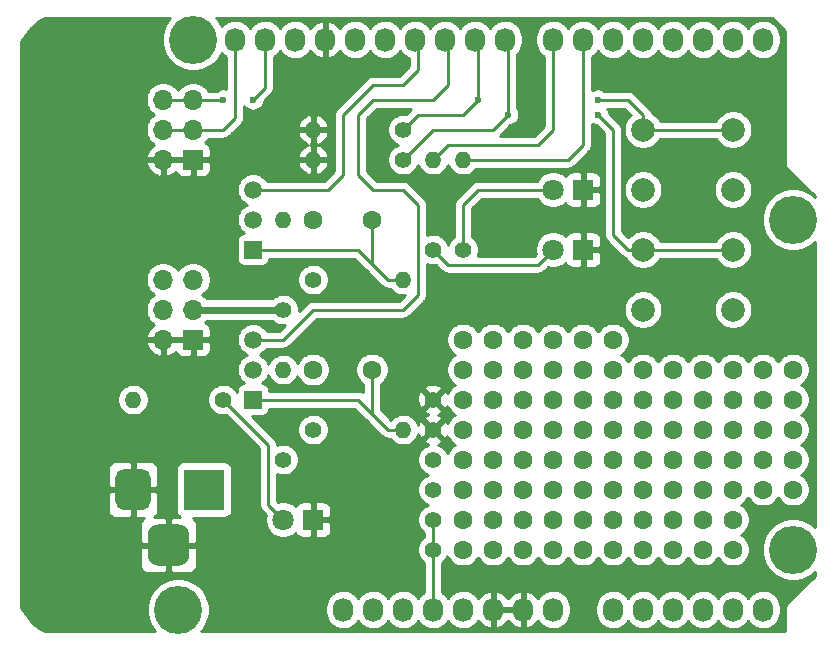
<source format=gbl>
%TF.GenerationSoftware,KiCad,Pcbnew,(5.1.6)-1*%
%TF.CreationDate,2020-05-24T17:59:59+09:00*%
%TF.ProjectId,BeadsEe,42656164-7345-4652-9e6b-696361645f70,Rev.1.0*%
%TF.SameCoordinates,Original*%
%TF.FileFunction,Copper,L2,Bot*%
%TF.FilePolarity,Positive*%
%FSLAX46Y46*%
G04 Gerber Fmt 4.6, Leading zero omitted, Abs format (unit mm)*
G04 Created by KiCad (PCBNEW (5.1.6)-1) date 2020-05-24 17:59:59*
%MOMM*%
%LPD*%
G01*
G04 APERTURE LIST*
%TA.AperFunction,ComponentPad*%
%ADD10C,1.600000*%
%TD*%
%TA.AperFunction,ComponentPad*%
%ADD11C,1.400000*%
%TD*%
%TA.AperFunction,ComponentPad*%
%ADD12O,1.400000X1.400000*%
%TD*%
%TA.AperFunction,ComponentPad*%
%ADD13C,1.800000*%
%TD*%
%TA.AperFunction,ComponentPad*%
%ADD14R,1.800000X1.800000*%
%TD*%
%TA.AperFunction,ComponentPad*%
%ADD15R,1.500000X1.500000*%
%TD*%
%TA.AperFunction,ComponentPad*%
%ADD16C,1.500000*%
%TD*%
%TA.AperFunction,ComponentPad*%
%ADD17C,2.000000*%
%TD*%
%TA.AperFunction,ComponentPad*%
%ADD18O,1.700000X1.700000*%
%TD*%
%TA.AperFunction,ComponentPad*%
%ADD19R,1.700000X1.700000*%
%TD*%
%TA.AperFunction,ComponentPad*%
%ADD20R,3.500000X3.500000*%
%TD*%
%TA.AperFunction,ComponentPad*%
%ADD21O,1.727200X2.032000*%
%TD*%
%TA.AperFunction,ComponentPad*%
%ADD22C,4.064000*%
%TD*%
%TA.AperFunction,ViaPad*%
%ADD23C,0.600000*%
%TD*%
%TA.AperFunction,ViaPad*%
%ADD24C,0.800000*%
%TD*%
%TA.AperFunction,Conductor*%
%ADD25C,0.250000*%
%TD*%
%TA.AperFunction,Conductor*%
%ADD26C,0.600000*%
%TD*%
%TA.AperFunction,Conductor*%
%ADD27C,0.254000*%
%TD*%
G04 APERTURE END LIST*
D10*
%TO.P,TP4,1*%
%TO.N,N/C*%
X177038000Y-113665000D03*
%TD*%
%TO.P,TP4,1*%
%TO.N,N/C*%
X174498000Y-113665000D03*
%TD*%
%TO.P,TP4,1*%
%TO.N,N/C*%
X171958000Y-113665000D03*
%TD*%
%TO.P,TP4,1*%
%TO.N,N/C*%
X177038000Y-111125000D03*
%TD*%
%TO.P,TP4,1*%
%TO.N,N/C*%
X174498000Y-111125000D03*
%TD*%
%TO.P,TP4,1*%
%TO.N,N/C*%
X171958000Y-111125000D03*
%TD*%
%TO.P,TP4,1*%
%TO.N,N/C*%
X177038000Y-108585000D03*
%TD*%
%TO.P,TP4,1*%
%TO.N,N/C*%
X174498000Y-108585000D03*
%TD*%
%TO.P,TP4,1*%
%TO.N,N/C*%
X171958000Y-108585000D03*
%TD*%
%TO.P,TP4,1*%
%TO.N,N/C*%
X177038000Y-106045000D03*
%TD*%
%TO.P,TP4,1*%
%TO.N,N/C*%
X174498000Y-106045000D03*
%TD*%
%TO.P,TP4,1*%
%TO.N,N/C*%
X171958000Y-106045000D03*
%TD*%
%TO.P,TP4,1*%
%TO.N,N/C*%
X177038000Y-103505000D03*
%TD*%
%TO.P,TP4,1*%
%TO.N,N/C*%
X174498000Y-103505000D03*
%TD*%
%TO.P,TP4,1*%
%TO.N,N/C*%
X171958000Y-118745000D03*
%TD*%
%TO.P,TP4,1*%
%TO.N,N/C*%
X169418000Y-118745000D03*
%TD*%
%TO.P,TP4,1*%
%TO.N,N/C*%
X166878000Y-118745000D03*
%TD*%
%TO.P,TP4,1*%
%TO.N,N/C*%
X164338000Y-118745000D03*
%TD*%
%TO.P,TP4,1*%
%TO.N,N/C*%
X171958000Y-116205000D03*
%TD*%
%TO.P,TP4,1*%
%TO.N,N/C*%
X169418000Y-116205000D03*
%TD*%
%TO.P,TP4,1*%
%TO.N,N/C*%
X166878000Y-116205000D03*
%TD*%
%TO.P,TP4,1*%
%TO.N,N/C*%
X164338000Y-116205000D03*
%TD*%
%TO.P,TP4,1*%
%TO.N,N/C*%
X169418000Y-113665000D03*
%TD*%
%TO.P,TP4,1*%
%TO.N,N/C*%
X166878000Y-113665000D03*
%TD*%
%TO.P,TP4,1*%
%TO.N,N/C*%
X164338000Y-113665000D03*
%TD*%
%TO.P,TP4,1*%
%TO.N,N/C*%
X169418000Y-111125000D03*
%TD*%
%TO.P,TP4,1*%
%TO.N,N/C*%
X166878000Y-111125000D03*
%TD*%
%TO.P,TP4,1*%
%TO.N,N/C*%
X164338000Y-111125000D03*
%TD*%
%TO.P,TP4,1*%
%TO.N,N/C*%
X169418000Y-108585000D03*
%TD*%
%TO.P,TP4,1*%
%TO.N,N/C*%
X166878000Y-108585000D03*
%TD*%
%TO.P,TP4,1*%
%TO.N,N/C*%
X164338000Y-108585000D03*
%TD*%
%TO.P,TP4,1*%
%TO.N,N/C*%
X169418000Y-106045000D03*
%TD*%
%TO.P,TP4,1*%
%TO.N,N/C*%
X166878000Y-106045000D03*
%TD*%
%TO.P,TP4,1*%
%TO.N,N/C*%
X164338000Y-106045000D03*
%TD*%
%TO.P,TP4,1*%
%TO.N,N/C*%
X171958000Y-103505000D03*
%TD*%
%TO.P,TP4,1*%
%TO.N,N/C*%
X169418000Y-103505000D03*
%TD*%
%TO.P,TP4,1*%
%TO.N,N/C*%
X166878000Y-103505000D03*
%TD*%
%TO.P,TP4,1*%
%TO.N,N/C*%
X164338000Y-103505000D03*
%TD*%
%TO.P,TP4,1*%
%TO.N,N/C*%
X149098000Y-100965000D03*
%TD*%
%TO.P,TP4,1*%
%TO.N,N/C*%
X161798000Y-118745000D03*
%TD*%
%TO.P,TP4,1*%
%TO.N,N/C*%
X159258000Y-118745000D03*
%TD*%
%TO.P,TP4,1*%
%TO.N,N/C*%
X156718000Y-118745000D03*
%TD*%
%TO.P,TP4,1*%
%TO.N,N/C*%
X154178000Y-118745000D03*
%TD*%
%TO.P,TP4,1*%
%TO.N,N/C*%
X151638000Y-118745000D03*
%TD*%
%TO.P,TP4,1*%
%TO.N,N/C*%
X149098000Y-118745000D03*
%TD*%
%TO.P,TP4,1*%
%TO.N,N/C*%
X161798000Y-116205000D03*
%TD*%
%TO.P,TP4,1*%
%TO.N,N/C*%
X159258000Y-116205000D03*
%TD*%
%TO.P,TP4,1*%
%TO.N,N/C*%
X156718000Y-116205000D03*
%TD*%
%TO.P,TP4,1*%
%TO.N,N/C*%
X154178000Y-116205000D03*
%TD*%
%TO.P,TP4,1*%
%TO.N,N/C*%
X151638000Y-116205000D03*
%TD*%
%TO.P,TP4,1*%
%TO.N,N/C*%
X149098000Y-116205000D03*
%TD*%
%TO.P,TP4,1*%
%TO.N,N/C*%
X161798000Y-113665000D03*
%TD*%
%TO.P,TP4,1*%
%TO.N,N/C*%
X159258000Y-113665000D03*
%TD*%
%TO.P,TP4,1*%
%TO.N,N/C*%
X156718000Y-113665000D03*
%TD*%
%TO.P,TP4,1*%
%TO.N,N/C*%
X154178000Y-113665000D03*
%TD*%
%TO.P,TP4,1*%
%TO.N,N/C*%
X151638000Y-113665000D03*
%TD*%
%TO.P,TP4,1*%
%TO.N,N/C*%
X149098000Y-113665000D03*
%TD*%
%TO.P,TP4,1*%
%TO.N,N/C*%
X161798000Y-111125000D03*
%TD*%
%TO.P,TP4,1*%
%TO.N,N/C*%
X159258000Y-111125000D03*
%TD*%
%TO.P,TP4,1*%
%TO.N,N/C*%
X156718000Y-111125000D03*
%TD*%
%TO.P,TP4,1*%
%TO.N,N/C*%
X154178000Y-111125000D03*
%TD*%
%TO.P,TP4,1*%
%TO.N,N/C*%
X151638000Y-111125000D03*
%TD*%
%TO.P,TP4,1*%
%TO.N,N/C*%
X149098000Y-111125000D03*
%TD*%
%TO.P,TP4,1*%
%TO.N,N/C*%
X161798000Y-108585000D03*
%TD*%
%TO.P,TP4,1*%
%TO.N,N/C*%
X159258000Y-108585000D03*
%TD*%
%TO.P,TP4,1*%
%TO.N,N/C*%
X156718000Y-108585000D03*
%TD*%
%TO.P,TP4,1*%
%TO.N,N/C*%
X154178000Y-108585000D03*
%TD*%
%TO.P,TP4,1*%
%TO.N,N/C*%
X151638000Y-108585000D03*
%TD*%
%TO.P,TP4,1*%
%TO.N,N/C*%
X149098000Y-108585000D03*
%TD*%
%TO.P,TP4,1*%
%TO.N,N/C*%
X161798000Y-106045000D03*
%TD*%
%TO.P,TP4,1*%
%TO.N,N/C*%
X159258000Y-106045000D03*
%TD*%
%TO.P,TP4,1*%
%TO.N,N/C*%
X156718000Y-106045000D03*
%TD*%
%TO.P,TP4,1*%
%TO.N,N/C*%
X154178000Y-106045000D03*
%TD*%
%TO.P,TP4,1*%
%TO.N,N/C*%
X151638000Y-106045000D03*
%TD*%
%TO.P,TP4,1*%
%TO.N,N/C*%
X149098000Y-106045000D03*
%TD*%
%TO.P,TP4,1*%
%TO.N,N/C*%
X161798000Y-103505000D03*
%TD*%
%TO.P,TP4,1*%
%TO.N,N/C*%
X159258000Y-103505000D03*
%TD*%
%TO.P,TP4,1*%
%TO.N,N/C*%
X156718000Y-103505000D03*
%TD*%
%TO.P,TP4,1*%
%TO.N,N/C*%
X154178000Y-103505000D03*
%TD*%
%TO.P,TP4,1*%
%TO.N,N/C*%
X151638000Y-103505000D03*
%TD*%
%TO.P,TP4,1*%
%TO.N,N/C*%
X149098000Y-103505000D03*
%TD*%
%TO.P,TP4,1*%
%TO.N,N/C*%
X161798000Y-100965000D03*
%TD*%
%TO.P,TP4,1*%
%TO.N,N/C*%
X159258000Y-100965000D03*
%TD*%
%TO.P,TP4,1*%
%TO.N,N/C*%
X156718000Y-100965000D03*
%TD*%
%TO.P,TP4,1*%
%TO.N,N/C*%
X154178000Y-100965000D03*
%TD*%
%TO.P,TP4,1*%
%TO.N,N/C*%
X151638000Y-100965000D03*
%TD*%
D11*
%TO.P,TP1,1*%
%TO.N,+5V*%
X146558000Y-111125000D03*
X146558000Y-113665000D03*
%TD*%
%TO.P,TP3,1*%
%TO.N,GND*%
X146558000Y-106045000D03*
X146558000Y-108585000D03*
%TD*%
%TO.P,TP2,1*%
%TO.N,+3V3*%
X146558000Y-116205000D03*
X146558000Y-118745000D03*
%TD*%
D12*
%TO.P,R9,2*%
%TO.N,VS*%
X121158000Y-106045000D03*
D11*
%TO.P,R9,1*%
%TO.N,Net-(D3-Pad2)*%
X128778000Y-106045000D03*
%TD*%
D13*
%TO.P,D3,2*%
%TO.N,Net-(D3-Pad2)*%
X133858000Y-116205000D03*
D14*
%TO.P,D3,1*%
%TO.N,GND*%
X136398000Y-116205000D03*
%TD*%
D15*
%TO.P,Q2,1*%
%TO.N,Net-(C2-Pad2)*%
X131318000Y-93345000D03*
D16*
%TO.P,Q2,3*%
%TO.N,/11(\u002A\u002A/MOSI)*%
X131318000Y-88265000D03*
%TO.P,Q2,2*%
%TO.N,/ServoSig_A*%
X131318000Y-90805000D03*
%TD*%
D15*
%TO.P,Q1,1*%
%TO.N,Net-(C1-Pad2)*%
X131318000Y-106045000D03*
D16*
%TO.P,Q1,3*%
%TO.N,/10(\u002A\u002A/SS)*%
X131318000Y-100965000D03*
%TO.P,Q1,2*%
%TO.N,/ServoSig_Z*%
X131318000Y-103505000D03*
%TD*%
D17*
%TO.P,SW2,2*%
%TO.N,/8*%
X171958000Y-93345000D03*
%TO.P,SW2,1*%
%TO.N,+5V*%
X171958000Y-98425000D03*
%TO.P,SW2,2*%
%TO.N,/8*%
X164338000Y-93345000D03*
%TO.P,SW2,1*%
%TO.N,+5V*%
X164338000Y-98425000D03*
%TD*%
%TO.P,SW1,2*%
%TO.N,/9(\u002A\u002A)*%
X171958000Y-83185000D03*
%TO.P,SW1,1*%
%TO.N,+5V*%
X171958000Y-88265000D03*
%TO.P,SW1,2*%
%TO.N,/9(\u002A\u002A)*%
X164338000Y-83185000D03*
%TO.P,SW1,1*%
%TO.N,+5V*%
X164338000Y-88265000D03*
%TD*%
D12*
%TO.P,R8,2*%
%TO.N,GND*%
X136398000Y-85725000D03*
D11*
%TO.P,R8,1*%
%TO.N,/8*%
X144018000Y-85725000D03*
%TD*%
D12*
%TO.P,R7,2*%
%TO.N,GND*%
X136398000Y-83185000D03*
D11*
%TO.P,R7,1*%
%TO.N,/9(\u002A\u002A)*%
X144018000Y-83185000D03*
%TD*%
D12*
%TO.P,R6,2*%
%TO.N,/ServoSig_A*%
X133858000Y-90805000D03*
D11*
%TO.P,R6,1*%
%TO.N,VS*%
X133858000Y-98425000D03*
%TD*%
D12*
%TO.P,R5,2*%
%TO.N,/ServoSig_Z*%
X133858000Y-103505000D03*
D11*
%TO.P,R5,1*%
%TO.N,VS*%
X133858000Y-111125000D03*
%TD*%
D12*
%TO.P,R4,2*%
%TO.N,Net-(C2-Pad2)*%
X144018000Y-95885000D03*
D11*
%TO.P,R4,1*%
%TO.N,+5V*%
X136398000Y-95885000D03*
%TD*%
D12*
%TO.P,R3,2*%
%TO.N,Net-(C1-Pad2)*%
X144018000Y-108585000D03*
D11*
%TO.P,R3,1*%
%TO.N,+5V*%
X136398000Y-108585000D03*
%TD*%
D12*
%TO.P,R2,2*%
%TO.N,/6(\u002A\u002A)*%
X149098000Y-85725000D03*
D11*
%TO.P,R2,1*%
%TO.N,Net-(D2-Pad2)*%
X149098000Y-93345000D03*
%TD*%
D12*
%TO.P,R1,2*%
%TO.N,/7*%
X146558000Y-85725000D03*
D11*
%TO.P,R1,1*%
%TO.N,Net-(D1-Pad2)*%
X146558000Y-93345000D03*
%TD*%
D18*
%TO.P,J4,6*%
%TO.N,/A4(SDA)*%
X123698000Y-80645000D03*
%TO.P,J4,5*%
X126238000Y-80645000D03*
%TO.P,J4,4*%
%TO.N,/A5(SCL)*%
X123698000Y-83185000D03*
%TO.P,J4,3*%
X126238000Y-83185000D03*
%TO.P,J4,2*%
%TO.N,GND*%
X123698000Y-85725000D03*
D19*
%TO.P,J4,1*%
X126238000Y-85725000D03*
%TD*%
%TO.P,J2,3*%
%TO.N,GND*%
%TA.AperFunction,ComponentPad*%
G36*
G01*
X122408000Y-119240000D02*
X122408000Y-117490000D01*
G75*
G02*
X123283000Y-116615000I875000J0D01*
G01*
X125033000Y-116615000D01*
G75*
G02*
X125908000Y-117490000I0J-875000D01*
G01*
X125908000Y-119240000D01*
G75*
G02*
X125033000Y-120115000I-875000J0D01*
G01*
X123283000Y-120115000D01*
G75*
G02*
X122408000Y-119240000I0J875000D01*
G01*
G37*
%TD.AperFunction*%
%TO.P,J2,2*%
%TA.AperFunction,ComponentPad*%
G36*
G01*
X119658000Y-114665000D02*
X119658000Y-112665000D01*
G75*
G02*
X120408000Y-111915000I750000J0D01*
G01*
X121908000Y-111915000D01*
G75*
G02*
X122658000Y-112665000I0J-750000D01*
G01*
X122658000Y-114665000D01*
G75*
G02*
X121908000Y-115415000I-750000J0D01*
G01*
X120408000Y-115415000D01*
G75*
G02*
X119658000Y-114665000I0J750000D01*
G01*
G37*
%TD.AperFunction*%
D20*
%TO.P,J2,1*%
%TO.N,/SvPow*%
X127158000Y-113665000D03*
%TD*%
D18*
%TO.P,J1,6*%
%TO.N,/ServoSig_A*%
X123698000Y-95885000D03*
%TO.P,J1,5*%
%TO.N,/ServoSig_Z*%
X126238000Y-95885000D03*
%TO.P,J1,4*%
%TO.N,VS*%
X123698000Y-98425000D03*
%TO.P,J1,3*%
X126238000Y-98425000D03*
%TO.P,J1,2*%
%TO.N,GND*%
X123698000Y-100965000D03*
D19*
%TO.P,J1,1*%
X126238000Y-100965000D03*
%TD*%
D13*
%TO.P,D2,2*%
%TO.N,Net-(D2-Pad2)*%
X156718000Y-88265000D03*
D14*
%TO.P,D2,1*%
%TO.N,GND*%
X159258000Y-88265000D03*
%TD*%
D13*
%TO.P,D1,2*%
%TO.N,Net-(D1-Pad2)*%
X156718000Y-93345000D03*
D14*
%TO.P,D1,1*%
%TO.N,GND*%
X159258000Y-93345000D03*
%TD*%
D10*
%TO.P,C2,2*%
%TO.N,Net-(C2-Pad2)*%
X141398000Y-90805000D03*
%TO.P,C2,1*%
%TO.N,+5V*%
X136398000Y-90805000D03*
%TD*%
%TO.P,C1,2*%
%TO.N,Net-(C1-Pad2)*%
X141398000Y-103505000D03*
%TO.P,C1,1*%
%TO.N,+5V*%
X136398000Y-103505000D03*
%TD*%
D21*
%TO.P,P1,1*%
%TO.N,N/C*%
X138938000Y-123825000D03*
%TO.P,P1,2*%
X141478000Y-123825000D03*
%TO.P,P1,3*%
X144018000Y-123825000D03*
%TO.P,P1,4*%
%TO.N,+3V3*%
X146558000Y-123825000D03*
%TO.P,P1,5*%
%TO.N,+5V*%
X149098000Y-123825000D03*
%TO.P,P1,6*%
%TO.N,GND*%
X151638000Y-123825000D03*
%TO.P,P1,7*%
X154178000Y-123825000D03*
%TO.P,P1,8*%
%TO.N,N/C*%
X156718000Y-123825000D03*
%TD*%
%TO.P,P2,1*%
%TO.N,N/C*%
X161798000Y-123825000D03*
%TO.P,P2,2*%
X164338000Y-123825000D03*
%TO.P,P2,3*%
X166878000Y-123825000D03*
%TO.P,P2,4*%
X169418000Y-123825000D03*
%TO.P,P2,5*%
%TO.N,/A4(SDA)*%
X171958000Y-123825000D03*
%TO.P,P2,6*%
%TO.N,/A5(SCL)*%
X174498000Y-123825000D03*
%TD*%
%TO.P,P3,1*%
%TO.N,/A5(SCL)*%
X129794000Y-75565000D03*
%TO.P,P3,2*%
%TO.N,/A4(SDA)*%
X132334000Y-75565000D03*
%TO.P,P3,3*%
%TO.N,N/C*%
X134874000Y-75565000D03*
%TO.P,P3,4*%
%TO.N,GND*%
X137414000Y-75565000D03*
%TO.P,P3,5*%
%TO.N,N/C*%
X139954000Y-75565000D03*
%TO.P,P3,6*%
X142494000Y-75565000D03*
%TO.P,P3,7*%
%TO.N,/11(\u002A\u002A/MOSI)*%
X145034000Y-75565000D03*
%TO.P,P3,8*%
%TO.N,/10(\u002A\u002A/SS)*%
X147574000Y-75565000D03*
%TO.P,P3,9*%
%TO.N,/9(\u002A\u002A)*%
X150114000Y-75565000D03*
%TO.P,P3,10*%
%TO.N,/8*%
X152654000Y-75565000D03*
%TD*%
%TO.P,P4,1*%
%TO.N,/7*%
X156718000Y-75565000D03*
%TO.P,P4,2*%
%TO.N,/6(\u002A\u002A)*%
X159258000Y-75565000D03*
%TO.P,P4,3*%
%TO.N,N/C*%
X161798000Y-75565000D03*
%TO.P,P4,4*%
X164338000Y-75565000D03*
%TO.P,P4,5*%
X166878000Y-75565000D03*
%TO.P,P4,6*%
X169418000Y-75565000D03*
%TO.P,P4,7*%
X171958000Y-75565000D03*
%TO.P,P4,8*%
X174498000Y-75565000D03*
%TD*%
D22*
%TO.P,P5,1*%
%TO.N,N/C*%
X124968000Y-123825000D03*
%TD*%
%TO.P,P6,1*%
%TO.N,N/C*%
X177038000Y-118745000D03*
%TD*%
%TO.P,P7,1*%
%TO.N,N/C*%
X126238000Y-75565000D03*
%TD*%
%TO.P,P8,1*%
%TO.N,N/C*%
X177038000Y-90805000D03*
%TD*%
D23*
%TO.N,/A4(SDA)*%
X128778000Y-80645000D03*
X131318000Y-80645000D03*
%TO.N,/9(\u002A\u002A)*%
X150368000Y-80645000D03*
X160528000Y-80645000D03*
%TO.N,/8*%
X152908000Y-81915000D03*
X160528000Y-81915000D03*
D24*
%TO.N,VS*%
X126238000Y-98425000D03*
%TD*%
D25*
%TO.N,/A4(SDA)*%
X123698000Y-80645000D02*
X128778000Y-80645000D01*
X132334000Y-75565000D02*
X132334000Y-79629000D01*
X132334000Y-79629000D02*
X131318000Y-80645000D01*
%TO.N,/A5(SCL)*%
X129794000Y-75565000D02*
X129794000Y-82169000D01*
X129794000Y-82169000D02*
X128778000Y-83185000D01*
X128778000Y-83185000D02*
X126238000Y-83185000D01*
X126238000Y-83185000D02*
X123698000Y-83185000D01*
%TO.N,/9(\u002A\u002A)*%
X150368000Y-75819000D02*
X150114000Y-75565000D01*
X150368000Y-80645000D02*
X150368000Y-75819000D01*
X144018000Y-83185000D02*
X145288000Y-81915000D01*
X149098000Y-81915000D02*
X150368000Y-80645000D01*
X145288000Y-81915000D02*
X149098000Y-81915000D01*
X160528000Y-80645000D02*
X163068000Y-80645000D01*
X164338000Y-81915000D02*
X164338000Y-83185000D01*
X163068000Y-80645000D02*
X164338000Y-81915000D01*
X164338000Y-83185000D02*
X171958000Y-83185000D01*
%TO.N,/8*%
X152654000Y-75565000D02*
X152654000Y-75819000D01*
X144018000Y-85725000D02*
X146558000Y-83185000D01*
X146558000Y-83185000D02*
X151638000Y-83185000D01*
X151638000Y-83185000D02*
X152908000Y-81915000D01*
X152908000Y-75819000D02*
X152654000Y-75565000D01*
X152908000Y-81915000D02*
X152908000Y-75819000D01*
X160528000Y-81915000D02*
X161798000Y-83185000D01*
X161798000Y-83185000D02*
X161798000Y-92075000D01*
X161798000Y-92075000D02*
X163068000Y-93345000D01*
X163068000Y-93345000D02*
X164338000Y-93345000D01*
X164338000Y-93345000D02*
X171958000Y-93345000D01*
%TO.N,/7*%
X146558000Y-85725000D02*
X147828000Y-84455000D01*
X147828000Y-84455000D02*
X155448000Y-84455000D01*
X155448000Y-84455000D02*
X156718000Y-83185000D01*
X156718000Y-83185000D02*
X156718000Y-75565000D01*
%TO.N,/6(\u002A\u002A)*%
X149098000Y-85725000D02*
X157988000Y-85725000D01*
X157988000Y-85725000D02*
X159258000Y-84455000D01*
X159258000Y-84455000D02*
X159258000Y-75565000D01*
%TO.N,/10(\u002A\u002A/SS)*%
X147828000Y-75819000D02*
X147574000Y-75565000D01*
X145288000Y-97155000D02*
X145288000Y-89535000D01*
X147828000Y-79375000D02*
X147828000Y-75819000D01*
X144018000Y-98425000D02*
X145288000Y-97155000D01*
X136398000Y-98425000D02*
X144018000Y-98425000D01*
X131318000Y-100965000D02*
X133858000Y-100965000D01*
X133858000Y-100965000D02*
X136398000Y-98425000D01*
X145288000Y-89535000D02*
X144018000Y-88265000D01*
X144018000Y-88265000D02*
X141478000Y-88265000D01*
X146558000Y-80645000D02*
X147828000Y-79375000D01*
X141478000Y-88265000D02*
X140208000Y-86995000D01*
X140208000Y-86995000D02*
X140208000Y-81915000D01*
X141478000Y-80645000D02*
X146558000Y-80645000D01*
X140208000Y-81915000D02*
X141478000Y-80645000D01*
%TO.N,+3V3*%
X146558000Y-123825000D02*
X146558000Y-116205000D01*
%TO.N,/11(\u002A\u002A/MOSI)*%
X145288000Y-75819000D02*
X145034000Y-75565000D01*
X145288000Y-78105000D02*
X145288000Y-75819000D01*
X144018000Y-79375000D02*
X145288000Y-78105000D01*
X137668000Y-88265000D02*
X138938000Y-86995000D01*
X131318000Y-88265000D02*
X137668000Y-88265000D01*
X138938000Y-81915000D02*
X141478000Y-79375000D01*
X138938000Y-86995000D02*
X138938000Y-81915000D01*
X141478000Y-79375000D02*
X144018000Y-79375000D01*
%TO.N,Net-(C1-Pad2)*%
X141398000Y-103505000D02*
X141398000Y-107235000D01*
X141398000Y-107235000D02*
X142748000Y-108585000D01*
X142748000Y-108585000D02*
X144018000Y-108585000D01*
X131318000Y-106045000D02*
X140208000Y-106045000D01*
X140208000Y-106045000D02*
X141478000Y-107315000D01*
%TO.N,Net-(C2-Pad2)*%
X141398000Y-90805000D02*
X141398000Y-94535000D01*
X141398000Y-94535000D02*
X142748000Y-95885000D01*
X142748000Y-95885000D02*
X144018000Y-95885000D01*
X131318000Y-93345000D02*
X139757990Y-93345000D01*
X139757990Y-93345000D02*
X140208000Y-93345000D01*
X140208000Y-93345000D02*
X141478000Y-94615000D01*
D26*
%TO.N,VS*%
X133858000Y-98425000D02*
X126238000Y-98425000D01*
D25*
%TO.N,Net-(D1-Pad2)*%
X146558000Y-93345000D02*
X147828000Y-94615000D01*
X155448000Y-94615000D02*
X156718000Y-93345000D01*
X147828000Y-94615000D02*
X155448000Y-94615000D01*
%TO.N,Net-(D2-Pad2)*%
X149098000Y-93345000D02*
X149098000Y-89535000D01*
X150368000Y-88265000D02*
X156718000Y-88265000D01*
X149098000Y-89535000D02*
X150368000Y-88265000D01*
%TO.N,Net-(D3-Pad2)*%
X128778000Y-106045000D02*
X132588000Y-109855000D01*
X132588000Y-109855000D02*
X132588000Y-114935000D01*
X132588000Y-114935000D02*
X133858000Y-116205000D01*
%TD*%
D27*
%TO.N,GND*%
G36*
X124166406Y-73864887D02*
G01*
X123874536Y-74301702D01*
X123673492Y-74787065D01*
X123571000Y-75302323D01*
X123571000Y-75827677D01*
X123673492Y-76342935D01*
X123874536Y-76828298D01*
X124166406Y-77265113D01*
X124537887Y-77636594D01*
X124974702Y-77928464D01*
X125460065Y-78129508D01*
X125975323Y-78232000D01*
X126500677Y-78232000D01*
X127015935Y-78129508D01*
X127501298Y-77928464D01*
X127938113Y-77636594D01*
X128309594Y-77265113D01*
X128601464Y-76828298D01*
X128657001Y-76694219D01*
X128729203Y-76782197D01*
X128957395Y-76969469D01*
X129034000Y-77010415D01*
X129034001Y-79742604D01*
X128870089Y-79710000D01*
X128685911Y-79710000D01*
X128505271Y-79745932D01*
X128335111Y-79816414D01*
X128232465Y-79885000D01*
X127516178Y-79885000D01*
X127391475Y-79698368D01*
X127184632Y-79491525D01*
X126941411Y-79329010D01*
X126671158Y-79217068D01*
X126384260Y-79160000D01*
X126091740Y-79160000D01*
X125804842Y-79217068D01*
X125534589Y-79329010D01*
X125291368Y-79491525D01*
X125084525Y-79698368D01*
X124968000Y-79872760D01*
X124851475Y-79698368D01*
X124644632Y-79491525D01*
X124401411Y-79329010D01*
X124131158Y-79217068D01*
X123844260Y-79160000D01*
X123551740Y-79160000D01*
X123264842Y-79217068D01*
X122994589Y-79329010D01*
X122751368Y-79491525D01*
X122544525Y-79698368D01*
X122382010Y-79941589D01*
X122270068Y-80211842D01*
X122213000Y-80498740D01*
X122213000Y-80791260D01*
X122270068Y-81078158D01*
X122382010Y-81348411D01*
X122544525Y-81591632D01*
X122751368Y-81798475D01*
X122925760Y-81915000D01*
X122751368Y-82031525D01*
X122544525Y-82238368D01*
X122382010Y-82481589D01*
X122270068Y-82751842D01*
X122213000Y-83038740D01*
X122213000Y-83331260D01*
X122270068Y-83618158D01*
X122382010Y-83888411D01*
X122544525Y-84131632D01*
X122751368Y-84338475D01*
X122933534Y-84460195D01*
X122816645Y-84529822D01*
X122600412Y-84724731D01*
X122426359Y-84958080D01*
X122301175Y-85220901D01*
X122256524Y-85368110D01*
X122377845Y-85598000D01*
X123571000Y-85598000D01*
X123571000Y-85578000D01*
X123825000Y-85578000D01*
X123825000Y-85598000D01*
X126111000Y-85598000D01*
X126111000Y-85578000D01*
X126365000Y-85578000D01*
X126365000Y-85598000D01*
X127564250Y-85598000D01*
X127723000Y-85439250D01*
X127726072Y-84875000D01*
X127713812Y-84750518D01*
X127677502Y-84630820D01*
X127618537Y-84520506D01*
X127539185Y-84423815D01*
X127442494Y-84344463D01*
X127332180Y-84285498D01*
X127259620Y-84263487D01*
X127391475Y-84131632D01*
X127516178Y-83945000D01*
X128740678Y-83945000D01*
X128778000Y-83948676D01*
X128815322Y-83945000D01*
X128815333Y-83945000D01*
X128926986Y-83934003D01*
X129070247Y-83890546D01*
X129202276Y-83819974D01*
X129318001Y-83725001D01*
X129341804Y-83695998D01*
X129519473Y-83518329D01*
X135105284Y-83518329D01*
X135137953Y-83626044D01*
X135248208Y-83863392D01*
X135402649Y-84074670D01*
X135595340Y-84251759D01*
X135818877Y-84387853D01*
X136002525Y-84455000D01*
X135818877Y-84522147D01*
X135595340Y-84658241D01*
X135402649Y-84835330D01*
X135248208Y-85046608D01*
X135137953Y-85283956D01*
X135105284Y-85391671D01*
X135228626Y-85598000D01*
X136271000Y-85598000D01*
X136271000Y-84554799D01*
X136102935Y-84455000D01*
X136271000Y-84355201D01*
X136271000Y-83312000D01*
X136525000Y-83312000D01*
X136525000Y-84355201D01*
X136693065Y-84455000D01*
X136525000Y-84554799D01*
X136525000Y-85598000D01*
X137567374Y-85598000D01*
X137690716Y-85391671D01*
X137658047Y-85283956D01*
X137547792Y-85046608D01*
X137393351Y-84835330D01*
X137200660Y-84658241D01*
X136977123Y-84522147D01*
X136793475Y-84455000D01*
X136977123Y-84387853D01*
X137200660Y-84251759D01*
X137393351Y-84074670D01*
X137547792Y-83863392D01*
X137658047Y-83626044D01*
X137690716Y-83518329D01*
X137567374Y-83312000D01*
X136525000Y-83312000D01*
X136271000Y-83312000D01*
X135228626Y-83312000D01*
X135105284Y-83518329D01*
X129519473Y-83518329D01*
X130186131Y-82851671D01*
X135105284Y-82851671D01*
X135228626Y-83058000D01*
X136271000Y-83058000D01*
X136271000Y-82014799D01*
X136525000Y-82014799D01*
X136525000Y-83058000D01*
X137567374Y-83058000D01*
X137690716Y-82851671D01*
X137658047Y-82743956D01*
X137547792Y-82506608D01*
X137393351Y-82295330D01*
X137200660Y-82118241D01*
X136977123Y-81982147D01*
X136731330Y-81892278D01*
X136525000Y-82014799D01*
X136271000Y-82014799D01*
X136064670Y-81892278D01*
X135818877Y-81982147D01*
X135595340Y-82118241D01*
X135402649Y-82295330D01*
X135248208Y-82506608D01*
X135137953Y-82743956D01*
X135105284Y-82851671D01*
X130186131Y-82851671D01*
X130305003Y-82732799D01*
X130334001Y-82709001D01*
X130370931Y-82664002D01*
X130428974Y-82593277D01*
X130499546Y-82461247D01*
X130511656Y-82421324D01*
X130543003Y-82317986D01*
X130554000Y-82206333D01*
X130554000Y-82206323D01*
X130557676Y-82169000D01*
X130554000Y-82131678D01*
X130554000Y-81184549D01*
X130591738Y-81241028D01*
X130721972Y-81371262D01*
X130875111Y-81473586D01*
X131045271Y-81544068D01*
X131225911Y-81580000D01*
X131410089Y-81580000D01*
X131590729Y-81544068D01*
X131760889Y-81473586D01*
X131914028Y-81371262D01*
X132044262Y-81241028D01*
X132146586Y-81087889D01*
X132217068Y-80917729D01*
X132241153Y-80796649D01*
X132845003Y-80192799D01*
X132874001Y-80169001D01*
X132946057Y-80081201D01*
X132968974Y-80053277D01*
X133039546Y-79921247D01*
X133047205Y-79895997D01*
X133083003Y-79777986D01*
X133094000Y-79666333D01*
X133094000Y-79666323D01*
X133097676Y-79629000D01*
X133094000Y-79591678D01*
X133094000Y-77010416D01*
X133170606Y-76969469D01*
X133398797Y-76782197D01*
X133586069Y-76554006D01*
X133604000Y-76520459D01*
X133621931Y-76554006D01*
X133809203Y-76782197D01*
X134037395Y-76969469D01*
X134297737Y-77108625D01*
X134580224Y-77194316D01*
X134874000Y-77223251D01*
X135167777Y-77194316D01*
X135450264Y-77108625D01*
X135710606Y-76969469D01*
X135938797Y-76782197D01*
X136126069Y-76554006D01*
X136147424Y-76514053D01*
X136295514Y-76716729D01*
X136511965Y-76915733D01*
X136763081Y-77068686D01*
X137039211Y-77169709D01*
X137054974Y-77172358D01*
X137287000Y-77051217D01*
X137287000Y-75692000D01*
X137267000Y-75692000D01*
X137267000Y-75438000D01*
X137287000Y-75438000D01*
X137287000Y-74078783D01*
X137054974Y-73957642D01*
X137039211Y-73960291D01*
X136763081Y-74061314D01*
X136511965Y-74214267D01*
X136295514Y-74413271D01*
X136147424Y-74615947D01*
X136126069Y-74575994D01*
X135938797Y-74347803D01*
X135710605Y-74160531D01*
X135450263Y-74021375D01*
X135167776Y-73935684D01*
X134874000Y-73906749D01*
X134580223Y-73935684D01*
X134297736Y-74021375D01*
X134037394Y-74160531D01*
X133809203Y-74347803D01*
X133621931Y-74575995D01*
X133604000Y-74609541D01*
X133586069Y-74575994D01*
X133398797Y-74347803D01*
X133170605Y-74160531D01*
X132910263Y-74021375D01*
X132627776Y-73935684D01*
X132334000Y-73906749D01*
X132040223Y-73935684D01*
X131757736Y-74021375D01*
X131497394Y-74160531D01*
X131269203Y-74347803D01*
X131081931Y-74575995D01*
X131064000Y-74609541D01*
X131046069Y-74575994D01*
X130858797Y-74347803D01*
X130630605Y-74160531D01*
X130370263Y-74021375D01*
X130087776Y-73935684D01*
X129794000Y-73906749D01*
X129500223Y-73935684D01*
X129217736Y-74021375D01*
X128957394Y-74160531D01*
X128729203Y-74347803D01*
X128657001Y-74435781D01*
X128601464Y-74301702D01*
X128309594Y-73864887D01*
X128179707Y-73735000D01*
X175219909Y-73735000D01*
X176328001Y-74843093D01*
X176328000Y-85944125D01*
X176324565Y-85979000D01*
X176328000Y-86013875D01*
X176328000Y-86013876D01*
X176338273Y-86118183D01*
X176378872Y-86252019D01*
X176444800Y-86375362D01*
X176533525Y-86483474D01*
X176560617Y-86505708D01*
X178868001Y-88813093D01*
X178868001Y-88863294D01*
X178738113Y-88733406D01*
X178301298Y-88441536D01*
X177815935Y-88240492D01*
X177300677Y-88138000D01*
X176775323Y-88138000D01*
X176260065Y-88240492D01*
X175774702Y-88441536D01*
X175337887Y-88733406D01*
X174966406Y-89104887D01*
X174674536Y-89541702D01*
X174473492Y-90027065D01*
X174371000Y-90542323D01*
X174371000Y-91067677D01*
X174473492Y-91582935D01*
X174674536Y-92068298D01*
X174966406Y-92505113D01*
X175337887Y-92876594D01*
X175774702Y-93168464D01*
X176260065Y-93369508D01*
X176775323Y-93472000D01*
X177300677Y-93472000D01*
X177815935Y-93369508D01*
X178301298Y-93168464D01*
X178738113Y-92876594D01*
X178868001Y-92746706D01*
X178868000Y-116803293D01*
X178738113Y-116673406D01*
X178301298Y-116381536D01*
X177815935Y-116180492D01*
X177300677Y-116078000D01*
X176775323Y-116078000D01*
X176260065Y-116180492D01*
X175774702Y-116381536D01*
X175337887Y-116673406D01*
X174966406Y-117044887D01*
X174674536Y-117481702D01*
X174473492Y-117967065D01*
X174371000Y-118482323D01*
X174371000Y-119007677D01*
X174473492Y-119522935D01*
X174674536Y-120008298D01*
X174966406Y-120445113D01*
X175337887Y-120816594D01*
X175774702Y-121108464D01*
X176260065Y-121309508D01*
X176775323Y-121412000D01*
X177300677Y-121412000D01*
X177815935Y-121309508D01*
X178301298Y-121108464D01*
X178738113Y-120816594D01*
X178868000Y-120686707D01*
X178868000Y-120990908D01*
X176560617Y-123298292D01*
X176533526Y-123320525D01*
X176511293Y-123347616D01*
X176444801Y-123428637D01*
X176378872Y-123551981D01*
X176338274Y-123685816D01*
X176324565Y-123825000D01*
X176328001Y-123859885D01*
X176328000Y-125655000D01*
X126909707Y-125655000D01*
X127039594Y-125525113D01*
X127331464Y-125088298D01*
X127532508Y-124602935D01*
X127635000Y-124087677D01*
X127635000Y-123598982D01*
X137439400Y-123598982D01*
X137439400Y-124051019D01*
X137461084Y-124271177D01*
X137546775Y-124553664D01*
X137685931Y-124814006D01*
X137873203Y-125042197D01*
X138101395Y-125229469D01*
X138361737Y-125368625D01*
X138644224Y-125454316D01*
X138938000Y-125483251D01*
X139231777Y-125454316D01*
X139514264Y-125368625D01*
X139774606Y-125229469D01*
X140002797Y-125042197D01*
X140190069Y-124814006D01*
X140208000Y-124780459D01*
X140225931Y-124814006D01*
X140413203Y-125042197D01*
X140641395Y-125229469D01*
X140901737Y-125368625D01*
X141184224Y-125454316D01*
X141478000Y-125483251D01*
X141771777Y-125454316D01*
X142054264Y-125368625D01*
X142314606Y-125229469D01*
X142542797Y-125042197D01*
X142730069Y-124814006D01*
X142748000Y-124780459D01*
X142765931Y-124814006D01*
X142953203Y-125042197D01*
X143181395Y-125229469D01*
X143441737Y-125368625D01*
X143724224Y-125454316D01*
X144018000Y-125483251D01*
X144311777Y-125454316D01*
X144594264Y-125368625D01*
X144854606Y-125229469D01*
X145082797Y-125042197D01*
X145270069Y-124814006D01*
X145288000Y-124780459D01*
X145305931Y-124814006D01*
X145493203Y-125042197D01*
X145721395Y-125229469D01*
X145981737Y-125368625D01*
X146264224Y-125454316D01*
X146558000Y-125483251D01*
X146851777Y-125454316D01*
X147134264Y-125368625D01*
X147394606Y-125229469D01*
X147622797Y-125042197D01*
X147810069Y-124814006D01*
X147828000Y-124780459D01*
X147845931Y-124814006D01*
X148033203Y-125042197D01*
X148261395Y-125229469D01*
X148521737Y-125368625D01*
X148804224Y-125454316D01*
X149098000Y-125483251D01*
X149391777Y-125454316D01*
X149674264Y-125368625D01*
X149934606Y-125229469D01*
X150162797Y-125042197D01*
X150350069Y-124814006D01*
X150371424Y-124774053D01*
X150519514Y-124976729D01*
X150735965Y-125175733D01*
X150987081Y-125328686D01*
X151263211Y-125429709D01*
X151278974Y-125432358D01*
X151511000Y-125311217D01*
X151511000Y-123952000D01*
X151765000Y-123952000D01*
X151765000Y-125311217D01*
X151997026Y-125432358D01*
X152012789Y-125429709D01*
X152288919Y-125328686D01*
X152540035Y-125175733D01*
X152756486Y-124976729D01*
X152908000Y-124769367D01*
X153059514Y-124976729D01*
X153275965Y-125175733D01*
X153527081Y-125328686D01*
X153803211Y-125429709D01*
X153818974Y-125432358D01*
X154051000Y-125311217D01*
X154051000Y-123952000D01*
X151765000Y-123952000D01*
X151511000Y-123952000D01*
X151491000Y-123952000D01*
X151491000Y-123698000D01*
X151511000Y-123698000D01*
X151511000Y-122338783D01*
X151765000Y-122338783D01*
X151765000Y-123698000D01*
X154051000Y-123698000D01*
X154051000Y-122338783D01*
X154305000Y-122338783D01*
X154305000Y-123698000D01*
X154325000Y-123698000D01*
X154325000Y-123952000D01*
X154305000Y-123952000D01*
X154305000Y-125311217D01*
X154537026Y-125432358D01*
X154552789Y-125429709D01*
X154828919Y-125328686D01*
X155080035Y-125175733D01*
X155296486Y-124976729D01*
X155444576Y-124774053D01*
X155465931Y-124814006D01*
X155653203Y-125042197D01*
X155881395Y-125229469D01*
X156141737Y-125368625D01*
X156424224Y-125454316D01*
X156718000Y-125483251D01*
X157011777Y-125454316D01*
X157294264Y-125368625D01*
X157554606Y-125229469D01*
X157782797Y-125042197D01*
X157970069Y-124814006D01*
X158109225Y-124553663D01*
X158194916Y-124271176D01*
X158216600Y-124051018D01*
X158216600Y-123598982D01*
X160299400Y-123598982D01*
X160299400Y-124051019D01*
X160321084Y-124271177D01*
X160406775Y-124553664D01*
X160545931Y-124814006D01*
X160733203Y-125042197D01*
X160961395Y-125229469D01*
X161221737Y-125368625D01*
X161504224Y-125454316D01*
X161798000Y-125483251D01*
X162091777Y-125454316D01*
X162374264Y-125368625D01*
X162634606Y-125229469D01*
X162862797Y-125042197D01*
X163050069Y-124814006D01*
X163068000Y-124780459D01*
X163085931Y-124814006D01*
X163273203Y-125042197D01*
X163501395Y-125229469D01*
X163761737Y-125368625D01*
X164044224Y-125454316D01*
X164338000Y-125483251D01*
X164631777Y-125454316D01*
X164914264Y-125368625D01*
X165174606Y-125229469D01*
X165402797Y-125042197D01*
X165590069Y-124814006D01*
X165608000Y-124780459D01*
X165625931Y-124814006D01*
X165813203Y-125042197D01*
X166041395Y-125229469D01*
X166301737Y-125368625D01*
X166584224Y-125454316D01*
X166878000Y-125483251D01*
X167171777Y-125454316D01*
X167454264Y-125368625D01*
X167714606Y-125229469D01*
X167942797Y-125042197D01*
X168130069Y-124814006D01*
X168148000Y-124780459D01*
X168165931Y-124814006D01*
X168353203Y-125042197D01*
X168581395Y-125229469D01*
X168841737Y-125368625D01*
X169124224Y-125454316D01*
X169418000Y-125483251D01*
X169711777Y-125454316D01*
X169994264Y-125368625D01*
X170254606Y-125229469D01*
X170482797Y-125042197D01*
X170670069Y-124814006D01*
X170688000Y-124780459D01*
X170705931Y-124814006D01*
X170893203Y-125042197D01*
X171121395Y-125229469D01*
X171381737Y-125368625D01*
X171664224Y-125454316D01*
X171958000Y-125483251D01*
X172251777Y-125454316D01*
X172534264Y-125368625D01*
X172794606Y-125229469D01*
X173022797Y-125042197D01*
X173210069Y-124814006D01*
X173228000Y-124780459D01*
X173245931Y-124814006D01*
X173433203Y-125042197D01*
X173661395Y-125229469D01*
X173921737Y-125368625D01*
X174204224Y-125454316D01*
X174498000Y-125483251D01*
X174791777Y-125454316D01*
X175074264Y-125368625D01*
X175334606Y-125229469D01*
X175562797Y-125042197D01*
X175750069Y-124814006D01*
X175889225Y-124553663D01*
X175974916Y-124271176D01*
X175996600Y-124051018D01*
X175996600Y-123598981D01*
X175974916Y-123378823D01*
X175889225Y-123096336D01*
X175750069Y-122835994D01*
X175562797Y-122607803D01*
X175334605Y-122420531D01*
X175074263Y-122281375D01*
X174791776Y-122195684D01*
X174498000Y-122166749D01*
X174204223Y-122195684D01*
X173921736Y-122281375D01*
X173661394Y-122420531D01*
X173433203Y-122607803D01*
X173245931Y-122835995D01*
X173228000Y-122869541D01*
X173210069Y-122835994D01*
X173022797Y-122607803D01*
X172794605Y-122420531D01*
X172534263Y-122281375D01*
X172251776Y-122195684D01*
X171958000Y-122166749D01*
X171664223Y-122195684D01*
X171381736Y-122281375D01*
X171121394Y-122420531D01*
X170893203Y-122607803D01*
X170705931Y-122835995D01*
X170688000Y-122869541D01*
X170670069Y-122835994D01*
X170482797Y-122607803D01*
X170254605Y-122420531D01*
X169994263Y-122281375D01*
X169711776Y-122195684D01*
X169418000Y-122166749D01*
X169124223Y-122195684D01*
X168841736Y-122281375D01*
X168581394Y-122420531D01*
X168353203Y-122607803D01*
X168165931Y-122835995D01*
X168148000Y-122869541D01*
X168130069Y-122835994D01*
X167942797Y-122607803D01*
X167714605Y-122420531D01*
X167454263Y-122281375D01*
X167171776Y-122195684D01*
X166878000Y-122166749D01*
X166584223Y-122195684D01*
X166301736Y-122281375D01*
X166041394Y-122420531D01*
X165813203Y-122607803D01*
X165625931Y-122835995D01*
X165608000Y-122869541D01*
X165590069Y-122835994D01*
X165402797Y-122607803D01*
X165174605Y-122420531D01*
X164914263Y-122281375D01*
X164631776Y-122195684D01*
X164338000Y-122166749D01*
X164044223Y-122195684D01*
X163761736Y-122281375D01*
X163501394Y-122420531D01*
X163273203Y-122607803D01*
X163085931Y-122835995D01*
X163068000Y-122869541D01*
X163050069Y-122835994D01*
X162862797Y-122607803D01*
X162634605Y-122420531D01*
X162374263Y-122281375D01*
X162091776Y-122195684D01*
X161798000Y-122166749D01*
X161504223Y-122195684D01*
X161221736Y-122281375D01*
X160961394Y-122420531D01*
X160733203Y-122607803D01*
X160545931Y-122835995D01*
X160406775Y-123096337D01*
X160321084Y-123378824D01*
X160299400Y-123598982D01*
X158216600Y-123598982D01*
X158216600Y-123598981D01*
X158194916Y-123378823D01*
X158109225Y-123096336D01*
X157970069Y-122835994D01*
X157782797Y-122607803D01*
X157554605Y-122420531D01*
X157294263Y-122281375D01*
X157011776Y-122195684D01*
X156718000Y-122166749D01*
X156424223Y-122195684D01*
X156141736Y-122281375D01*
X155881394Y-122420531D01*
X155653203Y-122607803D01*
X155465931Y-122835995D01*
X155444576Y-122875947D01*
X155296486Y-122673271D01*
X155080035Y-122474267D01*
X154828919Y-122321314D01*
X154552789Y-122220291D01*
X154537026Y-122217642D01*
X154305000Y-122338783D01*
X154051000Y-122338783D01*
X153818974Y-122217642D01*
X153803211Y-122220291D01*
X153527081Y-122321314D01*
X153275965Y-122474267D01*
X153059514Y-122673271D01*
X152908000Y-122880633D01*
X152756486Y-122673271D01*
X152540035Y-122474267D01*
X152288919Y-122321314D01*
X152012789Y-122220291D01*
X151997026Y-122217642D01*
X151765000Y-122338783D01*
X151511000Y-122338783D01*
X151278974Y-122217642D01*
X151263211Y-122220291D01*
X150987081Y-122321314D01*
X150735965Y-122474267D01*
X150519514Y-122673271D01*
X150371424Y-122875947D01*
X150350069Y-122835994D01*
X150162797Y-122607803D01*
X149934605Y-122420531D01*
X149674263Y-122281375D01*
X149391776Y-122195684D01*
X149098000Y-122166749D01*
X148804223Y-122195684D01*
X148521736Y-122281375D01*
X148261394Y-122420531D01*
X148033203Y-122607803D01*
X147845931Y-122835995D01*
X147828000Y-122869541D01*
X147810069Y-122835994D01*
X147622797Y-122607803D01*
X147394605Y-122420531D01*
X147318000Y-122379585D01*
X147318000Y-119842775D01*
X147409013Y-119781962D01*
X147594962Y-119596013D01*
X147741061Y-119377359D01*
X147773880Y-119298126D01*
X147826320Y-119424727D01*
X147983363Y-119659759D01*
X148183241Y-119859637D01*
X148418273Y-120016680D01*
X148679426Y-120124853D01*
X148956665Y-120180000D01*
X149239335Y-120180000D01*
X149516574Y-120124853D01*
X149777727Y-120016680D01*
X150012759Y-119859637D01*
X150212637Y-119659759D01*
X150368000Y-119427241D01*
X150523363Y-119659759D01*
X150723241Y-119859637D01*
X150958273Y-120016680D01*
X151219426Y-120124853D01*
X151496665Y-120180000D01*
X151779335Y-120180000D01*
X152056574Y-120124853D01*
X152317727Y-120016680D01*
X152552759Y-119859637D01*
X152752637Y-119659759D01*
X152908000Y-119427241D01*
X153063363Y-119659759D01*
X153263241Y-119859637D01*
X153498273Y-120016680D01*
X153759426Y-120124853D01*
X154036665Y-120180000D01*
X154319335Y-120180000D01*
X154596574Y-120124853D01*
X154857727Y-120016680D01*
X155092759Y-119859637D01*
X155292637Y-119659759D01*
X155448000Y-119427241D01*
X155603363Y-119659759D01*
X155803241Y-119859637D01*
X156038273Y-120016680D01*
X156299426Y-120124853D01*
X156576665Y-120180000D01*
X156859335Y-120180000D01*
X157136574Y-120124853D01*
X157397727Y-120016680D01*
X157632759Y-119859637D01*
X157832637Y-119659759D01*
X157988000Y-119427241D01*
X158143363Y-119659759D01*
X158343241Y-119859637D01*
X158578273Y-120016680D01*
X158839426Y-120124853D01*
X159116665Y-120180000D01*
X159399335Y-120180000D01*
X159676574Y-120124853D01*
X159937727Y-120016680D01*
X160172759Y-119859637D01*
X160372637Y-119659759D01*
X160528000Y-119427241D01*
X160683363Y-119659759D01*
X160883241Y-119859637D01*
X161118273Y-120016680D01*
X161379426Y-120124853D01*
X161656665Y-120180000D01*
X161939335Y-120180000D01*
X162216574Y-120124853D01*
X162477727Y-120016680D01*
X162712759Y-119859637D01*
X162912637Y-119659759D01*
X163068000Y-119427241D01*
X163223363Y-119659759D01*
X163423241Y-119859637D01*
X163658273Y-120016680D01*
X163919426Y-120124853D01*
X164196665Y-120180000D01*
X164479335Y-120180000D01*
X164756574Y-120124853D01*
X165017727Y-120016680D01*
X165252759Y-119859637D01*
X165452637Y-119659759D01*
X165608000Y-119427241D01*
X165763363Y-119659759D01*
X165963241Y-119859637D01*
X166198273Y-120016680D01*
X166459426Y-120124853D01*
X166736665Y-120180000D01*
X167019335Y-120180000D01*
X167296574Y-120124853D01*
X167557727Y-120016680D01*
X167792759Y-119859637D01*
X167992637Y-119659759D01*
X168148000Y-119427241D01*
X168303363Y-119659759D01*
X168503241Y-119859637D01*
X168738273Y-120016680D01*
X168999426Y-120124853D01*
X169276665Y-120180000D01*
X169559335Y-120180000D01*
X169836574Y-120124853D01*
X170097727Y-120016680D01*
X170332759Y-119859637D01*
X170532637Y-119659759D01*
X170688000Y-119427241D01*
X170843363Y-119659759D01*
X171043241Y-119859637D01*
X171278273Y-120016680D01*
X171539426Y-120124853D01*
X171816665Y-120180000D01*
X172099335Y-120180000D01*
X172376574Y-120124853D01*
X172637727Y-120016680D01*
X172872759Y-119859637D01*
X173072637Y-119659759D01*
X173229680Y-119424727D01*
X173337853Y-119163574D01*
X173393000Y-118886335D01*
X173393000Y-118603665D01*
X173337853Y-118326426D01*
X173229680Y-118065273D01*
X173072637Y-117830241D01*
X172872759Y-117630363D01*
X172640241Y-117475000D01*
X172872759Y-117319637D01*
X173072637Y-117119759D01*
X173229680Y-116884727D01*
X173337853Y-116623574D01*
X173393000Y-116346335D01*
X173393000Y-116063665D01*
X173337853Y-115786426D01*
X173229680Y-115525273D01*
X173072637Y-115290241D01*
X172872759Y-115090363D01*
X172640241Y-114935000D01*
X172872759Y-114779637D01*
X173072637Y-114579759D01*
X173228000Y-114347241D01*
X173383363Y-114579759D01*
X173583241Y-114779637D01*
X173818273Y-114936680D01*
X174079426Y-115044853D01*
X174356665Y-115100000D01*
X174639335Y-115100000D01*
X174916574Y-115044853D01*
X175177727Y-114936680D01*
X175412759Y-114779637D01*
X175612637Y-114579759D01*
X175768000Y-114347241D01*
X175923363Y-114579759D01*
X176123241Y-114779637D01*
X176358273Y-114936680D01*
X176619426Y-115044853D01*
X176896665Y-115100000D01*
X177179335Y-115100000D01*
X177456574Y-115044853D01*
X177717727Y-114936680D01*
X177952759Y-114779637D01*
X178152637Y-114579759D01*
X178309680Y-114344727D01*
X178417853Y-114083574D01*
X178473000Y-113806335D01*
X178473000Y-113523665D01*
X178417853Y-113246426D01*
X178309680Y-112985273D01*
X178152637Y-112750241D01*
X177952759Y-112550363D01*
X177720241Y-112395000D01*
X177952759Y-112239637D01*
X178152637Y-112039759D01*
X178309680Y-111804727D01*
X178417853Y-111543574D01*
X178473000Y-111266335D01*
X178473000Y-110983665D01*
X178417853Y-110706426D01*
X178309680Y-110445273D01*
X178152637Y-110210241D01*
X177952759Y-110010363D01*
X177720241Y-109855000D01*
X177952759Y-109699637D01*
X178152637Y-109499759D01*
X178309680Y-109264727D01*
X178417853Y-109003574D01*
X178473000Y-108726335D01*
X178473000Y-108443665D01*
X178417853Y-108166426D01*
X178309680Y-107905273D01*
X178152637Y-107670241D01*
X177952759Y-107470363D01*
X177720241Y-107315000D01*
X177952759Y-107159637D01*
X178152637Y-106959759D01*
X178309680Y-106724727D01*
X178417853Y-106463574D01*
X178473000Y-106186335D01*
X178473000Y-105903665D01*
X178417853Y-105626426D01*
X178309680Y-105365273D01*
X178152637Y-105130241D01*
X177952759Y-104930363D01*
X177720241Y-104775000D01*
X177952759Y-104619637D01*
X178152637Y-104419759D01*
X178309680Y-104184727D01*
X178417853Y-103923574D01*
X178473000Y-103646335D01*
X178473000Y-103363665D01*
X178417853Y-103086426D01*
X178309680Y-102825273D01*
X178152637Y-102590241D01*
X177952759Y-102390363D01*
X177717727Y-102233320D01*
X177456574Y-102125147D01*
X177179335Y-102070000D01*
X176896665Y-102070000D01*
X176619426Y-102125147D01*
X176358273Y-102233320D01*
X176123241Y-102390363D01*
X175923363Y-102590241D01*
X175768000Y-102822759D01*
X175612637Y-102590241D01*
X175412759Y-102390363D01*
X175177727Y-102233320D01*
X174916574Y-102125147D01*
X174639335Y-102070000D01*
X174356665Y-102070000D01*
X174079426Y-102125147D01*
X173818273Y-102233320D01*
X173583241Y-102390363D01*
X173383363Y-102590241D01*
X173228000Y-102822759D01*
X173072637Y-102590241D01*
X172872759Y-102390363D01*
X172637727Y-102233320D01*
X172376574Y-102125147D01*
X172099335Y-102070000D01*
X171816665Y-102070000D01*
X171539426Y-102125147D01*
X171278273Y-102233320D01*
X171043241Y-102390363D01*
X170843363Y-102590241D01*
X170688000Y-102822759D01*
X170532637Y-102590241D01*
X170332759Y-102390363D01*
X170097727Y-102233320D01*
X169836574Y-102125147D01*
X169559335Y-102070000D01*
X169276665Y-102070000D01*
X168999426Y-102125147D01*
X168738273Y-102233320D01*
X168503241Y-102390363D01*
X168303363Y-102590241D01*
X168148000Y-102822759D01*
X167992637Y-102590241D01*
X167792759Y-102390363D01*
X167557727Y-102233320D01*
X167296574Y-102125147D01*
X167019335Y-102070000D01*
X166736665Y-102070000D01*
X166459426Y-102125147D01*
X166198273Y-102233320D01*
X165963241Y-102390363D01*
X165763363Y-102590241D01*
X165608000Y-102822759D01*
X165452637Y-102590241D01*
X165252759Y-102390363D01*
X165017727Y-102233320D01*
X164756574Y-102125147D01*
X164479335Y-102070000D01*
X164196665Y-102070000D01*
X163919426Y-102125147D01*
X163658273Y-102233320D01*
X163423241Y-102390363D01*
X163223363Y-102590241D01*
X163068000Y-102822759D01*
X162912637Y-102590241D01*
X162712759Y-102390363D01*
X162480241Y-102235000D01*
X162712759Y-102079637D01*
X162912637Y-101879759D01*
X163069680Y-101644727D01*
X163177853Y-101383574D01*
X163233000Y-101106335D01*
X163233000Y-100823665D01*
X163177853Y-100546426D01*
X163069680Y-100285273D01*
X162912637Y-100050241D01*
X162712759Y-99850363D01*
X162477727Y-99693320D01*
X162216574Y-99585147D01*
X161939335Y-99530000D01*
X161656665Y-99530000D01*
X161379426Y-99585147D01*
X161118273Y-99693320D01*
X160883241Y-99850363D01*
X160683363Y-100050241D01*
X160528000Y-100282759D01*
X160372637Y-100050241D01*
X160172759Y-99850363D01*
X159937727Y-99693320D01*
X159676574Y-99585147D01*
X159399335Y-99530000D01*
X159116665Y-99530000D01*
X158839426Y-99585147D01*
X158578273Y-99693320D01*
X158343241Y-99850363D01*
X158143363Y-100050241D01*
X157988000Y-100282759D01*
X157832637Y-100050241D01*
X157632759Y-99850363D01*
X157397727Y-99693320D01*
X157136574Y-99585147D01*
X156859335Y-99530000D01*
X156576665Y-99530000D01*
X156299426Y-99585147D01*
X156038273Y-99693320D01*
X155803241Y-99850363D01*
X155603363Y-100050241D01*
X155448000Y-100282759D01*
X155292637Y-100050241D01*
X155092759Y-99850363D01*
X154857727Y-99693320D01*
X154596574Y-99585147D01*
X154319335Y-99530000D01*
X154036665Y-99530000D01*
X153759426Y-99585147D01*
X153498273Y-99693320D01*
X153263241Y-99850363D01*
X153063363Y-100050241D01*
X152908000Y-100282759D01*
X152752637Y-100050241D01*
X152552759Y-99850363D01*
X152317727Y-99693320D01*
X152056574Y-99585147D01*
X151779335Y-99530000D01*
X151496665Y-99530000D01*
X151219426Y-99585147D01*
X150958273Y-99693320D01*
X150723241Y-99850363D01*
X150523363Y-100050241D01*
X150368000Y-100282759D01*
X150212637Y-100050241D01*
X150012759Y-99850363D01*
X149777727Y-99693320D01*
X149516574Y-99585147D01*
X149239335Y-99530000D01*
X148956665Y-99530000D01*
X148679426Y-99585147D01*
X148418273Y-99693320D01*
X148183241Y-99850363D01*
X147983363Y-100050241D01*
X147826320Y-100285273D01*
X147718147Y-100546426D01*
X147663000Y-100823665D01*
X147663000Y-101106335D01*
X147718147Y-101383574D01*
X147826320Y-101644727D01*
X147983363Y-101879759D01*
X148183241Y-102079637D01*
X148415759Y-102235000D01*
X148183241Y-102390363D01*
X147983363Y-102590241D01*
X147826320Y-102825273D01*
X147718147Y-103086426D01*
X147663000Y-103363665D01*
X147663000Y-103646335D01*
X147718147Y-103923574D01*
X147826320Y-104184727D01*
X147983363Y-104419759D01*
X148183241Y-104619637D01*
X148415759Y-104775000D01*
X148183241Y-104930363D01*
X147983363Y-105130241D01*
X147826320Y-105365273D01*
X147775669Y-105487556D01*
X147766935Y-105463634D01*
X147713037Y-105362797D01*
X147479269Y-105303336D01*
X146737605Y-106045000D01*
X147479269Y-106786664D01*
X147713037Y-106727203D01*
X147773498Y-106597203D01*
X147826320Y-106724727D01*
X147983363Y-106959759D01*
X148183241Y-107159637D01*
X148415759Y-107315000D01*
X148183241Y-107470363D01*
X147983363Y-107670241D01*
X147826320Y-107905273D01*
X147775669Y-108027556D01*
X147766935Y-108003634D01*
X147713037Y-107902797D01*
X147479269Y-107843336D01*
X146737605Y-108585000D01*
X147479269Y-109326664D01*
X147713037Y-109267203D01*
X147773498Y-109137203D01*
X147826320Y-109264727D01*
X147983363Y-109499759D01*
X148183241Y-109699637D01*
X148415759Y-109855000D01*
X148183241Y-110010363D01*
X147983363Y-110210241D01*
X147826320Y-110445273D01*
X147773880Y-110571874D01*
X147741061Y-110492641D01*
X147594962Y-110273987D01*
X147409013Y-110088038D01*
X147190359Y-109941939D01*
X146976556Y-109853379D01*
X147139366Y-109793935D01*
X147240203Y-109740037D01*
X147299664Y-109506269D01*
X146558000Y-108764605D01*
X145816336Y-109506269D01*
X145875797Y-109740037D01*
X146114242Y-109850934D01*
X146133827Y-109855706D01*
X145925641Y-109941939D01*
X145706987Y-110088038D01*
X145521038Y-110273987D01*
X145374939Y-110492641D01*
X145274304Y-110735595D01*
X145223000Y-110993514D01*
X145223000Y-111256486D01*
X145274304Y-111514405D01*
X145374939Y-111757359D01*
X145521038Y-111976013D01*
X145706987Y-112161962D01*
X145925641Y-112308061D01*
X146135530Y-112395000D01*
X145925641Y-112481939D01*
X145706987Y-112628038D01*
X145521038Y-112813987D01*
X145374939Y-113032641D01*
X145274304Y-113275595D01*
X145223000Y-113533514D01*
X145223000Y-113796486D01*
X145274304Y-114054405D01*
X145374939Y-114297359D01*
X145521038Y-114516013D01*
X145706987Y-114701962D01*
X145925641Y-114848061D01*
X146135530Y-114935000D01*
X145925641Y-115021939D01*
X145706987Y-115168038D01*
X145521038Y-115353987D01*
X145374939Y-115572641D01*
X145274304Y-115815595D01*
X145223000Y-116073514D01*
X145223000Y-116336486D01*
X145274304Y-116594405D01*
X145374939Y-116837359D01*
X145521038Y-117056013D01*
X145706987Y-117241962D01*
X145798001Y-117302775D01*
X145798001Y-117647225D01*
X145706987Y-117708038D01*
X145521038Y-117893987D01*
X145374939Y-118112641D01*
X145274304Y-118355595D01*
X145223000Y-118613514D01*
X145223000Y-118876486D01*
X145274304Y-119134405D01*
X145374939Y-119377359D01*
X145521038Y-119596013D01*
X145706987Y-119781962D01*
X145798001Y-119842775D01*
X145798000Y-122379584D01*
X145721394Y-122420531D01*
X145493203Y-122607803D01*
X145305931Y-122835995D01*
X145288000Y-122869541D01*
X145270069Y-122835994D01*
X145082797Y-122607803D01*
X144854605Y-122420531D01*
X144594263Y-122281375D01*
X144311776Y-122195684D01*
X144018000Y-122166749D01*
X143724223Y-122195684D01*
X143441736Y-122281375D01*
X143181394Y-122420531D01*
X142953203Y-122607803D01*
X142765931Y-122835995D01*
X142748000Y-122869541D01*
X142730069Y-122835994D01*
X142542797Y-122607803D01*
X142314605Y-122420531D01*
X142054263Y-122281375D01*
X141771776Y-122195684D01*
X141478000Y-122166749D01*
X141184223Y-122195684D01*
X140901736Y-122281375D01*
X140641394Y-122420531D01*
X140413203Y-122607803D01*
X140225931Y-122835995D01*
X140208000Y-122869541D01*
X140190069Y-122835994D01*
X140002797Y-122607803D01*
X139774605Y-122420531D01*
X139514263Y-122281375D01*
X139231776Y-122195684D01*
X138938000Y-122166749D01*
X138644223Y-122195684D01*
X138361736Y-122281375D01*
X138101394Y-122420531D01*
X137873203Y-122607803D01*
X137685931Y-122835995D01*
X137546775Y-123096337D01*
X137461084Y-123378824D01*
X137439400Y-123598982D01*
X127635000Y-123598982D01*
X127635000Y-123562323D01*
X127532508Y-123047065D01*
X127331464Y-122561702D01*
X127039594Y-122124887D01*
X126668113Y-121753406D01*
X126231298Y-121461536D01*
X125745935Y-121260492D01*
X125230677Y-121158000D01*
X124705323Y-121158000D01*
X124190065Y-121260492D01*
X123704702Y-121461536D01*
X123267887Y-121753406D01*
X122896406Y-122124887D01*
X122604536Y-122561702D01*
X122403492Y-123047065D01*
X122301000Y-123562323D01*
X122301000Y-124087677D01*
X122403492Y-124602935D01*
X122604536Y-125088298D01*
X122896406Y-125525113D01*
X123026293Y-125655000D01*
X113695958Y-125655000D01*
X113561566Y-125585040D01*
X113203032Y-125356629D01*
X112865770Y-125097839D01*
X112552354Y-124810646D01*
X112265161Y-124497230D01*
X112006371Y-124159968D01*
X111777960Y-123801434D01*
X111708000Y-123667042D01*
X111708000Y-120115000D01*
X121769928Y-120115000D01*
X121782188Y-120239482D01*
X121818498Y-120359180D01*
X121877463Y-120469494D01*
X121956815Y-120566185D01*
X122053506Y-120645537D01*
X122163820Y-120704502D01*
X122283518Y-120740812D01*
X122408000Y-120753072D01*
X123872250Y-120750000D01*
X124031000Y-120591250D01*
X124031000Y-118492000D01*
X124285000Y-118492000D01*
X124285000Y-120591250D01*
X124443750Y-120750000D01*
X125908000Y-120753072D01*
X126032482Y-120740812D01*
X126152180Y-120704502D01*
X126262494Y-120645537D01*
X126359185Y-120566185D01*
X126438537Y-120469494D01*
X126497502Y-120359180D01*
X126533812Y-120239482D01*
X126546072Y-120115000D01*
X126543000Y-118650750D01*
X126384250Y-118492000D01*
X124285000Y-118492000D01*
X124031000Y-118492000D01*
X121931750Y-118492000D01*
X121773000Y-118650750D01*
X121769928Y-120115000D01*
X111708000Y-120115000D01*
X111708000Y-115415000D01*
X119019928Y-115415000D01*
X119032188Y-115539482D01*
X119068498Y-115659180D01*
X119127463Y-115769494D01*
X119206815Y-115866185D01*
X119303506Y-115945537D01*
X119413820Y-116004502D01*
X119533518Y-116040812D01*
X119658000Y-116053072D01*
X120872250Y-116050000D01*
X121031000Y-115891250D01*
X121031000Y-113792000D01*
X121285000Y-113792000D01*
X121285000Y-115891250D01*
X121443750Y-116050000D01*
X122114805Y-116051698D01*
X122053506Y-116084463D01*
X121956815Y-116163815D01*
X121877463Y-116260506D01*
X121818498Y-116370820D01*
X121782188Y-116490518D01*
X121769928Y-116615000D01*
X121773000Y-118079250D01*
X121931750Y-118238000D01*
X124031000Y-118238000D01*
X124031000Y-116138750D01*
X124285000Y-116138750D01*
X124285000Y-118238000D01*
X126384250Y-118238000D01*
X126543000Y-118079250D01*
X126546072Y-116615000D01*
X126533812Y-116490518D01*
X126497502Y-116370820D01*
X126438537Y-116260506D01*
X126359185Y-116163815D01*
X126262494Y-116084463D01*
X126203767Y-116053072D01*
X128908000Y-116053072D01*
X129032482Y-116040812D01*
X129152180Y-116004502D01*
X129262494Y-115945537D01*
X129359185Y-115866185D01*
X129438537Y-115769494D01*
X129497502Y-115659180D01*
X129533812Y-115539482D01*
X129546072Y-115415000D01*
X129546072Y-111915000D01*
X129533812Y-111790518D01*
X129497502Y-111670820D01*
X129438537Y-111560506D01*
X129359185Y-111463815D01*
X129262494Y-111384463D01*
X129152180Y-111325498D01*
X129032482Y-111289188D01*
X128908000Y-111276928D01*
X125408000Y-111276928D01*
X125283518Y-111289188D01*
X125163820Y-111325498D01*
X125053506Y-111384463D01*
X124956815Y-111463815D01*
X124877463Y-111560506D01*
X124818498Y-111670820D01*
X124782188Y-111790518D01*
X124769928Y-111915000D01*
X124769928Y-115415000D01*
X124782188Y-115539482D01*
X124818498Y-115659180D01*
X124877463Y-115769494D01*
X124956815Y-115866185D01*
X125053506Y-115945537D01*
X125115345Y-115978591D01*
X124443750Y-115980000D01*
X124285000Y-116138750D01*
X124031000Y-116138750D01*
X123872250Y-115980000D01*
X122951633Y-115978069D01*
X123012494Y-115945537D01*
X123109185Y-115866185D01*
X123188537Y-115769494D01*
X123247502Y-115659180D01*
X123283812Y-115539482D01*
X123296072Y-115415000D01*
X123293000Y-113950750D01*
X123134250Y-113792000D01*
X121285000Y-113792000D01*
X121031000Y-113792000D01*
X119181750Y-113792000D01*
X119023000Y-113950750D01*
X119019928Y-115415000D01*
X111708000Y-115415000D01*
X111708000Y-111915000D01*
X119019928Y-111915000D01*
X119023000Y-113379250D01*
X119181750Y-113538000D01*
X121031000Y-113538000D01*
X121031000Y-111438750D01*
X121285000Y-111438750D01*
X121285000Y-113538000D01*
X123134250Y-113538000D01*
X123293000Y-113379250D01*
X123296072Y-111915000D01*
X123283812Y-111790518D01*
X123247502Y-111670820D01*
X123188537Y-111560506D01*
X123109185Y-111463815D01*
X123012494Y-111384463D01*
X122902180Y-111325498D01*
X122782482Y-111289188D01*
X122658000Y-111276928D01*
X121443750Y-111280000D01*
X121285000Y-111438750D01*
X121031000Y-111438750D01*
X120872250Y-111280000D01*
X119658000Y-111276928D01*
X119533518Y-111289188D01*
X119413820Y-111325498D01*
X119303506Y-111384463D01*
X119206815Y-111463815D01*
X119127463Y-111560506D01*
X119068498Y-111670820D01*
X119032188Y-111790518D01*
X119019928Y-111915000D01*
X111708000Y-111915000D01*
X111708000Y-105913514D01*
X119823000Y-105913514D01*
X119823000Y-106176486D01*
X119874304Y-106434405D01*
X119974939Y-106677359D01*
X120121038Y-106896013D01*
X120306987Y-107081962D01*
X120525641Y-107228061D01*
X120768595Y-107328696D01*
X121026514Y-107380000D01*
X121289486Y-107380000D01*
X121547405Y-107328696D01*
X121790359Y-107228061D01*
X122009013Y-107081962D01*
X122194962Y-106896013D01*
X122341061Y-106677359D01*
X122441696Y-106434405D01*
X122493000Y-106176486D01*
X122493000Y-105913514D01*
X122441696Y-105655595D01*
X122341061Y-105412641D01*
X122194962Y-105193987D01*
X122009013Y-105008038D01*
X121790359Y-104861939D01*
X121547405Y-104761304D01*
X121289486Y-104710000D01*
X121026514Y-104710000D01*
X120768595Y-104761304D01*
X120525641Y-104861939D01*
X120306987Y-105008038D01*
X120121038Y-105193987D01*
X119974939Y-105412641D01*
X119874304Y-105655595D01*
X119823000Y-105913514D01*
X111708000Y-105913514D01*
X111708000Y-101321890D01*
X122256524Y-101321890D01*
X122301175Y-101469099D01*
X122426359Y-101731920D01*
X122600412Y-101965269D01*
X122816645Y-102160178D01*
X123066748Y-102309157D01*
X123341109Y-102406481D01*
X123571000Y-102285814D01*
X123571000Y-101092000D01*
X123825000Y-101092000D01*
X123825000Y-102285814D01*
X124054891Y-102406481D01*
X124329252Y-102309157D01*
X124579355Y-102160178D01*
X124775502Y-101983374D01*
X124798498Y-102059180D01*
X124857463Y-102169494D01*
X124936815Y-102266185D01*
X125033506Y-102345537D01*
X125143820Y-102404502D01*
X125263518Y-102440812D01*
X125388000Y-102453072D01*
X125952250Y-102450000D01*
X126111000Y-102291250D01*
X126111000Y-101092000D01*
X126365000Y-101092000D01*
X126365000Y-102291250D01*
X126523750Y-102450000D01*
X127088000Y-102453072D01*
X127212482Y-102440812D01*
X127332180Y-102404502D01*
X127442494Y-102345537D01*
X127539185Y-102266185D01*
X127618537Y-102169494D01*
X127677502Y-102059180D01*
X127713812Y-101939482D01*
X127726072Y-101815000D01*
X127723000Y-101250750D01*
X127564250Y-101092000D01*
X126365000Y-101092000D01*
X126111000Y-101092000D01*
X123825000Y-101092000D01*
X123571000Y-101092000D01*
X122377845Y-101092000D01*
X122256524Y-101321890D01*
X111708000Y-101321890D01*
X111708000Y-95738740D01*
X122213000Y-95738740D01*
X122213000Y-96031260D01*
X122270068Y-96318158D01*
X122382010Y-96588411D01*
X122544525Y-96831632D01*
X122751368Y-97038475D01*
X122925760Y-97155000D01*
X122751368Y-97271525D01*
X122544525Y-97478368D01*
X122382010Y-97721589D01*
X122270068Y-97991842D01*
X122213000Y-98278740D01*
X122213000Y-98571260D01*
X122270068Y-98858158D01*
X122382010Y-99128411D01*
X122544525Y-99371632D01*
X122751368Y-99578475D01*
X122933534Y-99700195D01*
X122816645Y-99769822D01*
X122600412Y-99964731D01*
X122426359Y-100198080D01*
X122301175Y-100460901D01*
X122256524Y-100608110D01*
X122377845Y-100838000D01*
X123571000Y-100838000D01*
X123571000Y-100818000D01*
X123825000Y-100818000D01*
X123825000Y-100838000D01*
X126111000Y-100838000D01*
X126111000Y-100818000D01*
X126365000Y-100818000D01*
X126365000Y-100838000D01*
X127564250Y-100838000D01*
X127723000Y-100679250D01*
X127726072Y-100115000D01*
X127713812Y-99990518D01*
X127677502Y-99870820D01*
X127618537Y-99760506D01*
X127539185Y-99663815D01*
X127442494Y-99584463D01*
X127332180Y-99525498D01*
X127259620Y-99503487D01*
X127391475Y-99371632D01*
X127399247Y-99360000D01*
X132905025Y-99360000D01*
X133006987Y-99461962D01*
X133225641Y-99608061D01*
X133468595Y-99708696D01*
X133726514Y-99760000D01*
X133988198Y-99760000D01*
X133543199Y-100205000D01*
X132475909Y-100205000D01*
X132393799Y-100082114D01*
X132200886Y-99889201D01*
X131974043Y-99737629D01*
X131721989Y-99633225D01*
X131454411Y-99580000D01*
X131181589Y-99580000D01*
X130914011Y-99633225D01*
X130661957Y-99737629D01*
X130435114Y-99889201D01*
X130242201Y-100082114D01*
X130090629Y-100308957D01*
X129986225Y-100561011D01*
X129933000Y-100828589D01*
X129933000Y-101101411D01*
X129986225Y-101368989D01*
X130090629Y-101621043D01*
X130242201Y-101847886D01*
X130435114Y-102040799D01*
X130661957Y-102192371D01*
X130764873Y-102235000D01*
X130661957Y-102277629D01*
X130435114Y-102429201D01*
X130242201Y-102622114D01*
X130090629Y-102848957D01*
X129986225Y-103101011D01*
X129933000Y-103368589D01*
X129933000Y-103641411D01*
X129986225Y-103908989D01*
X130090629Y-104161043D01*
X130242201Y-104387886D01*
X130435114Y-104580799D01*
X130551483Y-104658555D01*
X130443518Y-104669188D01*
X130323820Y-104705498D01*
X130213506Y-104764463D01*
X130116815Y-104843815D01*
X130037463Y-104940506D01*
X129978498Y-105050820D01*
X129942188Y-105170518D01*
X129929928Y-105295000D01*
X129929928Y-105366047D01*
X129814962Y-105193987D01*
X129629013Y-105008038D01*
X129410359Y-104861939D01*
X129167405Y-104761304D01*
X128909486Y-104710000D01*
X128646514Y-104710000D01*
X128388595Y-104761304D01*
X128145641Y-104861939D01*
X127926987Y-105008038D01*
X127741038Y-105193987D01*
X127594939Y-105412641D01*
X127494304Y-105655595D01*
X127443000Y-105913514D01*
X127443000Y-106176486D01*
X127494304Y-106434405D01*
X127594939Y-106677359D01*
X127741038Y-106896013D01*
X127926987Y-107081962D01*
X128145641Y-107228061D01*
X128388595Y-107328696D01*
X128646514Y-107380000D01*
X128909486Y-107380000D01*
X129016844Y-107358645D01*
X131828000Y-110169802D01*
X131828001Y-114897668D01*
X131824324Y-114935000D01*
X131828001Y-114972333D01*
X131838998Y-115083986D01*
X131843856Y-115100000D01*
X131882454Y-115227246D01*
X131953026Y-115359276D01*
X131998758Y-115415000D01*
X132048000Y-115475001D01*
X132076998Y-115498799D01*
X132374269Y-115796070D01*
X132323000Y-116053816D01*
X132323000Y-116356184D01*
X132381989Y-116652743D01*
X132497701Y-116932095D01*
X132665688Y-117183505D01*
X132879495Y-117397312D01*
X133130905Y-117565299D01*
X133410257Y-117681011D01*
X133706816Y-117740000D01*
X134009184Y-117740000D01*
X134305743Y-117681011D01*
X134585095Y-117565299D01*
X134836505Y-117397312D01*
X134902944Y-117330873D01*
X134908498Y-117349180D01*
X134967463Y-117459494D01*
X135046815Y-117556185D01*
X135143506Y-117635537D01*
X135253820Y-117694502D01*
X135373518Y-117730812D01*
X135498000Y-117743072D01*
X136112250Y-117740000D01*
X136271000Y-117581250D01*
X136271000Y-116332000D01*
X136525000Y-116332000D01*
X136525000Y-117581250D01*
X136683750Y-117740000D01*
X137298000Y-117743072D01*
X137422482Y-117730812D01*
X137542180Y-117694502D01*
X137652494Y-117635537D01*
X137749185Y-117556185D01*
X137828537Y-117459494D01*
X137887502Y-117349180D01*
X137923812Y-117229482D01*
X137936072Y-117105000D01*
X137933000Y-116490750D01*
X137774250Y-116332000D01*
X136525000Y-116332000D01*
X136271000Y-116332000D01*
X136251000Y-116332000D01*
X136251000Y-116078000D01*
X136271000Y-116078000D01*
X136271000Y-114828750D01*
X136525000Y-114828750D01*
X136525000Y-116078000D01*
X137774250Y-116078000D01*
X137933000Y-115919250D01*
X137936072Y-115305000D01*
X137923812Y-115180518D01*
X137887502Y-115060820D01*
X137828537Y-114950506D01*
X137749185Y-114853815D01*
X137652494Y-114774463D01*
X137542180Y-114715498D01*
X137422482Y-114679188D01*
X137298000Y-114666928D01*
X136683750Y-114670000D01*
X136525000Y-114828750D01*
X136271000Y-114828750D01*
X136112250Y-114670000D01*
X135498000Y-114666928D01*
X135373518Y-114679188D01*
X135253820Y-114715498D01*
X135143506Y-114774463D01*
X135046815Y-114853815D01*
X134967463Y-114950506D01*
X134908498Y-115060820D01*
X134902944Y-115079127D01*
X134836505Y-115012688D01*
X134585095Y-114844701D01*
X134305743Y-114728989D01*
X134009184Y-114670000D01*
X133706816Y-114670000D01*
X133449070Y-114721269D01*
X133348000Y-114620199D01*
X133348000Y-112358744D01*
X133468595Y-112408696D01*
X133726514Y-112460000D01*
X133989486Y-112460000D01*
X134247405Y-112408696D01*
X134490359Y-112308061D01*
X134709013Y-112161962D01*
X134894962Y-111976013D01*
X135041061Y-111757359D01*
X135141696Y-111514405D01*
X135193000Y-111256486D01*
X135193000Y-110993514D01*
X135141696Y-110735595D01*
X135041061Y-110492641D01*
X134894962Y-110273987D01*
X134709013Y-110088038D01*
X134490359Y-109941939D01*
X134247405Y-109841304D01*
X133989486Y-109790000D01*
X133726514Y-109790000D01*
X133468595Y-109841304D01*
X133348110Y-109891211D01*
X133351676Y-109855000D01*
X133348000Y-109817675D01*
X133348000Y-109817667D01*
X133337003Y-109706014D01*
X133293546Y-109562753D01*
X133222974Y-109430724D01*
X133128001Y-109314999D01*
X133099004Y-109291202D01*
X132261316Y-108453514D01*
X135063000Y-108453514D01*
X135063000Y-108716486D01*
X135114304Y-108974405D01*
X135214939Y-109217359D01*
X135361038Y-109436013D01*
X135546987Y-109621962D01*
X135765641Y-109768061D01*
X136008595Y-109868696D01*
X136266514Y-109920000D01*
X136529486Y-109920000D01*
X136787405Y-109868696D01*
X137030359Y-109768061D01*
X137249013Y-109621962D01*
X137434962Y-109436013D01*
X137581061Y-109217359D01*
X137681696Y-108974405D01*
X137733000Y-108716486D01*
X137733000Y-108453514D01*
X137681696Y-108195595D01*
X137581061Y-107952641D01*
X137434962Y-107733987D01*
X137249013Y-107548038D01*
X137030359Y-107401939D01*
X136787405Y-107301304D01*
X136529486Y-107250000D01*
X136266514Y-107250000D01*
X136008595Y-107301304D01*
X135765641Y-107401939D01*
X135546987Y-107548038D01*
X135361038Y-107733987D01*
X135214939Y-107952641D01*
X135114304Y-108195595D01*
X135063000Y-108453514D01*
X132261316Y-108453514D01*
X131240874Y-107433072D01*
X132068000Y-107433072D01*
X132192482Y-107420812D01*
X132312180Y-107384502D01*
X132422494Y-107325537D01*
X132519185Y-107246185D01*
X132598537Y-107149494D01*
X132657502Y-107039180D01*
X132693812Y-106919482D01*
X132705087Y-106805000D01*
X139893199Y-106805000D01*
X140834206Y-107746008D01*
X140858000Y-107775001D01*
X140886993Y-107798795D01*
X140966997Y-107878799D01*
X140967002Y-107878803D01*
X142184201Y-109096003D01*
X142207999Y-109125001D01*
X142323724Y-109219974D01*
X142455753Y-109290546D01*
X142599014Y-109334003D01*
X142710667Y-109345000D01*
X142710676Y-109345000D01*
X142747999Y-109348676D01*
X142785322Y-109345000D01*
X142920225Y-109345000D01*
X142981038Y-109436013D01*
X143166987Y-109621962D01*
X143385641Y-109768061D01*
X143628595Y-109868696D01*
X143886514Y-109920000D01*
X144149486Y-109920000D01*
X144407405Y-109868696D01*
X144650359Y-109768061D01*
X144869013Y-109621962D01*
X145054962Y-109436013D01*
X145201061Y-109217359D01*
X145289621Y-109003556D01*
X145349065Y-109166366D01*
X145402963Y-109267203D01*
X145636731Y-109326664D01*
X146378395Y-108585000D01*
X145636731Y-107843336D01*
X145402963Y-107902797D01*
X145292066Y-108141242D01*
X145287294Y-108160827D01*
X145201061Y-107952641D01*
X145054962Y-107733987D01*
X144869013Y-107548038D01*
X144650359Y-107401939D01*
X144407405Y-107301304D01*
X144149486Y-107250000D01*
X143886514Y-107250000D01*
X143628595Y-107301304D01*
X143385641Y-107401939D01*
X143166987Y-107548038D01*
X142981038Y-107733987D01*
X142977333Y-107739532D01*
X142204070Y-106966269D01*
X145816336Y-106966269D01*
X145875797Y-107200037D01*
X146114242Y-107310934D01*
X146138701Y-107316893D01*
X145976634Y-107376065D01*
X145875797Y-107429963D01*
X145816336Y-107663731D01*
X146558000Y-108405395D01*
X147299664Y-107663731D01*
X147240203Y-107429963D01*
X147001758Y-107319066D01*
X146977299Y-107313107D01*
X147139366Y-107253935D01*
X147240203Y-107200037D01*
X147299664Y-106966269D01*
X146558000Y-106224605D01*
X145816336Y-106966269D01*
X142204070Y-106966269D01*
X142158000Y-106920199D01*
X142158000Y-106119473D01*
X145218610Y-106119473D01*
X145258875Y-106379344D01*
X145349065Y-106626366D01*
X145402963Y-106727203D01*
X145636731Y-106786664D01*
X146378395Y-106045000D01*
X145636731Y-105303336D01*
X145402963Y-105362797D01*
X145292066Y-105601242D01*
X145229817Y-105856740D01*
X145218610Y-106119473D01*
X142158000Y-106119473D01*
X142158000Y-105123731D01*
X145816336Y-105123731D01*
X146558000Y-105865395D01*
X147299664Y-105123731D01*
X147240203Y-104889963D01*
X147001758Y-104779066D01*
X146746260Y-104716817D01*
X146483527Y-104705610D01*
X146223656Y-104745875D01*
X145976634Y-104836065D01*
X145875797Y-104889963D01*
X145816336Y-105123731D01*
X142158000Y-105123731D01*
X142158000Y-104723043D01*
X142312759Y-104619637D01*
X142512637Y-104419759D01*
X142669680Y-104184727D01*
X142777853Y-103923574D01*
X142833000Y-103646335D01*
X142833000Y-103363665D01*
X142777853Y-103086426D01*
X142669680Y-102825273D01*
X142512637Y-102590241D01*
X142312759Y-102390363D01*
X142077727Y-102233320D01*
X141816574Y-102125147D01*
X141539335Y-102070000D01*
X141256665Y-102070000D01*
X140979426Y-102125147D01*
X140718273Y-102233320D01*
X140483241Y-102390363D01*
X140283363Y-102590241D01*
X140126320Y-102825273D01*
X140018147Y-103086426D01*
X139963000Y-103363665D01*
X139963000Y-103646335D01*
X140018147Y-103923574D01*
X140126320Y-104184727D01*
X140283363Y-104419759D01*
X140483241Y-104619637D01*
X140638000Y-104723044D01*
X140638001Y-105414724D01*
X140632276Y-105410026D01*
X140500247Y-105339454D01*
X140356986Y-105295997D01*
X140245333Y-105285000D01*
X140245322Y-105285000D01*
X140208000Y-105281324D01*
X140170678Y-105285000D01*
X132705087Y-105285000D01*
X132693812Y-105170518D01*
X132657502Y-105050820D01*
X132598537Y-104940506D01*
X132519185Y-104843815D01*
X132422494Y-104764463D01*
X132312180Y-104705498D01*
X132192482Y-104669188D01*
X132084517Y-104658555D01*
X132200886Y-104580799D01*
X132393799Y-104387886D01*
X132545371Y-104161043D01*
X132615060Y-103992799D01*
X132674939Y-104137359D01*
X132821038Y-104356013D01*
X133006987Y-104541962D01*
X133225641Y-104688061D01*
X133468595Y-104788696D01*
X133726514Y-104840000D01*
X133989486Y-104840000D01*
X134247405Y-104788696D01*
X134490359Y-104688061D01*
X134709013Y-104541962D01*
X134894962Y-104356013D01*
X135041061Y-104137359D01*
X135073880Y-104058126D01*
X135126320Y-104184727D01*
X135283363Y-104419759D01*
X135483241Y-104619637D01*
X135718273Y-104776680D01*
X135979426Y-104884853D01*
X136256665Y-104940000D01*
X136539335Y-104940000D01*
X136816574Y-104884853D01*
X137077727Y-104776680D01*
X137312759Y-104619637D01*
X137512637Y-104419759D01*
X137669680Y-104184727D01*
X137777853Y-103923574D01*
X137833000Y-103646335D01*
X137833000Y-103363665D01*
X137777853Y-103086426D01*
X137669680Y-102825273D01*
X137512637Y-102590241D01*
X137312759Y-102390363D01*
X137077727Y-102233320D01*
X136816574Y-102125147D01*
X136539335Y-102070000D01*
X136256665Y-102070000D01*
X135979426Y-102125147D01*
X135718273Y-102233320D01*
X135483241Y-102390363D01*
X135283363Y-102590241D01*
X135126320Y-102825273D01*
X135073880Y-102951874D01*
X135041061Y-102872641D01*
X134894962Y-102653987D01*
X134709013Y-102468038D01*
X134490359Y-102321939D01*
X134247405Y-102221304D01*
X133989486Y-102170000D01*
X133726514Y-102170000D01*
X133468595Y-102221304D01*
X133225641Y-102321939D01*
X133006987Y-102468038D01*
X132821038Y-102653987D01*
X132674939Y-102872641D01*
X132615060Y-103017201D01*
X132545371Y-102848957D01*
X132393799Y-102622114D01*
X132200886Y-102429201D01*
X131974043Y-102277629D01*
X131871127Y-102235000D01*
X131974043Y-102192371D01*
X132200886Y-102040799D01*
X132393799Y-101847886D01*
X132475909Y-101725000D01*
X133820678Y-101725000D01*
X133858000Y-101728676D01*
X133895322Y-101725000D01*
X133895333Y-101725000D01*
X134006986Y-101714003D01*
X134150247Y-101670546D01*
X134282276Y-101599974D01*
X134398001Y-101505001D01*
X134421804Y-101475997D01*
X136712803Y-99185000D01*
X143980678Y-99185000D01*
X144018000Y-99188676D01*
X144055322Y-99185000D01*
X144055333Y-99185000D01*
X144166986Y-99174003D01*
X144310247Y-99130546D01*
X144442276Y-99059974D01*
X144558001Y-98965001D01*
X144581804Y-98935997D01*
X145253834Y-98263967D01*
X162703000Y-98263967D01*
X162703000Y-98586033D01*
X162765832Y-98901912D01*
X162889082Y-99199463D01*
X163068013Y-99467252D01*
X163295748Y-99694987D01*
X163563537Y-99873918D01*
X163861088Y-99997168D01*
X164176967Y-100060000D01*
X164499033Y-100060000D01*
X164814912Y-99997168D01*
X165112463Y-99873918D01*
X165380252Y-99694987D01*
X165607987Y-99467252D01*
X165786918Y-99199463D01*
X165910168Y-98901912D01*
X165973000Y-98586033D01*
X165973000Y-98263967D01*
X170323000Y-98263967D01*
X170323000Y-98586033D01*
X170385832Y-98901912D01*
X170509082Y-99199463D01*
X170688013Y-99467252D01*
X170915748Y-99694987D01*
X171183537Y-99873918D01*
X171481088Y-99997168D01*
X171796967Y-100060000D01*
X172119033Y-100060000D01*
X172434912Y-99997168D01*
X172732463Y-99873918D01*
X173000252Y-99694987D01*
X173227987Y-99467252D01*
X173406918Y-99199463D01*
X173530168Y-98901912D01*
X173593000Y-98586033D01*
X173593000Y-98263967D01*
X173530168Y-97948088D01*
X173406918Y-97650537D01*
X173227987Y-97382748D01*
X173000252Y-97155013D01*
X172732463Y-96976082D01*
X172434912Y-96852832D01*
X172119033Y-96790000D01*
X171796967Y-96790000D01*
X171481088Y-96852832D01*
X171183537Y-96976082D01*
X170915748Y-97155013D01*
X170688013Y-97382748D01*
X170509082Y-97650537D01*
X170385832Y-97948088D01*
X170323000Y-98263967D01*
X165973000Y-98263967D01*
X165910168Y-97948088D01*
X165786918Y-97650537D01*
X165607987Y-97382748D01*
X165380252Y-97155013D01*
X165112463Y-96976082D01*
X164814912Y-96852832D01*
X164499033Y-96790000D01*
X164176967Y-96790000D01*
X163861088Y-96852832D01*
X163563537Y-96976082D01*
X163295748Y-97155013D01*
X163068013Y-97382748D01*
X162889082Y-97650537D01*
X162765832Y-97948088D01*
X162703000Y-98263967D01*
X145253834Y-98263967D01*
X145799004Y-97718798D01*
X145828001Y-97695001D01*
X145922974Y-97579276D01*
X145993546Y-97447247D01*
X146037003Y-97303986D01*
X146048000Y-97192333D01*
X146048000Y-97192324D01*
X146051676Y-97155001D01*
X146048000Y-97117678D01*
X146048000Y-94578744D01*
X146168595Y-94628696D01*
X146426514Y-94680000D01*
X146689486Y-94680000D01*
X146796843Y-94658645D01*
X147264201Y-95126003D01*
X147287999Y-95155001D01*
X147403724Y-95249974D01*
X147535753Y-95320546D01*
X147679014Y-95364003D01*
X147790667Y-95375000D01*
X147790676Y-95375000D01*
X147827999Y-95378676D01*
X147865322Y-95375000D01*
X155410678Y-95375000D01*
X155448000Y-95378676D01*
X155485322Y-95375000D01*
X155485333Y-95375000D01*
X155596986Y-95364003D01*
X155740247Y-95320546D01*
X155872276Y-95249974D01*
X155988001Y-95155001D01*
X156011804Y-95125997D01*
X156309070Y-94828731D01*
X156566816Y-94880000D01*
X156869184Y-94880000D01*
X157165743Y-94821011D01*
X157445095Y-94705299D01*
X157696505Y-94537312D01*
X157762944Y-94470873D01*
X157768498Y-94489180D01*
X157827463Y-94599494D01*
X157906815Y-94696185D01*
X158003506Y-94775537D01*
X158113820Y-94834502D01*
X158233518Y-94870812D01*
X158358000Y-94883072D01*
X158972250Y-94880000D01*
X159131000Y-94721250D01*
X159131000Y-93472000D01*
X159385000Y-93472000D01*
X159385000Y-94721250D01*
X159543750Y-94880000D01*
X160158000Y-94883072D01*
X160282482Y-94870812D01*
X160402180Y-94834502D01*
X160512494Y-94775537D01*
X160609185Y-94696185D01*
X160688537Y-94599494D01*
X160747502Y-94489180D01*
X160783812Y-94369482D01*
X160796072Y-94245000D01*
X160793000Y-93630750D01*
X160634250Y-93472000D01*
X159385000Y-93472000D01*
X159131000Y-93472000D01*
X159111000Y-93472000D01*
X159111000Y-93218000D01*
X159131000Y-93218000D01*
X159131000Y-91968750D01*
X159385000Y-91968750D01*
X159385000Y-93218000D01*
X160634250Y-93218000D01*
X160793000Y-93059250D01*
X160796072Y-92445000D01*
X160783812Y-92320518D01*
X160747502Y-92200820D01*
X160688537Y-92090506D01*
X160609185Y-91993815D01*
X160512494Y-91914463D01*
X160402180Y-91855498D01*
X160282482Y-91819188D01*
X160158000Y-91806928D01*
X159543750Y-91810000D01*
X159385000Y-91968750D01*
X159131000Y-91968750D01*
X158972250Y-91810000D01*
X158358000Y-91806928D01*
X158233518Y-91819188D01*
X158113820Y-91855498D01*
X158003506Y-91914463D01*
X157906815Y-91993815D01*
X157827463Y-92090506D01*
X157768498Y-92200820D01*
X157762944Y-92219127D01*
X157696505Y-92152688D01*
X157445095Y-91984701D01*
X157165743Y-91868989D01*
X156869184Y-91810000D01*
X156566816Y-91810000D01*
X156270257Y-91868989D01*
X155990905Y-91984701D01*
X155739495Y-92152688D01*
X155525688Y-92366495D01*
X155357701Y-92617905D01*
X155241989Y-92897257D01*
X155183000Y-93193816D01*
X155183000Y-93496184D01*
X155234269Y-93753930D01*
X155133199Y-93855000D01*
X150331744Y-93855000D01*
X150381696Y-93734405D01*
X150433000Y-93476486D01*
X150433000Y-93213514D01*
X150381696Y-92955595D01*
X150281061Y-92712641D01*
X150134962Y-92493987D01*
X149949013Y-92308038D01*
X149858000Y-92247225D01*
X149858000Y-89849801D01*
X150682802Y-89025000D01*
X155379687Y-89025000D01*
X155525688Y-89243505D01*
X155739495Y-89457312D01*
X155990905Y-89625299D01*
X156270257Y-89741011D01*
X156566816Y-89800000D01*
X156869184Y-89800000D01*
X157165743Y-89741011D01*
X157445095Y-89625299D01*
X157696505Y-89457312D01*
X157762944Y-89390873D01*
X157768498Y-89409180D01*
X157827463Y-89519494D01*
X157906815Y-89616185D01*
X158003506Y-89695537D01*
X158113820Y-89754502D01*
X158233518Y-89790812D01*
X158358000Y-89803072D01*
X158972250Y-89800000D01*
X159131000Y-89641250D01*
X159131000Y-88392000D01*
X159385000Y-88392000D01*
X159385000Y-89641250D01*
X159543750Y-89800000D01*
X160158000Y-89803072D01*
X160282482Y-89790812D01*
X160402180Y-89754502D01*
X160512494Y-89695537D01*
X160609185Y-89616185D01*
X160688537Y-89519494D01*
X160747502Y-89409180D01*
X160783812Y-89289482D01*
X160796072Y-89165000D01*
X160793000Y-88550750D01*
X160634250Y-88392000D01*
X159385000Y-88392000D01*
X159131000Y-88392000D01*
X159111000Y-88392000D01*
X159111000Y-88138000D01*
X159131000Y-88138000D01*
X159131000Y-86888750D01*
X159385000Y-86888750D01*
X159385000Y-88138000D01*
X160634250Y-88138000D01*
X160793000Y-87979250D01*
X160796072Y-87365000D01*
X160783812Y-87240518D01*
X160747502Y-87120820D01*
X160688537Y-87010506D01*
X160609185Y-86913815D01*
X160512494Y-86834463D01*
X160402180Y-86775498D01*
X160282482Y-86739188D01*
X160158000Y-86726928D01*
X159543750Y-86730000D01*
X159385000Y-86888750D01*
X159131000Y-86888750D01*
X158972250Y-86730000D01*
X158358000Y-86726928D01*
X158233518Y-86739188D01*
X158113820Y-86775498D01*
X158003506Y-86834463D01*
X157906815Y-86913815D01*
X157827463Y-87010506D01*
X157768498Y-87120820D01*
X157762944Y-87139127D01*
X157696505Y-87072688D01*
X157445095Y-86904701D01*
X157165743Y-86788989D01*
X156869184Y-86730000D01*
X156566816Y-86730000D01*
X156270257Y-86788989D01*
X155990905Y-86904701D01*
X155739495Y-87072688D01*
X155525688Y-87286495D01*
X155379687Y-87505000D01*
X150405322Y-87505000D01*
X150367999Y-87501324D01*
X150330676Y-87505000D01*
X150330667Y-87505000D01*
X150219014Y-87515997D01*
X150075753Y-87559454D01*
X149943724Y-87630026D01*
X149827999Y-87724999D01*
X149804201Y-87753997D01*
X148586998Y-88971201D01*
X148558000Y-88994999D01*
X148534202Y-89023997D01*
X148534201Y-89023998D01*
X148463026Y-89110724D01*
X148392454Y-89242754D01*
X148378280Y-89289482D01*
X148348999Y-89386013D01*
X148348998Y-89386015D01*
X148334324Y-89535000D01*
X148338001Y-89572332D01*
X148338000Y-92247225D01*
X148246987Y-92308038D01*
X148061038Y-92493987D01*
X147914939Y-92712641D01*
X147828000Y-92922530D01*
X147741061Y-92712641D01*
X147594962Y-92493987D01*
X147409013Y-92308038D01*
X147190359Y-92161939D01*
X146947405Y-92061304D01*
X146689486Y-92010000D01*
X146426514Y-92010000D01*
X146168595Y-92061304D01*
X146048000Y-92111256D01*
X146048000Y-89572322D01*
X146051676Y-89534999D01*
X146048000Y-89497676D01*
X146048000Y-89497667D01*
X146037003Y-89386014D01*
X145993546Y-89242753D01*
X145922974Y-89110724D01*
X145828001Y-88994999D01*
X145799003Y-88971201D01*
X144581804Y-87754003D01*
X144558001Y-87724999D01*
X144442276Y-87630026D01*
X144310247Y-87559454D01*
X144166986Y-87515997D01*
X144055333Y-87505000D01*
X144055322Y-87505000D01*
X144018000Y-87501324D01*
X143980678Y-87505000D01*
X141792802Y-87505000D01*
X140968000Y-86680199D01*
X140968000Y-82229801D01*
X141792802Y-81405000D01*
X144723198Y-81405000D01*
X144256843Y-81871355D01*
X144149486Y-81850000D01*
X143886514Y-81850000D01*
X143628595Y-81901304D01*
X143385641Y-82001939D01*
X143166987Y-82148038D01*
X142981038Y-82333987D01*
X142834939Y-82552641D01*
X142734304Y-82795595D01*
X142683000Y-83053514D01*
X142683000Y-83316486D01*
X142734304Y-83574405D01*
X142834939Y-83817359D01*
X142981038Y-84036013D01*
X143166987Y-84221962D01*
X143385641Y-84368061D01*
X143595530Y-84455000D01*
X143385641Y-84541939D01*
X143166987Y-84688038D01*
X142981038Y-84873987D01*
X142834939Y-85092641D01*
X142734304Y-85335595D01*
X142683000Y-85593514D01*
X142683000Y-85856486D01*
X142734304Y-86114405D01*
X142834939Y-86357359D01*
X142981038Y-86576013D01*
X143166987Y-86761962D01*
X143385641Y-86908061D01*
X143628595Y-87008696D01*
X143886514Y-87060000D01*
X144149486Y-87060000D01*
X144407405Y-87008696D01*
X144650359Y-86908061D01*
X144869013Y-86761962D01*
X145054962Y-86576013D01*
X145201061Y-86357359D01*
X145288000Y-86147470D01*
X145374939Y-86357359D01*
X145521038Y-86576013D01*
X145706987Y-86761962D01*
X145925641Y-86908061D01*
X146168595Y-87008696D01*
X146426514Y-87060000D01*
X146689486Y-87060000D01*
X146947405Y-87008696D01*
X147190359Y-86908061D01*
X147409013Y-86761962D01*
X147594962Y-86576013D01*
X147741061Y-86357359D01*
X147828000Y-86147470D01*
X147914939Y-86357359D01*
X148061038Y-86576013D01*
X148246987Y-86761962D01*
X148465641Y-86908061D01*
X148708595Y-87008696D01*
X148966514Y-87060000D01*
X149229486Y-87060000D01*
X149487405Y-87008696D01*
X149730359Y-86908061D01*
X149949013Y-86761962D01*
X150134962Y-86576013D01*
X150195775Y-86485000D01*
X157950678Y-86485000D01*
X157988000Y-86488676D01*
X158025322Y-86485000D01*
X158025333Y-86485000D01*
X158136986Y-86474003D01*
X158280247Y-86430546D01*
X158412276Y-86359974D01*
X158528001Y-86265001D01*
X158551804Y-86235997D01*
X159769004Y-85018798D01*
X159798001Y-84995001D01*
X159892974Y-84879276D01*
X159963546Y-84747247D01*
X160007003Y-84603986D01*
X160018000Y-84492333D01*
X160018000Y-84492324D01*
X160021676Y-84455001D01*
X160018000Y-84417678D01*
X160018000Y-82698744D01*
X160085111Y-82743586D01*
X160255271Y-82814068D01*
X160376351Y-82838153D01*
X161038000Y-83499802D01*
X161038001Y-92037668D01*
X161034324Y-92075000D01*
X161048998Y-92223985D01*
X161092454Y-92367246D01*
X161163026Y-92499276D01*
X161221509Y-92570537D01*
X161258000Y-92615001D01*
X161286998Y-92638799D01*
X162504200Y-93856002D01*
X162527999Y-93885001D01*
X162643724Y-93979974D01*
X162775753Y-94050546D01*
X162872719Y-94079960D01*
X162889082Y-94119463D01*
X163068013Y-94387252D01*
X163295748Y-94614987D01*
X163563537Y-94793918D01*
X163861088Y-94917168D01*
X164176967Y-94980000D01*
X164499033Y-94980000D01*
X164814912Y-94917168D01*
X165112463Y-94793918D01*
X165380252Y-94614987D01*
X165607987Y-94387252D01*
X165786918Y-94119463D01*
X165792909Y-94105000D01*
X170503091Y-94105000D01*
X170509082Y-94119463D01*
X170688013Y-94387252D01*
X170915748Y-94614987D01*
X171183537Y-94793918D01*
X171481088Y-94917168D01*
X171796967Y-94980000D01*
X172119033Y-94980000D01*
X172434912Y-94917168D01*
X172732463Y-94793918D01*
X173000252Y-94614987D01*
X173227987Y-94387252D01*
X173406918Y-94119463D01*
X173530168Y-93821912D01*
X173593000Y-93506033D01*
X173593000Y-93183967D01*
X173530168Y-92868088D01*
X173406918Y-92570537D01*
X173227987Y-92302748D01*
X173000252Y-92075013D01*
X172732463Y-91896082D01*
X172434912Y-91772832D01*
X172119033Y-91710000D01*
X171796967Y-91710000D01*
X171481088Y-91772832D01*
X171183537Y-91896082D01*
X170915748Y-92075013D01*
X170688013Y-92302748D01*
X170509082Y-92570537D01*
X170503091Y-92585000D01*
X165792909Y-92585000D01*
X165786918Y-92570537D01*
X165607987Y-92302748D01*
X165380252Y-92075013D01*
X165112463Y-91896082D01*
X164814912Y-91772832D01*
X164499033Y-91710000D01*
X164176967Y-91710000D01*
X163861088Y-91772832D01*
X163563537Y-91896082D01*
X163295748Y-92075013D01*
X163084281Y-92286480D01*
X162558000Y-91760199D01*
X162558000Y-88103967D01*
X162703000Y-88103967D01*
X162703000Y-88426033D01*
X162765832Y-88741912D01*
X162889082Y-89039463D01*
X163068013Y-89307252D01*
X163295748Y-89534987D01*
X163563537Y-89713918D01*
X163861088Y-89837168D01*
X164176967Y-89900000D01*
X164499033Y-89900000D01*
X164814912Y-89837168D01*
X165112463Y-89713918D01*
X165380252Y-89534987D01*
X165607987Y-89307252D01*
X165786918Y-89039463D01*
X165910168Y-88741912D01*
X165973000Y-88426033D01*
X165973000Y-88103967D01*
X170323000Y-88103967D01*
X170323000Y-88426033D01*
X170385832Y-88741912D01*
X170509082Y-89039463D01*
X170688013Y-89307252D01*
X170915748Y-89534987D01*
X171183537Y-89713918D01*
X171481088Y-89837168D01*
X171796967Y-89900000D01*
X172119033Y-89900000D01*
X172434912Y-89837168D01*
X172732463Y-89713918D01*
X173000252Y-89534987D01*
X173227987Y-89307252D01*
X173406918Y-89039463D01*
X173530168Y-88741912D01*
X173593000Y-88426033D01*
X173593000Y-88103967D01*
X173530168Y-87788088D01*
X173406918Y-87490537D01*
X173227987Y-87222748D01*
X173000252Y-86995013D01*
X172732463Y-86816082D01*
X172434912Y-86692832D01*
X172119033Y-86630000D01*
X171796967Y-86630000D01*
X171481088Y-86692832D01*
X171183537Y-86816082D01*
X170915748Y-86995013D01*
X170688013Y-87222748D01*
X170509082Y-87490537D01*
X170385832Y-87788088D01*
X170323000Y-88103967D01*
X165973000Y-88103967D01*
X165910168Y-87788088D01*
X165786918Y-87490537D01*
X165607987Y-87222748D01*
X165380252Y-86995013D01*
X165112463Y-86816082D01*
X164814912Y-86692832D01*
X164499033Y-86630000D01*
X164176967Y-86630000D01*
X163861088Y-86692832D01*
X163563537Y-86816082D01*
X163295748Y-86995013D01*
X163068013Y-87222748D01*
X162889082Y-87490537D01*
X162765832Y-87788088D01*
X162703000Y-88103967D01*
X162558000Y-88103967D01*
X162558000Y-83222322D01*
X162561676Y-83184999D01*
X162558000Y-83147676D01*
X162558000Y-83147667D01*
X162547003Y-83036014D01*
X162503546Y-82892753D01*
X162432974Y-82760724D01*
X162338001Y-82644999D01*
X162309003Y-82621201D01*
X161451153Y-81763351D01*
X161427068Y-81642271D01*
X161356586Y-81472111D01*
X161311744Y-81405000D01*
X162753199Y-81405000D01*
X163279480Y-81931281D01*
X163068013Y-82142748D01*
X162889082Y-82410537D01*
X162765832Y-82708088D01*
X162703000Y-83023967D01*
X162703000Y-83346033D01*
X162765832Y-83661912D01*
X162889082Y-83959463D01*
X163068013Y-84227252D01*
X163295748Y-84454987D01*
X163563537Y-84633918D01*
X163861088Y-84757168D01*
X164176967Y-84820000D01*
X164499033Y-84820000D01*
X164814912Y-84757168D01*
X165112463Y-84633918D01*
X165380252Y-84454987D01*
X165607987Y-84227252D01*
X165786918Y-83959463D01*
X165792909Y-83945000D01*
X170503091Y-83945000D01*
X170509082Y-83959463D01*
X170688013Y-84227252D01*
X170915748Y-84454987D01*
X171183537Y-84633918D01*
X171481088Y-84757168D01*
X171796967Y-84820000D01*
X172119033Y-84820000D01*
X172434912Y-84757168D01*
X172732463Y-84633918D01*
X173000252Y-84454987D01*
X173227987Y-84227252D01*
X173406918Y-83959463D01*
X173530168Y-83661912D01*
X173593000Y-83346033D01*
X173593000Y-83023967D01*
X173530168Y-82708088D01*
X173406918Y-82410537D01*
X173227987Y-82142748D01*
X173000252Y-81915013D01*
X172732463Y-81736082D01*
X172434912Y-81612832D01*
X172119033Y-81550000D01*
X171796967Y-81550000D01*
X171481088Y-81612832D01*
X171183537Y-81736082D01*
X170915748Y-81915013D01*
X170688013Y-82142748D01*
X170509082Y-82410537D01*
X170503091Y-82425000D01*
X165792909Y-82425000D01*
X165786918Y-82410537D01*
X165607987Y-82142748D01*
X165380252Y-81915013D01*
X165112463Y-81736082D01*
X165072960Y-81719719D01*
X165043546Y-81622753D01*
X164972974Y-81490724D01*
X164878001Y-81374999D01*
X164849003Y-81351201D01*
X163631804Y-80134003D01*
X163608001Y-80104999D01*
X163492276Y-80010026D01*
X163360247Y-79939454D01*
X163216986Y-79895997D01*
X163105333Y-79885000D01*
X163105322Y-79885000D01*
X163068000Y-79881324D01*
X163030678Y-79885000D01*
X161073535Y-79885000D01*
X160970889Y-79816414D01*
X160800729Y-79745932D01*
X160620089Y-79710000D01*
X160435911Y-79710000D01*
X160255271Y-79745932D01*
X160085111Y-79816414D01*
X160018000Y-79861256D01*
X160018000Y-77010416D01*
X160094606Y-76969469D01*
X160322797Y-76782197D01*
X160510069Y-76554006D01*
X160528000Y-76520459D01*
X160545931Y-76554006D01*
X160733203Y-76782197D01*
X160961395Y-76969469D01*
X161221737Y-77108625D01*
X161504224Y-77194316D01*
X161798000Y-77223251D01*
X162091777Y-77194316D01*
X162374264Y-77108625D01*
X162634606Y-76969469D01*
X162862797Y-76782197D01*
X163050069Y-76554006D01*
X163068000Y-76520459D01*
X163085931Y-76554006D01*
X163273203Y-76782197D01*
X163501395Y-76969469D01*
X163761737Y-77108625D01*
X164044224Y-77194316D01*
X164338000Y-77223251D01*
X164631777Y-77194316D01*
X164914264Y-77108625D01*
X165174606Y-76969469D01*
X165402797Y-76782197D01*
X165590069Y-76554006D01*
X165608000Y-76520459D01*
X165625931Y-76554006D01*
X165813203Y-76782197D01*
X166041395Y-76969469D01*
X166301737Y-77108625D01*
X166584224Y-77194316D01*
X166878000Y-77223251D01*
X167171777Y-77194316D01*
X167454264Y-77108625D01*
X167714606Y-76969469D01*
X167942797Y-76782197D01*
X168130069Y-76554006D01*
X168148000Y-76520459D01*
X168165931Y-76554006D01*
X168353203Y-76782197D01*
X168581395Y-76969469D01*
X168841737Y-77108625D01*
X169124224Y-77194316D01*
X169418000Y-77223251D01*
X169711777Y-77194316D01*
X169994264Y-77108625D01*
X170254606Y-76969469D01*
X170482797Y-76782197D01*
X170670069Y-76554006D01*
X170688000Y-76520459D01*
X170705931Y-76554006D01*
X170893203Y-76782197D01*
X171121395Y-76969469D01*
X171381737Y-77108625D01*
X171664224Y-77194316D01*
X171958000Y-77223251D01*
X172251777Y-77194316D01*
X172534264Y-77108625D01*
X172794606Y-76969469D01*
X173022797Y-76782197D01*
X173210069Y-76554006D01*
X173228000Y-76520459D01*
X173245931Y-76554006D01*
X173433203Y-76782197D01*
X173661395Y-76969469D01*
X173921737Y-77108625D01*
X174204224Y-77194316D01*
X174498000Y-77223251D01*
X174791777Y-77194316D01*
X175074264Y-77108625D01*
X175334606Y-76969469D01*
X175562797Y-76782197D01*
X175750069Y-76554006D01*
X175889225Y-76293663D01*
X175974916Y-76011176D01*
X175996600Y-75791018D01*
X175996600Y-75338981D01*
X175974916Y-75118823D01*
X175889225Y-74836336D01*
X175750069Y-74575994D01*
X175562797Y-74347803D01*
X175334605Y-74160531D01*
X175074263Y-74021375D01*
X174791776Y-73935684D01*
X174498000Y-73906749D01*
X174204223Y-73935684D01*
X173921736Y-74021375D01*
X173661394Y-74160531D01*
X173433203Y-74347803D01*
X173245931Y-74575995D01*
X173228000Y-74609541D01*
X173210069Y-74575994D01*
X173022797Y-74347803D01*
X172794605Y-74160531D01*
X172534263Y-74021375D01*
X172251776Y-73935684D01*
X171958000Y-73906749D01*
X171664223Y-73935684D01*
X171381736Y-74021375D01*
X171121394Y-74160531D01*
X170893203Y-74347803D01*
X170705931Y-74575995D01*
X170688000Y-74609541D01*
X170670069Y-74575994D01*
X170482797Y-74347803D01*
X170254605Y-74160531D01*
X169994263Y-74021375D01*
X169711776Y-73935684D01*
X169418000Y-73906749D01*
X169124223Y-73935684D01*
X168841736Y-74021375D01*
X168581394Y-74160531D01*
X168353203Y-74347803D01*
X168165931Y-74575995D01*
X168148000Y-74609541D01*
X168130069Y-74575994D01*
X167942797Y-74347803D01*
X167714605Y-74160531D01*
X167454263Y-74021375D01*
X167171776Y-73935684D01*
X166878000Y-73906749D01*
X166584223Y-73935684D01*
X166301736Y-74021375D01*
X166041394Y-74160531D01*
X165813203Y-74347803D01*
X165625931Y-74575995D01*
X165608000Y-74609541D01*
X165590069Y-74575994D01*
X165402797Y-74347803D01*
X165174605Y-74160531D01*
X164914263Y-74021375D01*
X164631776Y-73935684D01*
X164338000Y-73906749D01*
X164044223Y-73935684D01*
X163761736Y-74021375D01*
X163501394Y-74160531D01*
X163273203Y-74347803D01*
X163085931Y-74575995D01*
X163068000Y-74609541D01*
X163050069Y-74575994D01*
X162862797Y-74347803D01*
X162634605Y-74160531D01*
X162374263Y-74021375D01*
X162091776Y-73935684D01*
X161798000Y-73906749D01*
X161504223Y-73935684D01*
X161221736Y-74021375D01*
X160961394Y-74160531D01*
X160733203Y-74347803D01*
X160545931Y-74575995D01*
X160528000Y-74609541D01*
X160510069Y-74575994D01*
X160322797Y-74347803D01*
X160094605Y-74160531D01*
X159834263Y-74021375D01*
X159551776Y-73935684D01*
X159258000Y-73906749D01*
X158964223Y-73935684D01*
X158681736Y-74021375D01*
X158421394Y-74160531D01*
X158193203Y-74347803D01*
X158005931Y-74575995D01*
X157988000Y-74609541D01*
X157970069Y-74575994D01*
X157782797Y-74347803D01*
X157554605Y-74160531D01*
X157294263Y-74021375D01*
X157011776Y-73935684D01*
X156718000Y-73906749D01*
X156424223Y-73935684D01*
X156141736Y-74021375D01*
X155881394Y-74160531D01*
X155653203Y-74347803D01*
X155465931Y-74575995D01*
X155326775Y-74836337D01*
X155241084Y-75118824D01*
X155219400Y-75338982D01*
X155219400Y-75791019D01*
X155241084Y-76011177D01*
X155326775Y-76293664D01*
X155465931Y-76554006D01*
X155653203Y-76782197D01*
X155881395Y-76969469D01*
X155958001Y-77010416D01*
X155958000Y-82870198D01*
X155133199Y-83695000D01*
X152202801Y-83695000D01*
X153059649Y-82838153D01*
X153180729Y-82814068D01*
X153350889Y-82743586D01*
X153504028Y-82641262D01*
X153634262Y-82511028D01*
X153736586Y-82357889D01*
X153807068Y-82187729D01*
X153843000Y-82007089D01*
X153843000Y-81822911D01*
X153807068Y-81642271D01*
X153736586Y-81472111D01*
X153668000Y-81369465D01*
X153668000Y-76823885D01*
X153718797Y-76782197D01*
X153906069Y-76554006D01*
X154045225Y-76293663D01*
X154130916Y-76011176D01*
X154152600Y-75791018D01*
X154152600Y-75338981D01*
X154130916Y-75118823D01*
X154045225Y-74836336D01*
X153906069Y-74575994D01*
X153718797Y-74347803D01*
X153490605Y-74160531D01*
X153230263Y-74021375D01*
X152947776Y-73935684D01*
X152654000Y-73906749D01*
X152360223Y-73935684D01*
X152077736Y-74021375D01*
X151817394Y-74160531D01*
X151589203Y-74347803D01*
X151401931Y-74575995D01*
X151384000Y-74609541D01*
X151366069Y-74575994D01*
X151178797Y-74347803D01*
X150950605Y-74160531D01*
X150690263Y-74021375D01*
X150407776Y-73935684D01*
X150114000Y-73906749D01*
X149820223Y-73935684D01*
X149537736Y-74021375D01*
X149277394Y-74160531D01*
X149049203Y-74347803D01*
X148861931Y-74575995D01*
X148844000Y-74609541D01*
X148826069Y-74575994D01*
X148638797Y-74347803D01*
X148410605Y-74160531D01*
X148150263Y-74021375D01*
X147867776Y-73935684D01*
X147574000Y-73906749D01*
X147280223Y-73935684D01*
X146997736Y-74021375D01*
X146737394Y-74160531D01*
X146509203Y-74347803D01*
X146321931Y-74575995D01*
X146304000Y-74609541D01*
X146286069Y-74575994D01*
X146098797Y-74347803D01*
X145870605Y-74160531D01*
X145610263Y-74021375D01*
X145327776Y-73935684D01*
X145034000Y-73906749D01*
X144740223Y-73935684D01*
X144457736Y-74021375D01*
X144197394Y-74160531D01*
X143969203Y-74347803D01*
X143781931Y-74575995D01*
X143764000Y-74609541D01*
X143746069Y-74575994D01*
X143558797Y-74347803D01*
X143330605Y-74160531D01*
X143070263Y-74021375D01*
X142787776Y-73935684D01*
X142494000Y-73906749D01*
X142200223Y-73935684D01*
X141917736Y-74021375D01*
X141657394Y-74160531D01*
X141429203Y-74347803D01*
X141241931Y-74575995D01*
X141224000Y-74609541D01*
X141206069Y-74575994D01*
X141018797Y-74347803D01*
X140790605Y-74160531D01*
X140530263Y-74021375D01*
X140247776Y-73935684D01*
X139954000Y-73906749D01*
X139660223Y-73935684D01*
X139377736Y-74021375D01*
X139117394Y-74160531D01*
X138889203Y-74347803D01*
X138701931Y-74575995D01*
X138680576Y-74615947D01*
X138532486Y-74413271D01*
X138316035Y-74214267D01*
X138064919Y-74061314D01*
X137788789Y-73960291D01*
X137773026Y-73957642D01*
X137541000Y-74078783D01*
X137541000Y-75438000D01*
X137561000Y-75438000D01*
X137561000Y-75692000D01*
X137541000Y-75692000D01*
X137541000Y-77051217D01*
X137773026Y-77172358D01*
X137788789Y-77169709D01*
X138064919Y-77068686D01*
X138316035Y-76915733D01*
X138532486Y-76716729D01*
X138680576Y-76514053D01*
X138701931Y-76554006D01*
X138889203Y-76782197D01*
X139117395Y-76969469D01*
X139377737Y-77108625D01*
X139660224Y-77194316D01*
X139954000Y-77223251D01*
X140247777Y-77194316D01*
X140530264Y-77108625D01*
X140790606Y-76969469D01*
X141018797Y-76782197D01*
X141206069Y-76554006D01*
X141224000Y-76520459D01*
X141241931Y-76554006D01*
X141429203Y-76782197D01*
X141657395Y-76969469D01*
X141917737Y-77108625D01*
X142200224Y-77194316D01*
X142494000Y-77223251D01*
X142787777Y-77194316D01*
X143070264Y-77108625D01*
X143330606Y-76969469D01*
X143558797Y-76782197D01*
X143746069Y-76554006D01*
X143764000Y-76520459D01*
X143781931Y-76554006D01*
X143969203Y-76782197D01*
X144197395Y-76969469D01*
X144457737Y-77108625D01*
X144528000Y-77129939D01*
X144528000Y-77790198D01*
X143703199Y-78615000D01*
X141515322Y-78615000D01*
X141477999Y-78611324D01*
X141440676Y-78615000D01*
X141440667Y-78615000D01*
X141329014Y-78625997D01*
X141185753Y-78669454D01*
X141053724Y-78740026D01*
X141053722Y-78740027D01*
X141053723Y-78740027D01*
X140966996Y-78811201D01*
X140966992Y-78811205D01*
X140937999Y-78834999D01*
X140914205Y-78863992D01*
X138426998Y-81351201D01*
X138398000Y-81374999D01*
X138374202Y-81403997D01*
X138374201Y-81403998D01*
X138303026Y-81490724D01*
X138232454Y-81622754D01*
X138230560Y-81628999D01*
X138188999Y-81766013D01*
X138188998Y-81766015D01*
X138174324Y-81915000D01*
X138178001Y-81952332D01*
X138178000Y-86680198D01*
X137353199Y-87505000D01*
X132475909Y-87505000D01*
X132393799Y-87382114D01*
X132200886Y-87189201D01*
X131974043Y-87037629D01*
X131721989Y-86933225D01*
X131454411Y-86880000D01*
X131181589Y-86880000D01*
X130914011Y-86933225D01*
X130661957Y-87037629D01*
X130435114Y-87189201D01*
X130242201Y-87382114D01*
X130090629Y-87608957D01*
X129986225Y-87861011D01*
X129933000Y-88128589D01*
X129933000Y-88401411D01*
X129986225Y-88668989D01*
X130090629Y-88921043D01*
X130242201Y-89147886D01*
X130435114Y-89340799D01*
X130661957Y-89492371D01*
X130764873Y-89535000D01*
X130661957Y-89577629D01*
X130435114Y-89729201D01*
X130242201Y-89922114D01*
X130090629Y-90148957D01*
X129986225Y-90401011D01*
X129933000Y-90668589D01*
X129933000Y-90941411D01*
X129986225Y-91208989D01*
X130090629Y-91461043D01*
X130242201Y-91687886D01*
X130435114Y-91880799D01*
X130551483Y-91958555D01*
X130443518Y-91969188D01*
X130323820Y-92005498D01*
X130213506Y-92064463D01*
X130116815Y-92143815D01*
X130037463Y-92240506D01*
X129978498Y-92350820D01*
X129942188Y-92470518D01*
X129929928Y-92595000D01*
X129929928Y-94095000D01*
X129942188Y-94219482D01*
X129978498Y-94339180D01*
X130037463Y-94449494D01*
X130116815Y-94546185D01*
X130213506Y-94625537D01*
X130323820Y-94684502D01*
X130443518Y-94720812D01*
X130568000Y-94733072D01*
X132068000Y-94733072D01*
X132192482Y-94720812D01*
X132312180Y-94684502D01*
X132422494Y-94625537D01*
X132519185Y-94546185D01*
X132598537Y-94449494D01*
X132657502Y-94339180D01*
X132693812Y-94219482D01*
X132705087Y-94105000D01*
X139893199Y-94105000D01*
X140834206Y-95046008D01*
X140858000Y-95075001D01*
X140886993Y-95098795D01*
X140966997Y-95178799D01*
X140967002Y-95178803D01*
X142184201Y-96396003D01*
X142207999Y-96425001D01*
X142323724Y-96519974D01*
X142455753Y-96590546D01*
X142599014Y-96634003D01*
X142710667Y-96645000D01*
X142710676Y-96645000D01*
X142747999Y-96648676D01*
X142785322Y-96645000D01*
X142920225Y-96645000D01*
X142981038Y-96736013D01*
X143166987Y-96921962D01*
X143385641Y-97068061D01*
X143628595Y-97168696D01*
X143886514Y-97220000D01*
X144148198Y-97220000D01*
X143703199Y-97665000D01*
X136435322Y-97665000D01*
X136397999Y-97661324D01*
X136360676Y-97665000D01*
X136360667Y-97665000D01*
X136249014Y-97675997D01*
X136105753Y-97719454D01*
X135973724Y-97790026D01*
X135973722Y-97790027D01*
X135973723Y-97790027D01*
X135886996Y-97861201D01*
X135886992Y-97861205D01*
X135857999Y-97884999D01*
X135834205Y-97913992D01*
X135193000Y-98555198D01*
X135193000Y-98293514D01*
X135141696Y-98035595D01*
X135041061Y-97792641D01*
X134894962Y-97573987D01*
X134709013Y-97388038D01*
X134490359Y-97241939D01*
X134247405Y-97141304D01*
X133989486Y-97090000D01*
X133726514Y-97090000D01*
X133468595Y-97141304D01*
X133225641Y-97241939D01*
X133006987Y-97388038D01*
X132905025Y-97490000D01*
X127399247Y-97490000D01*
X127391475Y-97478368D01*
X127184632Y-97271525D01*
X127010240Y-97155000D01*
X127184632Y-97038475D01*
X127391475Y-96831632D01*
X127553990Y-96588411D01*
X127665932Y-96318158D01*
X127723000Y-96031260D01*
X127723000Y-95753514D01*
X135063000Y-95753514D01*
X135063000Y-96016486D01*
X135114304Y-96274405D01*
X135214939Y-96517359D01*
X135361038Y-96736013D01*
X135546987Y-96921962D01*
X135765641Y-97068061D01*
X136008595Y-97168696D01*
X136266514Y-97220000D01*
X136529486Y-97220000D01*
X136787405Y-97168696D01*
X137030359Y-97068061D01*
X137249013Y-96921962D01*
X137434962Y-96736013D01*
X137581061Y-96517359D01*
X137681696Y-96274405D01*
X137733000Y-96016486D01*
X137733000Y-95753514D01*
X137681696Y-95495595D01*
X137581061Y-95252641D01*
X137434962Y-95033987D01*
X137249013Y-94848038D01*
X137030359Y-94701939D01*
X136787405Y-94601304D01*
X136529486Y-94550000D01*
X136266514Y-94550000D01*
X136008595Y-94601304D01*
X135765641Y-94701939D01*
X135546987Y-94848038D01*
X135361038Y-95033987D01*
X135214939Y-95252641D01*
X135114304Y-95495595D01*
X135063000Y-95753514D01*
X127723000Y-95753514D01*
X127723000Y-95738740D01*
X127665932Y-95451842D01*
X127553990Y-95181589D01*
X127391475Y-94938368D01*
X127184632Y-94731525D01*
X126941411Y-94569010D01*
X126671158Y-94457068D01*
X126384260Y-94400000D01*
X126091740Y-94400000D01*
X125804842Y-94457068D01*
X125534589Y-94569010D01*
X125291368Y-94731525D01*
X125084525Y-94938368D01*
X124968000Y-95112760D01*
X124851475Y-94938368D01*
X124644632Y-94731525D01*
X124401411Y-94569010D01*
X124131158Y-94457068D01*
X123844260Y-94400000D01*
X123551740Y-94400000D01*
X123264842Y-94457068D01*
X122994589Y-94569010D01*
X122751368Y-94731525D01*
X122544525Y-94938368D01*
X122382010Y-95181589D01*
X122270068Y-95451842D01*
X122213000Y-95738740D01*
X111708000Y-95738740D01*
X111708000Y-86081890D01*
X122256524Y-86081890D01*
X122301175Y-86229099D01*
X122426359Y-86491920D01*
X122600412Y-86725269D01*
X122816645Y-86920178D01*
X123066748Y-87069157D01*
X123341109Y-87166481D01*
X123571000Y-87045814D01*
X123571000Y-85852000D01*
X123825000Y-85852000D01*
X123825000Y-87045814D01*
X124054891Y-87166481D01*
X124329252Y-87069157D01*
X124579355Y-86920178D01*
X124775502Y-86743374D01*
X124798498Y-86819180D01*
X124857463Y-86929494D01*
X124936815Y-87026185D01*
X125033506Y-87105537D01*
X125143820Y-87164502D01*
X125263518Y-87200812D01*
X125388000Y-87213072D01*
X125952250Y-87210000D01*
X126111000Y-87051250D01*
X126111000Y-85852000D01*
X126365000Y-85852000D01*
X126365000Y-87051250D01*
X126523750Y-87210000D01*
X127088000Y-87213072D01*
X127212482Y-87200812D01*
X127332180Y-87164502D01*
X127442494Y-87105537D01*
X127539185Y-87026185D01*
X127618537Y-86929494D01*
X127677502Y-86819180D01*
X127713812Y-86699482D01*
X127726072Y-86575000D01*
X127723260Y-86058329D01*
X135105284Y-86058329D01*
X135137953Y-86166044D01*
X135248208Y-86403392D01*
X135402649Y-86614670D01*
X135595340Y-86791759D01*
X135818877Y-86927853D01*
X136064670Y-87017722D01*
X136271000Y-86895201D01*
X136271000Y-85852000D01*
X136525000Y-85852000D01*
X136525000Y-86895201D01*
X136731330Y-87017722D01*
X136977123Y-86927853D01*
X137200660Y-86791759D01*
X137393351Y-86614670D01*
X137547792Y-86403392D01*
X137658047Y-86166044D01*
X137690716Y-86058329D01*
X137567374Y-85852000D01*
X136525000Y-85852000D01*
X136271000Y-85852000D01*
X135228626Y-85852000D01*
X135105284Y-86058329D01*
X127723260Y-86058329D01*
X127723000Y-86010750D01*
X127564250Y-85852000D01*
X126365000Y-85852000D01*
X126111000Y-85852000D01*
X123825000Y-85852000D01*
X123571000Y-85852000D01*
X122377845Y-85852000D01*
X122256524Y-86081890D01*
X111708000Y-86081890D01*
X111708000Y-75722958D01*
X111777960Y-75588566D01*
X112006371Y-75230032D01*
X112265161Y-74892770D01*
X112552354Y-74579354D01*
X112865770Y-74292161D01*
X113203032Y-74033371D01*
X113561566Y-73804960D01*
X113695958Y-73735000D01*
X124296293Y-73735000D01*
X124166406Y-73864887D01*
G37*
X124166406Y-73864887D02*
X123874536Y-74301702D01*
X123673492Y-74787065D01*
X123571000Y-75302323D01*
X123571000Y-75827677D01*
X123673492Y-76342935D01*
X123874536Y-76828298D01*
X124166406Y-77265113D01*
X124537887Y-77636594D01*
X124974702Y-77928464D01*
X125460065Y-78129508D01*
X125975323Y-78232000D01*
X126500677Y-78232000D01*
X127015935Y-78129508D01*
X127501298Y-77928464D01*
X127938113Y-77636594D01*
X128309594Y-77265113D01*
X128601464Y-76828298D01*
X128657001Y-76694219D01*
X128729203Y-76782197D01*
X128957395Y-76969469D01*
X129034000Y-77010415D01*
X129034001Y-79742604D01*
X128870089Y-79710000D01*
X128685911Y-79710000D01*
X128505271Y-79745932D01*
X128335111Y-79816414D01*
X128232465Y-79885000D01*
X127516178Y-79885000D01*
X127391475Y-79698368D01*
X127184632Y-79491525D01*
X126941411Y-79329010D01*
X126671158Y-79217068D01*
X126384260Y-79160000D01*
X126091740Y-79160000D01*
X125804842Y-79217068D01*
X125534589Y-79329010D01*
X125291368Y-79491525D01*
X125084525Y-79698368D01*
X124968000Y-79872760D01*
X124851475Y-79698368D01*
X124644632Y-79491525D01*
X124401411Y-79329010D01*
X124131158Y-79217068D01*
X123844260Y-79160000D01*
X123551740Y-79160000D01*
X123264842Y-79217068D01*
X122994589Y-79329010D01*
X122751368Y-79491525D01*
X122544525Y-79698368D01*
X122382010Y-79941589D01*
X122270068Y-80211842D01*
X122213000Y-80498740D01*
X122213000Y-80791260D01*
X122270068Y-81078158D01*
X122382010Y-81348411D01*
X122544525Y-81591632D01*
X122751368Y-81798475D01*
X122925760Y-81915000D01*
X122751368Y-82031525D01*
X122544525Y-82238368D01*
X122382010Y-82481589D01*
X122270068Y-82751842D01*
X122213000Y-83038740D01*
X122213000Y-83331260D01*
X122270068Y-83618158D01*
X122382010Y-83888411D01*
X122544525Y-84131632D01*
X122751368Y-84338475D01*
X122933534Y-84460195D01*
X122816645Y-84529822D01*
X122600412Y-84724731D01*
X122426359Y-84958080D01*
X122301175Y-85220901D01*
X122256524Y-85368110D01*
X122377845Y-85598000D01*
X123571000Y-85598000D01*
X123571000Y-85578000D01*
X123825000Y-85578000D01*
X123825000Y-85598000D01*
X126111000Y-85598000D01*
X126111000Y-85578000D01*
X126365000Y-85578000D01*
X126365000Y-85598000D01*
X127564250Y-85598000D01*
X127723000Y-85439250D01*
X127726072Y-84875000D01*
X127713812Y-84750518D01*
X127677502Y-84630820D01*
X127618537Y-84520506D01*
X127539185Y-84423815D01*
X127442494Y-84344463D01*
X127332180Y-84285498D01*
X127259620Y-84263487D01*
X127391475Y-84131632D01*
X127516178Y-83945000D01*
X128740678Y-83945000D01*
X128778000Y-83948676D01*
X128815322Y-83945000D01*
X128815333Y-83945000D01*
X128926986Y-83934003D01*
X129070247Y-83890546D01*
X129202276Y-83819974D01*
X129318001Y-83725001D01*
X129341804Y-83695998D01*
X129519473Y-83518329D01*
X135105284Y-83518329D01*
X135137953Y-83626044D01*
X135248208Y-83863392D01*
X135402649Y-84074670D01*
X135595340Y-84251759D01*
X135818877Y-84387853D01*
X136002525Y-84455000D01*
X135818877Y-84522147D01*
X135595340Y-84658241D01*
X135402649Y-84835330D01*
X135248208Y-85046608D01*
X135137953Y-85283956D01*
X135105284Y-85391671D01*
X135228626Y-85598000D01*
X136271000Y-85598000D01*
X136271000Y-84554799D01*
X136102935Y-84455000D01*
X136271000Y-84355201D01*
X136271000Y-83312000D01*
X136525000Y-83312000D01*
X136525000Y-84355201D01*
X136693065Y-84455000D01*
X136525000Y-84554799D01*
X136525000Y-85598000D01*
X137567374Y-85598000D01*
X137690716Y-85391671D01*
X137658047Y-85283956D01*
X137547792Y-85046608D01*
X137393351Y-84835330D01*
X137200660Y-84658241D01*
X136977123Y-84522147D01*
X136793475Y-84455000D01*
X136977123Y-84387853D01*
X137200660Y-84251759D01*
X137393351Y-84074670D01*
X137547792Y-83863392D01*
X137658047Y-83626044D01*
X137690716Y-83518329D01*
X137567374Y-83312000D01*
X136525000Y-83312000D01*
X136271000Y-83312000D01*
X135228626Y-83312000D01*
X135105284Y-83518329D01*
X129519473Y-83518329D01*
X130186131Y-82851671D01*
X135105284Y-82851671D01*
X135228626Y-83058000D01*
X136271000Y-83058000D01*
X136271000Y-82014799D01*
X136525000Y-82014799D01*
X136525000Y-83058000D01*
X137567374Y-83058000D01*
X137690716Y-82851671D01*
X137658047Y-82743956D01*
X137547792Y-82506608D01*
X137393351Y-82295330D01*
X137200660Y-82118241D01*
X136977123Y-81982147D01*
X136731330Y-81892278D01*
X136525000Y-82014799D01*
X136271000Y-82014799D01*
X136064670Y-81892278D01*
X135818877Y-81982147D01*
X135595340Y-82118241D01*
X135402649Y-82295330D01*
X135248208Y-82506608D01*
X135137953Y-82743956D01*
X135105284Y-82851671D01*
X130186131Y-82851671D01*
X130305003Y-82732799D01*
X130334001Y-82709001D01*
X130370931Y-82664002D01*
X130428974Y-82593277D01*
X130499546Y-82461247D01*
X130511656Y-82421324D01*
X130543003Y-82317986D01*
X130554000Y-82206333D01*
X130554000Y-82206323D01*
X130557676Y-82169000D01*
X130554000Y-82131678D01*
X130554000Y-81184549D01*
X130591738Y-81241028D01*
X130721972Y-81371262D01*
X130875111Y-81473586D01*
X131045271Y-81544068D01*
X131225911Y-81580000D01*
X131410089Y-81580000D01*
X131590729Y-81544068D01*
X131760889Y-81473586D01*
X131914028Y-81371262D01*
X132044262Y-81241028D01*
X132146586Y-81087889D01*
X132217068Y-80917729D01*
X132241153Y-80796649D01*
X132845003Y-80192799D01*
X132874001Y-80169001D01*
X132946057Y-80081201D01*
X132968974Y-80053277D01*
X133039546Y-79921247D01*
X133047205Y-79895997D01*
X133083003Y-79777986D01*
X133094000Y-79666333D01*
X133094000Y-79666323D01*
X133097676Y-79629000D01*
X133094000Y-79591678D01*
X133094000Y-77010416D01*
X133170606Y-76969469D01*
X133398797Y-76782197D01*
X133586069Y-76554006D01*
X133604000Y-76520459D01*
X133621931Y-76554006D01*
X133809203Y-76782197D01*
X134037395Y-76969469D01*
X134297737Y-77108625D01*
X134580224Y-77194316D01*
X134874000Y-77223251D01*
X135167777Y-77194316D01*
X135450264Y-77108625D01*
X135710606Y-76969469D01*
X135938797Y-76782197D01*
X136126069Y-76554006D01*
X136147424Y-76514053D01*
X136295514Y-76716729D01*
X136511965Y-76915733D01*
X136763081Y-77068686D01*
X137039211Y-77169709D01*
X137054974Y-77172358D01*
X137287000Y-77051217D01*
X137287000Y-75692000D01*
X137267000Y-75692000D01*
X137267000Y-75438000D01*
X137287000Y-75438000D01*
X137287000Y-74078783D01*
X137054974Y-73957642D01*
X137039211Y-73960291D01*
X136763081Y-74061314D01*
X136511965Y-74214267D01*
X136295514Y-74413271D01*
X136147424Y-74615947D01*
X136126069Y-74575994D01*
X135938797Y-74347803D01*
X135710605Y-74160531D01*
X135450263Y-74021375D01*
X135167776Y-73935684D01*
X134874000Y-73906749D01*
X134580223Y-73935684D01*
X134297736Y-74021375D01*
X134037394Y-74160531D01*
X133809203Y-74347803D01*
X133621931Y-74575995D01*
X133604000Y-74609541D01*
X133586069Y-74575994D01*
X133398797Y-74347803D01*
X133170605Y-74160531D01*
X132910263Y-74021375D01*
X132627776Y-73935684D01*
X132334000Y-73906749D01*
X132040223Y-73935684D01*
X131757736Y-74021375D01*
X131497394Y-74160531D01*
X131269203Y-74347803D01*
X131081931Y-74575995D01*
X131064000Y-74609541D01*
X131046069Y-74575994D01*
X130858797Y-74347803D01*
X130630605Y-74160531D01*
X130370263Y-74021375D01*
X130087776Y-73935684D01*
X129794000Y-73906749D01*
X129500223Y-73935684D01*
X129217736Y-74021375D01*
X128957394Y-74160531D01*
X128729203Y-74347803D01*
X128657001Y-74435781D01*
X128601464Y-74301702D01*
X128309594Y-73864887D01*
X128179707Y-73735000D01*
X175219909Y-73735000D01*
X176328001Y-74843093D01*
X176328000Y-85944125D01*
X176324565Y-85979000D01*
X176328000Y-86013875D01*
X176328000Y-86013876D01*
X176338273Y-86118183D01*
X176378872Y-86252019D01*
X176444800Y-86375362D01*
X176533525Y-86483474D01*
X176560617Y-86505708D01*
X178868001Y-88813093D01*
X178868001Y-88863294D01*
X178738113Y-88733406D01*
X178301298Y-88441536D01*
X177815935Y-88240492D01*
X177300677Y-88138000D01*
X176775323Y-88138000D01*
X176260065Y-88240492D01*
X175774702Y-88441536D01*
X175337887Y-88733406D01*
X174966406Y-89104887D01*
X174674536Y-89541702D01*
X174473492Y-90027065D01*
X174371000Y-90542323D01*
X174371000Y-91067677D01*
X174473492Y-91582935D01*
X174674536Y-92068298D01*
X174966406Y-92505113D01*
X175337887Y-92876594D01*
X175774702Y-93168464D01*
X176260065Y-93369508D01*
X176775323Y-93472000D01*
X177300677Y-93472000D01*
X177815935Y-93369508D01*
X178301298Y-93168464D01*
X178738113Y-92876594D01*
X178868001Y-92746706D01*
X178868000Y-116803293D01*
X178738113Y-116673406D01*
X178301298Y-116381536D01*
X177815935Y-116180492D01*
X177300677Y-116078000D01*
X176775323Y-116078000D01*
X176260065Y-116180492D01*
X175774702Y-116381536D01*
X175337887Y-116673406D01*
X174966406Y-117044887D01*
X174674536Y-117481702D01*
X174473492Y-117967065D01*
X174371000Y-118482323D01*
X174371000Y-119007677D01*
X174473492Y-119522935D01*
X174674536Y-120008298D01*
X174966406Y-120445113D01*
X175337887Y-120816594D01*
X175774702Y-121108464D01*
X176260065Y-121309508D01*
X176775323Y-121412000D01*
X177300677Y-121412000D01*
X177815935Y-121309508D01*
X178301298Y-121108464D01*
X178738113Y-120816594D01*
X178868000Y-120686707D01*
X178868000Y-120990908D01*
X176560617Y-123298292D01*
X176533526Y-123320525D01*
X176511293Y-123347616D01*
X176444801Y-123428637D01*
X176378872Y-123551981D01*
X176338274Y-123685816D01*
X176324565Y-123825000D01*
X176328001Y-123859885D01*
X176328000Y-125655000D01*
X126909707Y-125655000D01*
X127039594Y-125525113D01*
X127331464Y-125088298D01*
X127532508Y-124602935D01*
X127635000Y-124087677D01*
X127635000Y-123598982D01*
X137439400Y-123598982D01*
X137439400Y-124051019D01*
X137461084Y-124271177D01*
X137546775Y-124553664D01*
X137685931Y-124814006D01*
X137873203Y-125042197D01*
X138101395Y-125229469D01*
X138361737Y-125368625D01*
X138644224Y-125454316D01*
X138938000Y-125483251D01*
X139231777Y-125454316D01*
X139514264Y-125368625D01*
X139774606Y-125229469D01*
X140002797Y-125042197D01*
X140190069Y-124814006D01*
X140208000Y-124780459D01*
X140225931Y-124814006D01*
X140413203Y-125042197D01*
X140641395Y-125229469D01*
X140901737Y-125368625D01*
X141184224Y-125454316D01*
X141478000Y-125483251D01*
X141771777Y-125454316D01*
X142054264Y-125368625D01*
X142314606Y-125229469D01*
X142542797Y-125042197D01*
X142730069Y-124814006D01*
X142748000Y-124780459D01*
X142765931Y-124814006D01*
X142953203Y-125042197D01*
X143181395Y-125229469D01*
X143441737Y-125368625D01*
X143724224Y-125454316D01*
X144018000Y-125483251D01*
X144311777Y-125454316D01*
X144594264Y-125368625D01*
X144854606Y-125229469D01*
X145082797Y-125042197D01*
X145270069Y-124814006D01*
X145288000Y-124780459D01*
X145305931Y-124814006D01*
X145493203Y-125042197D01*
X145721395Y-125229469D01*
X145981737Y-125368625D01*
X146264224Y-125454316D01*
X146558000Y-125483251D01*
X146851777Y-125454316D01*
X147134264Y-125368625D01*
X147394606Y-125229469D01*
X147622797Y-125042197D01*
X147810069Y-124814006D01*
X147828000Y-124780459D01*
X147845931Y-124814006D01*
X148033203Y-125042197D01*
X148261395Y-125229469D01*
X148521737Y-125368625D01*
X148804224Y-125454316D01*
X149098000Y-125483251D01*
X149391777Y-125454316D01*
X149674264Y-125368625D01*
X149934606Y-125229469D01*
X150162797Y-125042197D01*
X150350069Y-124814006D01*
X150371424Y-124774053D01*
X150519514Y-124976729D01*
X150735965Y-125175733D01*
X150987081Y-125328686D01*
X151263211Y-125429709D01*
X151278974Y-125432358D01*
X151511000Y-125311217D01*
X151511000Y-123952000D01*
X151765000Y-123952000D01*
X151765000Y-125311217D01*
X151997026Y-125432358D01*
X152012789Y-125429709D01*
X152288919Y-125328686D01*
X152540035Y-125175733D01*
X152756486Y-124976729D01*
X152908000Y-124769367D01*
X153059514Y-124976729D01*
X153275965Y-125175733D01*
X153527081Y-125328686D01*
X153803211Y-125429709D01*
X153818974Y-125432358D01*
X154051000Y-125311217D01*
X154051000Y-123952000D01*
X151765000Y-123952000D01*
X151511000Y-123952000D01*
X151491000Y-123952000D01*
X151491000Y-123698000D01*
X151511000Y-123698000D01*
X151511000Y-122338783D01*
X151765000Y-122338783D01*
X151765000Y-123698000D01*
X154051000Y-123698000D01*
X154051000Y-122338783D01*
X154305000Y-122338783D01*
X154305000Y-123698000D01*
X154325000Y-123698000D01*
X154325000Y-123952000D01*
X154305000Y-123952000D01*
X154305000Y-125311217D01*
X154537026Y-125432358D01*
X154552789Y-125429709D01*
X154828919Y-125328686D01*
X155080035Y-125175733D01*
X155296486Y-124976729D01*
X155444576Y-124774053D01*
X155465931Y-124814006D01*
X155653203Y-125042197D01*
X155881395Y-125229469D01*
X156141737Y-125368625D01*
X156424224Y-125454316D01*
X156718000Y-125483251D01*
X157011777Y-125454316D01*
X157294264Y-125368625D01*
X157554606Y-125229469D01*
X157782797Y-125042197D01*
X157970069Y-124814006D01*
X158109225Y-124553663D01*
X158194916Y-124271176D01*
X158216600Y-124051018D01*
X158216600Y-123598982D01*
X160299400Y-123598982D01*
X160299400Y-124051019D01*
X160321084Y-124271177D01*
X160406775Y-124553664D01*
X160545931Y-124814006D01*
X160733203Y-125042197D01*
X160961395Y-125229469D01*
X161221737Y-125368625D01*
X161504224Y-125454316D01*
X161798000Y-125483251D01*
X162091777Y-125454316D01*
X162374264Y-125368625D01*
X162634606Y-125229469D01*
X162862797Y-125042197D01*
X163050069Y-124814006D01*
X163068000Y-124780459D01*
X163085931Y-124814006D01*
X163273203Y-125042197D01*
X163501395Y-125229469D01*
X163761737Y-125368625D01*
X164044224Y-125454316D01*
X164338000Y-125483251D01*
X164631777Y-125454316D01*
X164914264Y-125368625D01*
X165174606Y-125229469D01*
X165402797Y-125042197D01*
X165590069Y-124814006D01*
X165608000Y-124780459D01*
X165625931Y-124814006D01*
X165813203Y-125042197D01*
X166041395Y-125229469D01*
X166301737Y-125368625D01*
X166584224Y-125454316D01*
X166878000Y-125483251D01*
X167171777Y-125454316D01*
X167454264Y-125368625D01*
X167714606Y-125229469D01*
X167942797Y-125042197D01*
X168130069Y-124814006D01*
X168148000Y-124780459D01*
X168165931Y-124814006D01*
X168353203Y-125042197D01*
X168581395Y-125229469D01*
X168841737Y-125368625D01*
X169124224Y-125454316D01*
X169418000Y-125483251D01*
X169711777Y-125454316D01*
X169994264Y-125368625D01*
X170254606Y-125229469D01*
X170482797Y-125042197D01*
X170670069Y-124814006D01*
X170688000Y-124780459D01*
X170705931Y-124814006D01*
X170893203Y-125042197D01*
X171121395Y-125229469D01*
X171381737Y-125368625D01*
X171664224Y-125454316D01*
X171958000Y-125483251D01*
X172251777Y-125454316D01*
X172534264Y-125368625D01*
X172794606Y-125229469D01*
X173022797Y-125042197D01*
X173210069Y-124814006D01*
X173228000Y-124780459D01*
X173245931Y-124814006D01*
X173433203Y-125042197D01*
X173661395Y-125229469D01*
X173921737Y-125368625D01*
X174204224Y-125454316D01*
X174498000Y-125483251D01*
X174791777Y-125454316D01*
X175074264Y-125368625D01*
X175334606Y-125229469D01*
X175562797Y-125042197D01*
X175750069Y-124814006D01*
X175889225Y-124553663D01*
X175974916Y-124271176D01*
X175996600Y-124051018D01*
X175996600Y-123598981D01*
X175974916Y-123378823D01*
X175889225Y-123096336D01*
X175750069Y-122835994D01*
X175562797Y-122607803D01*
X175334605Y-122420531D01*
X175074263Y-122281375D01*
X174791776Y-122195684D01*
X174498000Y-122166749D01*
X174204223Y-122195684D01*
X173921736Y-122281375D01*
X173661394Y-122420531D01*
X173433203Y-122607803D01*
X173245931Y-122835995D01*
X173228000Y-122869541D01*
X173210069Y-122835994D01*
X173022797Y-122607803D01*
X172794605Y-122420531D01*
X172534263Y-122281375D01*
X172251776Y-122195684D01*
X171958000Y-122166749D01*
X171664223Y-122195684D01*
X171381736Y-122281375D01*
X171121394Y-122420531D01*
X170893203Y-122607803D01*
X170705931Y-122835995D01*
X170688000Y-122869541D01*
X170670069Y-122835994D01*
X170482797Y-122607803D01*
X170254605Y-122420531D01*
X169994263Y-122281375D01*
X169711776Y-122195684D01*
X169418000Y-122166749D01*
X169124223Y-122195684D01*
X168841736Y-122281375D01*
X168581394Y-122420531D01*
X168353203Y-122607803D01*
X168165931Y-122835995D01*
X168148000Y-122869541D01*
X168130069Y-122835994D01*
X167942797Y-122607803D01*
X167714605Y-122420531D01*
X167454263Y-122281375D01*
X167171776Y-122195684D01*
X166878000Y-122166749D01*
X166584223Y-122195684D01*
X166301736Y-122281375D01*
X166041394Y-122420531D01*
X165813203Y-122607803D01*
X165625931Y-122835995D01*
X165608000Y-122869541D01*
X165590069Y-122835994D01*
X165402797Y-122607803D01*
X165174605Y-122420531D01*
X164914263Y-122281375D01*
X164631776Y-122195684D01*
X164338000Y-122166749D01*
X164044223Y-122195684D01*
X163761736Y-122281375D01*
X163501394Y-122420531D01*
X163273203Y-122607803D01*
X163085931Y-122835995D01*
X163068000Y-122869541D01*
X163050069Y-122835994D01*
X162862797Y-122607803D01*
X162634605Y-122420531D01*
X162374263Y-122281375D01*
X162091776Y-122195684D01*
X161798000Y-122166749D01*
X161504223Y-122195684D01*
X161221736Y-122281375D01*
X160961394Y-122420531D01*
X160733203Y-122607803D01*
X160545931Y-122835995D01*
X160406775Y-123096337D01*
X160321084Y-123378824D01*
X160299400Y-123598982D01*
X158216600Y-123598982D01*
X158216600Y-123598981D01*
X158194916Y-123378823D01*
X158109225Y-123096336D01*
X157970069Y-122835994D01*
X157782797Y-122607803D01*
X157554605Y-122420531D01*
X157294263Y-122281375D01*
X157011776Y-122195684D01*
X156718000Y-122166749D01*
X156424223Y-122195684D01*
X156141736Y-122281375D01*
X155881394Y-122420531D01*
X155653203Y-122607803D01*
X155465931Y-122835995D01*
X155444576Y-122875947D01*
X155296486Y-122673271D01*
X155080035Y-122474267D01*
X154828919Y-122321314D01*
X154552789Y-122220291D01*
X154537026Y-122217642D01*
X154305000Y-122338783D01*
X154051000Y-122338783D01*
X153818974Y-122217642D01*
X153803211Y-122220291D01*
X153527081Y-122321314D01*
X153275965Y-122474267D01*
X153059514Y-122673271D01*
X152908000Y-122880633D01*
X152756486Y-122673271D01*
X152540035Y-122474267D01*
X152288919Y-122321314D01*
X152012789Y-122220291D01*
X151997026Y-122217642D01*
X151765000Y-122338783D01*
X151511000Y-122338783D01*
X151278974Y-122217642D01*
X151263211Y-122220291D01*
X150987081Y-122321314D01*
X150735965Y-122474267D01*
X150519514Y-122673271D01*
X150371424Y-122875947D01*
X150350069Y-122835994D01*
X150162797Y-122607803D01*
X149934605Y-122420531D01*
X149674263Y-122281375D01*
X149391776Y-122195684D01*
X149098000Y-122166749D01*
X148804223Y-122195684D01*
X148521736Y-122281375D01*
X148261394Y-122420531D01*
X148033203Y-122607803D01*
X147845931Y-122835995D01*
X147828000Y-122869541D01*
X147810069Y-122835994D01*
X147622797Y-122607803D01*
X147394605Y-122420531D01*
X147318000Y-122379585D01*
X147318000Y-119842775D01*
X147409013Y-119781962D01*
X147594962Y-119596013D01*
X147741061Y-119377359D01*
X147773880Y-119298126D01*
X147826320Y-119424727D01*
X147983363Y-119659759D01*
X148183241Y-119859637D01*
X148418273Y-120016680D01*
X148679426Y-120124853D01*
X148956665Y-120180000D01*
X149239335Y-120180000D01*
X149516574Y-120124853D01*
X149777727Y-120016680D01*
X150012759Y-119859637D01*
X150212637Y-119659759D01*
X150368000Y-119427241D01*
X150523363Y-119659759D01*
X150723241Y-119859637D01*
X150958273Y-120016680D01*
X151219426Y-120124853D01*
X151496665Y-120180000D01*
X151779335Y-120180000D01*
X152056574Y-120124853D01*
X152317727Y-120016680D01*
X152552759Y-119859637D01*
X152752637Y-119659759D01*
X152908000Y-119427241D01*
X153063363Y-119659759D01*
X153263241Y-119859637D01*
X153498273Y-120016680D01*
X153759426Y-120124853D01*
X154036665Y-120180000D01*
X154319335Y-120180000D01*
X154596574Y-120124853D01*
X154857727Y-120016680D01*
X155092759Y-119859637D01*
X155292637Y-119659759D01*
X155448000Y-119427241D01*
X155603363Y-119659759D01*
X155803241Y-119859637D01*
X156038273Y-120016680D01*
X156299426Y-120124853D01*
X156576665Y-120180000D01*
X156859335Y-120180000D01*
X157136574Y-120124853D01*
X157397727Y-120016680D01*
X157632759Y-119859637D01*
X157832637Y-119659759D01*
X157988000Y-119427241D01*
X158143363Y-119659759D01*
X158343241Y-119859637D01*
X158578273Y-120016680D01*
X158839426Y-120124853D01*
X159116665Y-120180000D01*
X159399335Y-120180000D01*
X159676574Y-120124853D01*
X159937727Y-120016680D01*
X160172759Y-119859637D01*
X160372637Y-119659759D01*
X160528000Y-119427241D01*
X160683363Y-119659759D01*
X160883241Y-119859637D01*
X161118273Y-120016680D01*
X161379426Y-120124853D01*
X161656665Y-120180000D01*
X161939335Y-120180000D01*
X162216574Y-120124853D01*
X162477727Y-120016680D01*
X162712759Y-119859637D01*
X162912637Y-119659759D01*
X163068000Y-119427241D01*
X163223363Y-119659759D01*
X163423241Y-119859637D01*
X163658273Y-120016680D01*
X163919426Y-120124853D01*
X164196665Y-120180000D01*
X164479335Y-120180000D01*
X164756574Y-120124853D01*
X165017727Y-120016680D01*
X165252759Y-119859637D01*
X165452637Y-119659759D01*
X165608000Y-119427241D01*
X165763363Y-119659759D01*
X165963241Y-119859637D01*
X166198273Y-120016680D01*
X166459426Y-120124853D01*
X166736665Y-120180000D01*
X167019335Y-120180000D01*
X167296574Y-120124853D01*
X167557727Y-120016680D01*
X167792759Y-119859637D01*
X167992637Y-119659759D01*
X168148000Y-119427241D01*
X168303363Y-119659759D01*
X168503241Y-119859637D01*
X168738273Y-120016680D01*
X168999426Y-120124853D01*
X169276665Y-120180000D01*
X169559335Y-120180000D01*
X169836574Y-120124853D01*
X170097727Y-120016680D01*
X170332759Y-119859637D01*
X170532637Y-119659759D01*
X170688000Y-119427241D01*
X170843363Y-119659759D01*
X171043241Y-119859637D01*
X171278273Y-120016680D01*
X171539426Y-120124853D01*
X171816665Y-120180000D01*
X172099335Y-120180000D01*
X172376574Y-120124853D01*
X172637727Y-120016680D01*
X172872759Y-119859637D01*
X173072637Y-119659759D01*
X173229680Y-119424727D01*
X173337853Y-119163574D01*
X173393000Y-118886335D01*
X173393000Y-118603665D01*
X173337853Y-118326426D01*
X173229680Y-118065273D01*
X173072637Y-117830241D01*
X172872759Y-117630363D01*
X172640241Y-117475000D01*
X172872759Y-117319637D01*
X173072637Y-117119759D01*
X173229680Y-116884727D01*
X173337853Y-116623574D01*
X173393000Y-116346335D01*
X173393000Y-116063665D01*
X173337853Y-115786426D01*
X173229680Y-115525273D01*
X173072637Y-115290241D01*
X172872759Y-115090363D01*
X172640241Y-114935000D01*
X172872759Y-114779637D01*
X173072637Y-114579759D01*
X173228000Y-114347241D01*
X173383363Y-114579759D01*
X173583241Y-114779637D01*
X173818273Y-114936680D01*
X174079426Y-115044853D01*
X174356665Y-115100000D01*
X174639335Y-115100000D01*
X174916574Y-115044853D01*
X175177727Y-114936680D01*
X175412759Y-114779637D01*
X175612637Y-114579759D01*
X175768000Y-114347241D01*
X175923363Y-114579759D01*
X176123241Y-114779637D01*
X176358273Y-114936680D01*
X176619426Y-115044853D01*
X176896665Y-115100000D01*
X177179335Y-115100000D01*
X177456574Y-115044853D01*
X177717727Y-114936680D01*
X177952759Y-114779637D01*
X178152637Y-114579759D01*
X178309680Y-114344727D01*
X178417853Y-114083574D01*
X178473000Y-113806335D01*
X178473000Y-113523665D01*
X178417853Y-113246426D01*
X178309680Y-112985273D01*
X178152637Y-112750241D01*
X177952759Y-112550363D01*
X177720241Y-112395000D01*
X177952759Y-112239637D01*
X178152637Y-112039759D01*
X178309680Y-111804727D01*
X178417853Y-111543574D01*
X178473000Y-111266335D01*
X178473000Y-110983665D01*
X178417853Y-110706426D01*
X178309680Y-110445273D01*
X178152637Y-110210241D01*
X177952759Y-110010363D01*
X177720241Y-109855000D01*
X177952759Y-109699637D01*
X178152637Y-109499759D01*
X178309680Y-109264727D01*
X178417853Y-109003574D01*
X178473000Y-108726335D01*
X178473000Y-108443665D01*
X178417853Y-108166426D01*
X178309680Y-107905273D01*
X178152637Y-107670241D01*
X177952759Y-107470363D01*
X177720241Y-107315000D01*
X177952759Y-107159637D01*
X178152637Y-106959759D01*
X178309680Y-106724727D01*
X178417853Y-106463574D01*
X178473000Y-106186335D01*
X178473000Y-105903665D01*
X178417853Y-105626426D01*
X178309680Y-105365273D01*
X178152637Y-105130241D01*
X177952759Y-104930363D01*
X177720241Y-104775000D01*
X177952759Y-104619637D01*
X178152637Y-104419759D01*
X178309680Y-104184727D01*
X178417853Y-103923574D01*
X178473000Y-103646335D01*
X178473000Y-103363665D01*
X178417853Y-103086426D01*
X178309680Y-102825273D01*
X178152637Y-102590241D01*
X177952759Y-102390363D01*
X177717727Y-102233320D01*
X177456574Y-102125147D01*
X177179335Y-102070000D01*
X176896665Y-102070000D01*
X176619426Y-102125147D01*
X176358273Y-102233320D01*
X176123241Y-102390363D01*
X175923363Y-102590241D01*
X175768000Y-102822759D01*
X175612637Y-102590241D01*
X175412759Y-102390363D01*
X175177727Y-102233320D01*
X174916574Y-102125147D01*
X174639335Y-102070000D01*
X174356665Y-102070000D01*
X174079426Y-102125147D01*
X173818273Y-102233320D01*
X173583241Y-102390363D01*
X173383363Y-102590241D01*
X173228000Y-102822759D01*
X173072637Y-102590241D01*
X172872759Y-102390363D01*
X172637727Y-102233320D01*
X172376574Y-102125147D01*
X172099335Y-102070000D01*
X171816665Y-102070000D01*
X171539426Y-102125147D01*
X171278273Y-102233320D01*
X171043241Y-102390363D01*
X170843363Y-102590241D01*
X170688000Y-102822759D01*
X170532637Y-102590241D01*
X170332759Y-102390363D01*
X170097727Y-102233320D01*
X169836574Y-102125147D01*
X169559335Y-102070000D01*
X169276665Y-102070000D01*
X168999426Y-102125147D01*
X168738273Y-102233320D01*
X168503241Y-102390363D01*
X168303363Y-102590241D01*
X168148000Y-102822759D01*
X167992637Y-102590241D01*
X167792759Y-102390363D01*
X167557727Y-102233320D01*
X167296574Y-102125147D01*
X167019335Y-102070000D01*
X166736665Y-102070000D01*
X166459426Y-102125147D01*
X166198273Y-102233320D01*
X165963241Y-102390363D01*
X165763363Y-102590241D01*
X165608000Y-102822759D01*
X165452637Y-102590241D01*
X165252759Y-102390363D01*
X165017727Y-102233320D01*
X164756574Y-102125147D01*
X164479335Y-102070000D01*
X164196665Y-102070000D01*
X163919426Y-102125147D01*
X163658273Y-102233320D01*
X163423241Y-102390363D01*
X163223363Y-102590241D01*
X163068000Y-102822759D01*
X162912637Y-102590241D01*
X162712759Y-102390363D01*
X162480241Y-102235000D01*
X162712759Y-102079637D01*
X162912637Y-101879759D01*
X163069680Y-101644727D01*
X163177853Y-101383574D01*
X163233000Y-101106335D01*
X163233000Y-100823665D01*
X163177853Y-100546426D01*
X163069680Y-100285273D01*
X162912637Y-100050241D01*
X162712759Y-99850363D01*
X162477727Y-99693320D01*
X162216574Y-99585147D01*
X161939335Y-99530000D01*
X161656665Y-99530000D01*
X161379426Y-99585147D01*
X161118273Y-99693320D01*
X160883241Y-99850363D01*
X160683363Y-100050241D01*
X160528000Y-100282759D01*
X160372637Y-100050241D01*
X160172759Y-99850363D01*
X159937727Y-99693320D01*
X159676574Y-99585147D01*
X159399335Y-99530000D01*
X159116665Y-99530000D01*
X158839426Y-99585147D01*
X158578273Y-99693320D01*
X158343241Y-99850363D01*
X158143363Y-100050241D01*
X157988000Y-100282759D01*
X157832637Y-100050241D01*
X157632759Y-99850363D01*
X157397727Y-99693320D01*
X157136574Y-99585147D01*
X156859335Y-99530000D01*
X156576665Y-99530000D01*
X156299426Y-99585147D01*
X156038273Y-99693320D01*
X155803241Y-99850363D01*
X155603363Y-100050241D01*
X155448000Y-100282759D01*
X155292637Y-100050241D01*
X155092759Y-99850363D01*
X154857727Y-99693320D01*
X154596574Y-99585147D01*
X154319335Y-99530000D01*
X154036665Y-99530000D01*
X153759426Y-99585147D01*
X153498273Y-99693320D01*
X153263241Y-99850363D01*
X153063363Y-100050241D01*
X152908000Y-100282759D01*
X152752637Y-100050241D01*
X152552759Y-99850363D01*
X152317727Y-99693320D01*
X152056574Y-99585147D01*
X151779335Y-99530000D01*
X151496665Y-99530000D01*
X151219426Y-99585147D01*
X150958273Y-99693320D01*
X150723241Y-99850363D01*
X150523363Y-100050241D01*
X150368000Y-100282759D01*
X150212637Y-100050241D01*
X150012759Y-99850363D01*
X149777727Y-99693320D01*
X149516574Y-99585147D01*
X149239335Y-99530000D01*
X148956665Y-99530000D01*
X148679426Y-99585147D01*
X148418273Y-99693320D01*
X148183241Y-99850363D01*
X147983363Y-100050241D01*
X147826320Y-100285273D01*
X147718147Y-100546426D01*
X147663000Y-100823665D01*
X147663000Y-101106335D01*
X147718147Y-101383574D01*
X147826320Y-101644727D01*
X147983363Y-101879759D01*
X148183241Y-102079637D01*
X148415759Y-102235000D01*
X148183241Y-102390363D01*
X147983363Y-102590241D01*
X147826320Y-102825273D01*
X147718147Y-103086426D01*
X147663000Y-103363665D01*
X147663000Y-103646335D01*
X147718147Y-103923574D01*
X147826320Y-104184727D01*
X147983363Y-104419759D01*
X148183241Y-104619637D01*
X148415759Y-104775000D01*
X148183241Y-104930363D01*
X147983363Y-105130241D01*
X147826320Y-105365273D01*
X147775669Y-105487556D01*
X147766935Y-105463634D01*
X147713037Y-105362797D01*
X147479269Y-105303336D01*
X146737605Y-106045000D01*
X147479269Y-106786664D01*
X147713037Y-106727203D01*
X147773498Y-106597203D01*
X147826320Y-106724727D01*
X147983363Y-106959759D01*
X148183241Y-107159637D01*
X148415759Y-107315000D01*
X148183241Y-107470363D01*
X147983363Y-107670241D01*
X147826320Y-107905273D01*
X147775669Y-108027556D01*
X147766935Y-108003634D01*
X147713037Y-107902797D01*
X147479269Y-107843336D01*
X146737605Y-108585000D01*
X147479269Y-109326664D01*
X147713037Y-109267203D01*
X147773498Y-109137203D01*
X147826320Y-109264727D01*
X147983363Y-109499759D01*
X148183241Y-109699637D01*
X148415759Y-109855000D01*
X148183241Y-110010363D01*
X147983363Y-110210241D01*
X147826320Y-110445273D01*
X147773880Y-110571874D01*
X147741061Y-110492641D01*
X147594962Y-110273987D01*
X147409013Y-110088038D01*
X147190359Y-109941939D01*
X146976556Y-109853379D01*
X147139366Y-109793935D01*
X147240203Y-109740037D01*
X147299664Y-109506269D01*
X146558000Y-108764605D01*
X145816336Y-109506269D01*
X145875797Y-109740037D01*
X146114242Y-109850934D01*
X146133827Y-109855706D01*
X145925641Y-109941939D01*
X145706987Y-110088038D01*
X145521038Y-110273987D01*
X145374939Y-110492641D01*
X145274304Y-110735595D01*
X145223000Y-110993514D01*
X145223000Y-111256486D01*
X145274304Y-111514405D01*
X145374939Y-111757359D01*
X145521038Y-111976013D01*
X145706987Y-112161962D01*
X145925641Y-112308061D01*
X146135530Y-112395000D01*
X145925641Y-112481939D01*
X145706987Y-112628038D01*
X145521038Y-112813987D01*
X145374939Y-113032641D01*
X145274304Y-113275595D01*
X145223000Y-113533514D01*
X145223000Y-113796486D01*
X145274304Y-114054405D01*
X145374939Y-114297359D01*
X145521038Y-114516013D01*
X145706987Y-114701962D01*
X145925641Y-114848061D01*
X146135530Y-114935000D01*
X145925641Y-115021939D01*
X145706987Y-115168038D01*
X145521038Y-115353987D01*
X145374939Y-115572641D01*
X145274304Y-115815595D01*
X145223000Y-116073514D01*
X145223000Y-116336486D01*
X145274304Y-116594405D01*
X145374939Y-116837359D01*
X145521038Y-117056013D01*
X145706987Y-117241962D01*
X145798001Y-117302775D01*
X145798001Y-117647225D01*
X145706987Y-117708038D01*
X145521038Y-117893987D01*
X145374939Y-118112641D01*
X145274304Y-118355595D01*
X145223000Y-118613514D01*
X145223000Y-118876486D01*
X145274304Y-119134405D01*
X145374939Y-119377359D01*
X145521038Y-119596013D01*
X145706987Y-119781962D01*
X145798001Y-119842775D01*
X145798000Y-122379584D01*
X145721394Y-122420531D01*
X145493203Y-122607803D01*
X145305931Y-122835995D01*
X145288000Y-122869541D01*
X145270069Y-122835994D01*
X145082797Y-122607803D01*
X144854605Y-122420531D01*
X144594263Y-122281375D01*
X144311776Y-122195684D01*
X144018000Y-122166749D01*
X143724223Y-122195684D01*
X143441736Y-122281375D01*
X143181394Y-122420531D01*
X142953203Y-122607803D01*
X142765931Y-122835995D01*
X142748000Y-122869541D01*
X142730069Y-122835994D01*
X142542797Y-122607803D01*
X142314605Y-122420531D01*
X142054263Y-122281375D01*
X141771776Y-122195684D01*
X141478000Y-122166749D01*
X141184223Y-122195684D01*
X140901736Y-122281375D01*
X140641394Y-122420531D01*
X140413203Y-122607803D01*
X140225931Y-122835995D01*
X140208000Y-122869541D01*
X140190069Y-122835994D01*
X140002797Y-122607803D01*
X139774605Y-122420531D01*
X139514263Y-122281375D01*
X139231776Y-122195684D01*
X138938000Y-122166749D01*
X138644223Y-122195684D01*
X138361736Y-122281375D01*
X138101394Y-122420531D01*
X137873203Y-122607803D01*
X137685931Y-122835995D01*
X137546775Y-123096337D01*
X137461084Y-123378824D01*
X137439400Y-123598982D01*
X127635000Y-123598982D01*
X127635000Y-123562323D01*
X127532508Y-123047065D01*
X127331464Y-122561702D01*
X127039594Y-122124887D01*
X126668113Y-121753406D01*
X126231298Y-121461536D01*
X125745935Y-121260492D01*
X125230677Y-121158000D01*
X124705323Y-121158000D01*
X124190065Y-121260492D01*
X123704702Y-121461536D01*
X123267887Y-121753406D01*
X122896406Y-122124887D01*
X122604536Y-122561702D01*
X122403492Y-123047065D01*
X122301000Y-123562323D01*
X122301000Y-124087677D01*
X122403492Y-124602935D01*
X122604536Y-125088298D01*
X122896406Y-125525113D01*
X123026293Y-125655000D01*
X113695958Y-125655000D01*
X113561566Y-125585040D01*
X113203032Y-125356629D01*
X112865770Y-125097839D01*
X112552354Y-124810646D01*
X112265161Y-124497230D01*
X112006371Y-124159968D01*
X111777960Y-123801434D01*
X111708000Y-123667042D01*
X111708000Y-120115000D01*
X121769928Y-120115000D01*
X121782188Y-120239482D01*
X121818498Y-120359180D01*
X121877463Y-120469494D01*
X121956815Y-120566185D01*
X122053506Y-120645537D01*
X122163820Y-120704502D01*
X122283518Y-120740812D01*
X122408000Y-120753072D01*
X123872250Y-120750000D01*
X124031000Y-120591250D01*
X124031000Y-118492000D01*
X124285000Y-118492000D01*
X124285000Y-120591250D01*
X124443750Y-120750000D01*
X125908000Y-120753072D01*
X126032482Y-120740812D01*
X126152180Y-120704502D01*
X126262494Y-120645537D01*
X126359185Y-120566185D01*
X126438537Y-120469494D01*
X126497502Y-120359180D01*
X126533812Y-120239482D01*
X126546072Y-120115000D01*
X126543000Y-118650750D01*
X126384250Y-118492000D01*
X124285000Y-118492000D01*
X124031000Y-118492000D01*
X121931750Y-118492000D01*
X121773000Y-118650750D01*
X121769928Y-120115000D01*
X111708000Y-120115000D01*
X111708000Y-115415000D01*
X119019928Y-115415000D01*
X119032188Y-115539482D01*
X119068498Y-115659180D01*
X119127463Y-115769494D01*
X119206815Y-115866185D01*
X119303506Y-115945537D01*
X119413820Y-116004502D01*
X119533518Y-116040812D01*
X119658000Y-116053072D01*
X120872250Y-116050000D01*
X121031000Y-115891250D01*
X121031000Y-113792000D01*
X121285000Y-113792000D01*
X121285000Y-115891250D01*
X121443750Y-116050000D01*
X122114805Y-116051698D01*
X122053506Y-116084463D01*
X121956815Y-116163815D01*
X121877463Y-116260506D01*
X121818498Y-116370820D01*
X121782188Y-116490518D01*
X121769928Y-116615000D01*
X121773000Y-118079250D01*
X121931750Y-118238000D01*
X124031000Y-118238000D01*
X124031000Y-116138750D01*
X124285000Y-116138750D01*
X124285000Y-118238000D01*
X126384250Y-118238000D01*
X126543000Y-118079250D01*
X126546072Y-116615000D01*
X126533812Y-116490518D01*
X126497502Y-116370820D01*
X126438537Y-116260506D01*
X126359185Y-116163815D01*
X126262494Y-116084463D01*
X126203767Y-116053072D01*
X128908000Y-116053072D01*
X129032482Y-116040812D01*
X129152180Y-116004502D01*
X129262494Y-115945537D01*
X129359185Y-115866185D01*
X129438537Y-115769494D01*
X129497502Y-115659180D01*
X129533812Y-115539482D01*
X129546072Y-115415000D01*
X129546072Y-111915000D01*
X129533812Y-111790518D01*
X129497502Y-111670820D01*
X129438537Y-111560506D01*
X129359185Y-111463815D01*
X129262494Y-111384463D01*
X129152180Y-111325498D01*
X129032482Y-111289188D01*
X128908000Y-111276928D01*
X125408000Y-111276928D01*
X125283518Y-111289188D01*
X125163820Y-111325498D01*
X125053506Y-111384463D01*
X124956815Y-111463815D01*
X124877463Y-111560506D01*
X124818498Y-111670820D01*
X124782188Y-111790518D01*
X124769928Y-111915000D01*
X124769928Y-115415000D01*
X124782188Y-115539482D01*
X124818498Y-115659180D01*
X124877463Y-115769494D01*
X124956815Y-115866185D01*
X125053506Y-115945537D01*
X125115345Y-115978591D01*
X124443750Y-115980000D01*
X124285000Y-116138750D01*
X124031000Y-116138750D01*
X123872250Y-115980000D01*
X122951633Y-115978069D01*
X123012494Y-115945537D01*
X123109185Y-115866185D01*
X123188537Y-115769494D01*
X123247502Y-115659180D01*
X123283812Y-115539482D01*
X123296072Y-115415000D01*
X123293000Y-113950750D01*
X123134250Y-113792000D01*
X121285000Y-113792000D01*
X121031000Y-113792000D01*
X119181750Y-113792000D01*
X119023000Y-113950750D01*
X119019928Y-115415000D01*
X111708000Y-115415000D01*
X111708000Y-111915000D01*
X119019928Y-111915000D01*
X119023000Y-113379250D01*
X119181750Y-113538000D01*
X121031000Y-113538000D01*
X121031000Y-111438750D01*
X121285000Y-111438750D01*
X121285000Y-113538000D01*
X123134250Y-113538000D01*
X123293000Y-113379250D01*
X123296072Y-111915000D01*
X123283812Y-111790518D01*
X123247502Y-111670820D01*
X123188537Y-111560506D01*
X123109185Y-111463815D01*
X123012494Y-111384463D01*
X122902180Y-111325498D01*
X122782482Y-111289188D01*
X122658000Y-111276928D01*
X121443750Y-111280000D01*
X121285000Y-111438750D01*
X121031000Y-111438750D01*
X120872250Y-111280000D01*
X119658000Y-111276928D01*
X119533518Y-111289188D01*
X119413820Y-111325498D01*
X119303506Y-111384463D01*
X119206815Y-111463815D01*
X119127463Y-111560506D01*
X119068498Y-111670820D01*
X119032188Y-111790518D01*
X119019928Y-111915000D01*
X111708000Y-111915000D01*
X111708000Y-105913514D01*
X119823000Y-105913514D01*
X119823000Y-106176486D01*
X119874304Y-106434405D01*
X119974939Y-106677359D01*
X120121038Y-106896013D01*
X120306987Y-107081962D01*
X120525641Y-107228061D01*
X120768595Y-107328696D01*
X121026514Y-107380000D01*
X121289486Y-107380000D01*
X121547405Y-107328696D01*
X121790359Y-107228061D01*
X122009013Y-107081962D01*
X122194962Y-106896013D01*
X122341061Y-106677359D01*
X122441696Y-106434405D01*
X122493000Y-106176486D01*
X122493000Y-105913514D01*
X122441696Y-105655595D01*
X122341061Y-105412641D01*
X122194962Y-105193987D01*
X122009013Y-105008038D01*
X121790359Y-104861939D01*
X121547405Y-104761304D01*
X121289486Y-104710000D01*
X121026514Y-104710000D01*
X120768595Y-104761304D01*
X120525641Y-104861939D01*
X120306987Y-105008038D01*
X120121038Y-105193987D01*
X119974939Y-105412641D01*
X119874304Y-105655595D01*
X119823000Y-105913514D01*
X111708000Y-105913514D01*
X111708000Y-101321890D01*
X122256524Y-101321890D01*
X122301175Y-101469099D01*
X122426359Y-101731920D01*
X122600412Y-101965269D01*
X122816645Y-102160178D01*
X123066748Y-102309157D01*
X123341109Y-102406481D01*
X123571000Y-102285814D01*
X123571000Y-101092000D01*
X123825000Y-101092000D01*
X123825000Y-102285814D01*
X124054891Y-102406481D01*
X124329252Y-102309157D01*
X124579355Y-102160178D01*
X124775502Y-101983374D01*
X124798498Y-102059180D01*
X124857463Y-102169494D01*
X124936815Y-102266185D01*
X125033506Y-102345537D01*
X125143820Y-102404502D01*
X125263518Y-102440812D01*
X125388000Y-102453072D01*
X125952250Y-102450000D01*
X126111000Y-102291250D01*
X126111000Y-101092000D01*
X126365000Y-101092000D01*
X126365000Y-102291250D01*
X126523750Y-102450000D01*
X127088000Y-102453072D01*
X127212482Y-102440812D01*
X127332180Y-102404502D01*
X127442494Y-102345537D01*
X127539185Y-102266185D01*
X127618537Y-102169494D01*
X127677502Y-102059180D01*
X127713812Y-101939482D01*
X127726072Y-101815000D01*
X127723000Y-101250750D01*
X127564250Y-101092000D01*
X126365000Y-101092000D01*
X126111000Y-101092000D01*
X123825000Y-101092000D01*
X123571000Y-101092000D01*
X122377845Y-101092000D01*
X122256524Y-101321890D01*
X111708000Y-101321890D01*
X111708000Y-95738740D01*
X122213000Y-95738740D01*
X122213000Y-96031260D01*
X122270068Y-96318158D01*
X122382010Y-96588411D01*
X122544525Y-96831632D01*
X122751368Y-97038475D01*
X122925760Y-97155000D01*
X122751368Y-97271525D01*
X122544525Y-97478368D01*
X122382010Y-97721589D01*
X122270068Y-97991842D01*
X122213000Y-98278740D01*
X122213000Y-98571260D01*
X122270068Y-98858158D01*
X122382010Y-99128411D01*
X122544525Y-99371632D01*
X122751368Y-99578475D01*
X122933534Y-99700195D01*
X122816645Y-99769822D01*
X122600412Y-99964731D01*
X122426359Y-100198080D01*
X122301175Y-100460901D01*
X122256524Y-100608110D01*
X122377845Y-100838000D01*
X123571000Y-100838000D01*
X123571000Y-100818000D01*
X123825000Y-100818000D01*
X123825000Y-100838000D01*
X126111000Y-100838000D01*
X126111000Y-100818000D01*
X126365000Y-100818000D01*
X126365000Y-100838000D01*
X127564250Y-100838000D01*
X127723000Y-100679250D01*
X127726072Y-100115000D01*
X127713812Y-99990518D01*
X127677502Y-99870820D01*
X127618537Y-99760506D01*
X127539185Y-99663815D01*
X127442494Y-99584463D01*
X127332180Y-99525498D01*
X127259620Y-99503487D01*
X127391475Y-99371632D01*
X127399247Y-99360000D01*
X132905025Y-99360000D01*
X133006987Y-99461962D01*
X133225641Y-99608061D01*
X133468595Y-99708696D01*
X133726514Y-99760000D01*
X133988198Y-99760000D01*
X133543199Y-100205000D01*
X132475909Y-100205000D01*
X132393799Y-100082114D01*
X132200886Y-99889201D01*
X131974043Y-99737629D01*
X131721989Y-99633225D01*
X131454411Y-99580000D01*
X131181589Y-99580000D01*
X130914011Y-99633225D01*
X130661957Y-99737629D01*
X130435114Y-99889201D01*
X130242201Y-100082114D01*
X130090629Y-100308957D01*
X129986225Y-100561011D01*
X129933000Y-100828589D01*
X129933000Y-101101411D01*
X129986225Y-101368989D01*
X130090629Y-101621043D01*
X130242201Y-101847886D01*
X130435114Y-102040799D01*
X130661957Y-102192371D01*
X130764873Y-102235000D01*
X130661957Y-102277629D01*
X130435114Y-102429201D01*
X130242201Y-102622114D01*
X130090629Y-102848957D01*
X129986225Y-103101011D01*
X129933000Y-103368589D01*
X129933000Y-103641411D01*
X129986225Y-103908989D01*
X130090629Y-104161043D01*
X130242201Y-104387886D01*
X130435114Y-104580799D01*
X130551483Y-104658555D01*
X130443518Y-104669188D01*
X130323820Y-104705498D01*
X130213506Y-104764463D01*
X130116815Y-104843815D01*
X130037463Y-104940506D01*
X129978498Y-105050820D01*
X129942188Y-105170518D01*
X129929928Y-105295000D01*
X129929928Y-105366047D01*
X129814962Y-105193987D01*
X129629013Y-105008038D01*
X129410359Y-104861939D01*
X129167405Y-104761304D01*
X128909486Y-104710000D01*
X128646514Y-104710000D01*
X128388595Y-104761304D01*
X128145641Y-104861939D01*
X127926987Y-105008038D01*
X127741038Y-105193987D01*
X127594939Y-105412641D01*
X127494304Y-105655595D01*
X127443000Y-105913514D01*
X127443000Y-106176486D01*
X127494304Y-106434405D01*
X127594939Y-106677359D01*
X127741038Y-106896013D01*
X127926987Y-107081962D01*
X128145641Y-107228061D01*
X128388595Y-107328696D01*
X128646514Y-107380000D01*
X128909486Y-107380000D01*
X129016844Y-107358645D01*
X131828000Y-110169802D01*
X131828001Y-114897668D01*
X131824324Y-114935000D01*
X131828001Y-114972333D01*
X131838998Y-115083986D01*
X131843856Y-115100000D01*
X131882454Y-115227246D01*
X131953026Y-115359276D01*
X131998758Y-115415000D01*
X132048000Y-115475001D01*
X132076998Y-115498799D01*
X132374269Y-115796070D01*
X132323000Y-116053816D01*
X132323000Y-116356184D01*
X132381989Y-116652743D01*
X132497701Y-116932095D01*
X132665688Y-117183505D01*
X132879495Y-117397312D01*
X133130905Y-117565299D01*
X133410257Y-117681011D01*
X133706816Y-117740000D01*
X134009184Y-117740000D01*
X134305743Y-117681011D01*
X134585095Y-117565299D01*
X134836505Y-117397312D01*
X134902944Y-117330873D01*
X134908498Y-117349180D01*
X134967463Y-117459494D01*
X135046815Y-117556185D01*
X135143506Y-117635537D01*
X135253820Y-117694502D01*
X135373518Y-117730812D01*
X135498000Y-117743072D01*
X136112250Y-117740000D01*
X136271000Y-117581250D01*
X136271000Y-116332000D01*
X136525000Y-116332000D01*
X136525000Y-117581250D01*
X136683750Y-117740000D01*
X137298000Y-117743072D01*
X137422482Y-117730812D01*
X137542180Y-117694502D01*
X137652494Y-117635537D01*
X137749185Y-117556185D01*
X137828537Y-117459494D01*
X137887502Y-117349180D01*
X137923812Y-117229482D01*
X137936072Y-117105000D01*
X137933000Y-116490750D01*
X137774250Y-116332000D01*
X136525000Y-116332000D01*
X136271000Y-116332000D01*
X136251000Y-116332000D01*
X136251000Y-116078000D01*
X136271000Y-116078000D01*
X136271000Y-114828750D01*
X136525000Y-114828750D01*
X136525000Y-116078000D01*
X137774250Y-116078000D01*
X137933000Y-115919250D01*
X137936072Y-115305000D01*
X137923812Y-115180518D01*
X137887502Y-115060820D01*
X137828537Y-114950506D01*
X137749185Y-114853815D01*
X137652494Y-114774463D01*
X137542180Y-114715498D01*
X137422482Y-114679188D01*
X137298000Y-114666928D01*
X136683750Y-114670000D01*
X136525000Y-114828750D01*
X136271000Y-114828750D01*
X136112250Y-114670000D01*
X135498000Y-114666928D01*
X135373518Y-114679188D01*
X135253820Y-114715498D01*
X135143506Y-114774463D01*
X135046815Y-114853815D01*
X134967463Y-114950506D01*
X134908498Y-115060820D01*
X134902944Y-115079127D01*
X134836505Y-115012688D01*
X134585095Y-114844701D01*
X134305743Y-114728989D01*
X134009184Y-114670000D01*
X133706816Y-114670000D01*
X133449070Y-114721269D01*
X133348000Y-114620199D01*
X133348000Y-112358744D01*
X133468595Y-112408696D01*
X133726514Y-112460000D01*
X133989486Y-112460000D01*
X134247405Y-112408696D01*
X134490359Y-112308061D01*
X134709013Y-112161962D01*
X134894962Y-111976013D01*
X135041061Y-111757359D01*
X135141696Y-111514405D01*
X135193000Y-111256486D01*
X135193000Y-110993514D01*
X135141696Y-110735595D01*
X135041061Y-110492641D01*
X134894962Y-110273987D01*
X134709013Y-110088038D01*
X134490359Y-109941939D01*
X134247405Y-109841304D01*
X133989486Y-109790000D01*
X133726514Y-109790000D01*
X133468595Y-109841304D01*
X133348110Y-109891211D01*
X133351676Y-109855000D01*
X133348000Y-109817675D01*
X133348000Y-109817667D01*
X133337003Y-109706014D01*
X133293546Y-109562753D01*
X133222974Y-109430724D01*
X133128001Y-109314999D01*
X133099004Y-109291202D01*
X132261316Y-108453514D01*
X135063000Y-108453514D01*
X135063000Y-108716486D01*
X135114304Y-108974405D01*
X135214939Y-109217359D01*
X135361038Y-109436013D01*
X135546987Y-109621962D01*
X135765641Y-109768061D01*
X136008595Y-109868696D01*
X136266514Y-109920000D01*
X136529486Y-109920000D01*
X136787405Y-109868696D01*
X137030359Y-109768061D01*
X137249013Y-109621962D01*
X137434962Y-109436013D01*
X137581061Y-109217359D01*
X137681696Y-108974405D01*
X137733000Y-108716486D01*
X137733000Y-108453514D01*
X137681696Y-108195595D01*
X137581061Y-107952641D01*
X137434962Y-107733987D01*
X137249013Y-107548038D01*
X137030359Y-107401939D01*
X136787405Y-107301304D01*
X136529486Y-107250000D01*
X136266514Y-107250000D01*
X136008595Y-107301304D01*
X135765641Y-107401939D01*
X135546987Y-107548038D01*
X135361038Y-107733987D01*
X135214939Y-107952641D01*
X135114304Y-108195595D01*
X135063000Y-108453514D01*
X132261316Y-108453514D01*
X131240874Y-107433072D01*
X132068000Y-107433072D01*
X132192482Y-107420812D01*
X132312180Y-107384502D01*
X132422494Y-107325537D01*
X132519185Y-107246185D01*
X132598537Y-107149494D01*
X132657502Y-107039180D01*
X132693812Y-106919482D01*
X132705087Y-106805000D01*
X139893199Y-106805000D01*
X140834206Y-107746008D01*
X140858000Y-107775001D01*
X140886993Y-107798795D01*
X140966997Y-107878799D01*
X140967002Y-107878803D01*
X142184201Y-109096003D01*
X142207999Y-109125001D01*
X142323724Y-109219974D01*
X142455753Y-109290546D01*
X142599014Y-109334003D01*
X142710667Y-109345000D01*
X142710676Y-109345000D01*
X142747999Y-109348676D01*
X142785322Y-109345000D01*
X142920225Y-109345000D01*
X142981038Y-109436013D01*
X143166987Y-109621962D01*
X143385641Y-109768061D01*
X143628595Y-109868696D01*
X143886514Y-109920000D01*
X144149486Y-109920000D01*
X144407405Y-109868696D01*
X144650359Y-109768061D01*
X144869013Y-109621962D01*
X145054962Y-109436013D01*
X145201061Y-109217359D01*
X145289621Y-109003556D01*
X145349065Y-109166366D01*
X145402963Y-109267203D01*
X145636731Y-109326664D01*
X146378395Y-108585000D01*
X145636731Y-107843336D01*
X145402963Y-107902797D01*
X145292066Y-108141242D01*
X145287294Y-108160827D01*
X145201061Y-107952641D01*
X145054962Y-107733987D01*
X144869013Y-107548038D01*
X144650359Y-107401939D01*
X144407405Y-107301304D01*
X144149486Y-107250000D01*
X143886514Y-107250000D01*
X143628595Y-107301304D01*
X143385641Y-107401939D01*
X143166987Y-107548038D01*
X142981038Y-107733987D01*
X142977333Y-107739532D01*
X142204070Y-106966269D01*
X145816336Y-106966269D01*
X145875797Y-107200037D01*
X146114242Y-107310934D01*
X146138701Y-107316893D01*
X145976634Y-107376065D01*
X145875797Y-107429963D01*
X145816336Y-107663731D01*
X146558000Y-108405395D01*
X147299664Y-107663731D01*
X147240203Y-107429963D01*
X147001758Y-107319066D01*
X146977299Y-107313107D01*
X147139366Y-107253935D01*
X147240203Y-107200037D01*
X147299664Y-106966269D01*
X146558000Y-106224605D01*
X145816336Y-106966269D01*
X142204070Y-106966269D01*
X142158000Y-106920199D01*
X142158000Y-106119473D01*
X145218610Y-106119473D01*
X145258875Y-106379344D01*
X145349065Y-106626366D01*
X145402963Y-106727203D01*
X145636731Y-106786664D01*
X146378395Y-106045000D01*
X145636731Y-105303336D01*
X145402963Y-105362797D01*
X145292066Y-105601242D01*
X145229817Y-105856740D01*
X145218610Y-106119473D01*
X142158000Y-106119473D01*
X142158000Y-105123731D01*
X145816336Y-105123731D01*
X146558000Y-105865395D01*
X147299664Y-105123731D01*
X147240203Y-104889963D01*
X147001758Y-104779066D01*
X146746260Y-104716817D01*
X146483527Y-104705610D01*
X146223656Y-104745875D01*
X145976634Y-104836065D01*
X145875797Y-104889963D01*
X145816336Y-105123731D01*
X142158000Y-105123731D01*
X142158000Y-104723043D01*
X142312759Y-104619637D01*
X142512637Y-104419759D01*
X142669680Y-104184727D01*
X142777853Y-103923574D01*
X142833000Y-103646335D01*
X142833000Y-103363665D01*
X142777853Y-103086426D01*
X142669680Y-102825273D01*
X142512637Y-102590241D01*
X142312759Y-102390363D01*
X142077727Y-102233320D01*
X141816574Y-102125147D01*
X141539335Y-102070000D01*
X141256665Y-102070000D01*
X140979426Y-102125147D01*
X140718273Y-102233320D01*
X140483241Y-102390363D01*
X140283363Y-102590241D01*
X140126320Y-102825273D01*
X140018147Y-103086426D01*
X139963000Y-103363665D01*
X139963000Y-103646335D01*
X140018147Y-103923574D01*
X140126320Y-104184727D01*
X140283363Y-104419759D01*
X140483241Y-104619637D01*
X140638000Y-104723044D01*
X140638001Y-105414724D01*
X140632276Y-105410026D01*
X140500247Y-105339454D01*
X140356986Y-105295997D01*
X140245333Y-105285000D01*
X140245322Y-105285000D01*
X140208000Y-105281324D01*
X140170678Y-105285000D01*
X132705087Y-105285000D01*
X132693812Y-105170518D01*
X132657502Y-105050820D01*
X132598537Y-104940506D01*
X132519185Y-104843815D01*
X132422494Y-104764463D01*
X132312180Y-104705498D01*
X132192482Y-104669188D01*
X132084517Y-104658555D01*
X132200886Y-104580799D01*
X132393799Y-104387886D01*
X132545371Y-104161043D01*
X132615060Y-103992799D01*
X132674939Y-104137359D01*
X132821038Y-104356013D01*
X133006987Y-104541962D01*
X133225641Y-104688061D01*
X133468595Y-104788696D01*
X133726514Y-104840000D01*
X133989486Y-104840000D01*
X134247405Y-104788696D01*
X134490359Y-104688061D01*
X134709013Y-104541962D01*
X134894962Y-104356013D01*
X135041061Y-104137359D01*
X135073880Y-104058126D01*
X135126320Y-104184727D01*
X135283363Y-104419759D01*
X135483241Y-104619637D01*
X135718273Y-104776680D01*
X135979426Y-104884853D01*
X136256665Y-104940000D01*
X136539335Y-104940000D01*
X136816574Y-104884853D01*
X137077727Y-104776680D01*
X137312759Y-104619637D01*
X137512637Y-104419759D01*
X137669680Y-104184727D01*
X137777853Y-103923574D01*
X137833000Y-103646335D01*
X137833000Y-103363665D01*
X137777853Y-103086426D01*
X137669680Y-102825273D01*
X137512637Y-102590241D01*
X137312759Y-102390363D01*
X137077727Y-102233320D01*
X136816574Y-102125147D01*
X136539335Y-102070000D01*
X136256665Y-102070000D01*
X135979426Y-102125147D01*
X135718273Y-102233320D01*
X135483241Y-102390363D01*
X135283363Y-102590241D01*
X135126320Y-102825273D01*
X135073880Y-102951874D01*
X135041061Y-102872641D01*
X134894962Y-102653987D01*
X134709013Y-102468038D01*
X134490359Y-102321939D01*
X134247405Y-102221304D01*
X133989486Y-102170000D01*
X133726514Y-102170000D01*
X133468595Y-102221304D01*
X133225641Y-102321939D01*
X133006987Y-102468038D01*
X132821038Y-102653987D01*
X132674939Y-102872641D01*
X132615060Y-103017201D01*
X132545371Y-102848957D01*
X132393799Y-102622114D01*
X132200886Y-102429201D01*
X131974043Y-102277629D01*
X131871127Y-102235000D01*
X131974043Y-102192371D01*
X132200886Y-102040799D01*
X132393799Y-101847886D01*
X132475909Y-101725000D01*
X133820678Y-101725000D01*
X133858000Y-101728676D01*
X133895322Y-101725000D01*
X133895333Y-101725000D01*
X134006986Y-101714003D01*
X134150247Y-101670546D01*
X134282276Y-101599974D01*
X134398001Y-101505001D01*
X134421804Y-101475997D01*
X136712803Y-99185000D01*
X143980678Y-99185000D01*
X144018000Y-99188676D01*
X144055322Y-99185000D01*
X144055333Y-99185000D01*
X144166986Y-99174003D01*
X144310247Y-99130546D01*
X144442276Y-99059974D01*
X144558001Y-98965001D01*
X144581804Y-98935997D01*
X145253834Y-98263967D01*
X162703000Y-98263967D01*
X162703000Y-98586033D01*
X162765832Y-98901912D01*
X162889082Y-99199463D01*
X163068013Y-99467252D01*
X163295748Y-99694987D01*
X163563537Y-99873918D01*
X163861088Y-99997168D01*
X164176967Y-100060000D01*
X164499033Y-100060000D01*
X164814912Y-99997168D01*
X165112463Y-99873918D01*
X165380252Y-99694987D01*
X165607987Y-99467252D01*
X165786918Y-99199463D01*
X165910168Y-98901912D01*
X165973000Y-98586033D01*
X165973000Y-98263967D01*
X170323000Y-98263967D01*
X170323000Y-98586033D01*
X170385832Y-98901912D01*
X170509082Y-99199463D01*
X170688013Y-99467252D01*
X170915748Y-99694987D01*
X171183537Y-99873918D01*
X171481088Y-99997168D01*
X171796967Y-100060000D01*
X172119033Y-100060000D01*
X172434912Y-99997168D01*
X172732463Y-99873918D01*
X173000252Y-99694987D01*
X173227987Y-99467252D01*
X173406918Y-99199463D01*
X173530168Y-98901912D01*
X173593000Y-98586033D01*
X173593000Y-98263967D01*
X173530168Y-97948088D01*
X173406918Y-97650537D01*
X173227987Y-97382748D01*
X173000252Y-97155013D01*
X172732463Y-96976082D01*
X172434912Y-96852832D01*
X172119033Y-96790000D01*
X171796967Y-96790000D01*
X171481088Y-96852832D01*
X171183537Y-96976082D01*
X170915748Y-97155013D01*
X170688013Y-97382748D01*
X170509082Y-97650537D01*
X170385832Y-97948088D01*
X170323000Y-98263967D01*
X165973000Y-98263967D01*
X165910168Y-97948088D01*
X165786918Y-97650537D01*
X165607987Y-97382748D01*
X165380252Y-97155013D01*
X165112463Y-96976082D01*
X164814912Y-96852832D01*
X164499033Y-96790000D01*
X164176967Y-96790000D01*
X163861088Y-96852832D01*
X163563537Y-96976082D01*
X163295748Y-97155013D01*
X163068013Y-97382748D01*
X162889082Y-97650537D01*
X162765832Y-97948088D01*
X162703000Y-98263967D01*
X145253834Y-98263967D01*
X145799004Y-97718798D01*
X145828001Y-97695001D01*
X145922974Y-97579276D01*
X145993546Y-97447247D01*
X146037003Y-97303986D01*
X146048000Y-97192333D01*
X146048000Y-97192324D01*
X146051676Y-97155001D01*
X146048000Y-97117678D01*
X146048000Y-94578744D01*
X146168595Y-94628696D01*
X146426514Y-94680000D01*
X146689486Y-94680000D01*
X146796843Y-94658645D01*
X147264201Y-95126003D01*
X147287999Y-95155001D01*
X147403724Y-95249974D01*
X147535753Y-95320546D01*
X147679014Y-95364003D01*
X147790667Y-95375000D01*
X147790676Y-95375000D01*
X147827999Y-95378676D01*
X147865322Y-95375000D01*
X155410678Y-95375000D01*
X155448000Y-95378676D01*
X155485322Y-95375000D01*
X155485333Y-95375000D01*
X155596986Y-95364003D01*
X155740247Y-95320546D01*
X155872276Y-95249974D01*
X155988001Y-95155001D01*
X156011804Y-95125997D01*
X156309070Y-94828731D01*
X156566816Y-94880000D01*
X156869184Y-94880000D01*
X157165743Y-94821011D01*
X157445095Y-94705299D01*
X157696505Y-94537312D01*
X157762944Y-94470873D01*
X157768498Y-94489180D01*
X157827463Y-94599494D01*
X157906815Y-94696185D01*
X158003506Y-94775537D01*
X158113820Y-94834502D01*
X158233518Y-94870812D01*
X158358000Y-94883072D01*
X158972250Y-94880000D01*
X159131000Y-94721250D01*
X159131000Y-93472000D01*
X159385000Y-93472000D01*
X159385000Y-94721250D01*
X159543750Y-94880000D01*
X160158000Y-94883072D01*
X160282482Y-94870812D01*
X160402180Y-94834502D01*
X160512494Y-94775537D01*
X160609185Y-94696185D01*
X160688537Y-94599494D01*
X160747502Y-94489180D01*
X160783812Y-94369482D01*
X160796072Y-94245000D01*
X160793000Y-93630750D01*
X160634250Y-93472000D01*
X159385000Y-93472000D01*
X159131000Y-93472000D01*
X159111000Y-93472000D01*
X159111000Y-93218000D01*
X159131000Y-93218000D01*
X159131000Y-91968750D01*
X159385000Y-91968750D01*
X159385000Y-93218000D01*
X160634250Y-93218000D01*
X160793000Y-93059250D01*
X160796072Y-92445000D01*
X160783812Y-92320518D01*
X160747502Y-92200820D01*
X160688537Y-92090506D01*
X160609185Y-91993815D01*
X160512494Y-91914463D01*
X160402180Y-91855498D01*
X160282482Y-91819188D01*
X160158000Y-91806928D01*
X159543750Y-91810000D01*
X159385000Y-91968750D01*
X159131000Y-91968750D01*
X158972250Y-91810000D01*
X158358000Y-91806928D01*
X158233518Y-91819188D01*
X158113820Y-91855498D01*
X158003506Y-91914463D01*
X157906815Y-91993815D01*
X157827463Y-92090506D01*
X157768498Y-92200820D01*
X157762944Y-92219127D01*
X157696505Y-92152688D01*
X157445095Y-91984701D01*
X157165743Y-91868989D01*
X156869184Y-91810000D01*
X156566816Y-91810000D01*
X156270257Y-91868989D01*
X155990905Y-91984701D01*
X155739495Y-92152688D01*
X155525688Y-92366495D01*
X155357701Y-92617905D01*
X155241989Y-92897257D01*
X155183000Y-93193816D01*
X155183000Y-93496184D01*
X155234269Y-93753930D01*
X155133199Y-93855000D01*
X150331744Y-93855000D01*
X150381696Y-93734405D01*
X150433000Y-93476486D01*
X150433000Y-93213514D01*
X150381696Y-92955595D01*
X150281061Y-92712641D01*
X150134962Y-92493987D01*
X149949013Y-92308038D01*
X149858000Y-92247225D01*
X149858000Y-89849801D01*
X150682802Y-89025000D01*
X155379687Y-89025000D01*
X155525688Y-89243505D01*
X155739495Y-89457312D01*
X155990905Y-89625299D01*
X156270257Y-89741011D01*
X156566816Y-89800000D01*
X156869184Y-89800000D01*
X157165743Y-89741011D01*
X157445095Y-89625299D01*
X157696505Y-89457312D01*
X157762944Y-89390873D01*
X157768498Y-89409180D01*
X157827463Y-89519494D01*
X157906815Y-89616185D01*
X158003506Y-89695537D01*
X158113820Y-89754502D01*
X158233518Y-89790812D01*
X158358000Y-89803072D01*
X158972250Y-89800000D01*
X159131000Y-89641250D01*
X159131000Y-88392000D01*
X159385000Y-88392000D01*
X159385000Y-89641250D01*
X159543750Y-89800000D01*
X160158000Y-89803072D01*
X160282482Y-89790812D01*
X160402180Y-89754502D01*
X160512494Y-89695537D01*
X160609185Y-89616185D01*
X160688537Y-89519494D01*
X160747502Y-89409180D01*
X160783812Y-89289482D01*
X160796072Y-89165000D01*
X160793000Y-88550750D01*
X160634250Y-88392000D01*
X159385000Y-88392000D01*
X159131000Y-88392000D01*
X159111000Y-88392000D01*
X159111000Y-88138000D01*
X159131000Y-88138000D01*
X159131000Y-86888750D01*
X159385000Y-86888750D01*
X159385000Y-88138000D01*
X160634250Y-88138000D01*
X160793000Y-87979250D01*
X160796072Y-87365000D01*
X160783812Y-87240518D01*
X160747502Y-87120820D01*
X160688537Y-87010506D01*
X160609185Y-86913815D01*
X160512494Y-86834463D01*
X160402180Y-86775498D01*
X160282482Y-86739188D01*
X160158000Y-86726928D01*
X159543750Y-86730000D01*
X159385000Y-86888750D01*
X159131000Y-86888750D01*
X158972250Y-86730000D01*
X158358000Y-86726928D01*
X158233518Y-86739188D01*
X158113820Y-86775498D01*
X158003506Y-86834463D01*
X157906815Y-86913815D01*
X157827463Y-87010506D01*
X157768498Y-87120820D01*
X157762944Y-87139127D01*
X157696505Y-87072688D01*
X157445095Y-86904701D01*
X157165743Y-86788989D01*
X156869184Y-86730000D01*
X156566816Y-86730000D01*
X156270257Y-86788989D01*
X155990905Y-86904701D01*
X155739495Y-87072688D01*
X155525688Y-87286495D01*
X155379687Y-87505000D01*
X150405322Y-87505000D01*
X150367999Y-87501324D01*
X150330676Y-87505000D01*
X150330667Y-87505000D01*
X150219014Y-87515997D01*
X150075753Y-87559454D01*
X149943724Y-87630026D01*
X149827999Y-87724999D01*
X149804201Y-87753997D01*
X148586998Y-88971201D01*
X148558000Y-88994999D01*
X148534202Y-89023997D01*
X148534201Y-89023998D01*
X148463026Y-89110724D01*
X148392454Y-89242754D01*
X148378280Y-89289482D01*
X148348999Y-89386013D01*
X148348998Y-89386015D01*
X148334324Y-89535000D01*
X148338001Y-89572332D01*
X148338000Y-92247225D01*
X148246987Y-92308038D01*
X148061038Y-92493987D01*
X147914939Y-92712641D01*
X147828000Y-92922530D01*
X147741061Y-92712641D01*
X147594962Y-92493987D01*
X147409013Y-92308038D01*
X147190359Y-92161939D01*
X146947405Y-92061304D01*
X146689486Y-92010000D01*
X146426514Y-92010000D01*
X146168595Y-92061304D01*
X146048000Y-92111256D01*
X146048000Y-89572322D01*
X146051676Y-89534999D01*
X146048000Y-89497676D01*
X146048000Y-89497667D01*
X146037003Y-89386014D01*
X145993546Y-89242753D01*
X145922974Y-89110724D01*
X145828001Y-88994999D01*
X145799003Y-88971201D01*
X144581804Y-87754003D01*
X144558001Y-87724999D01*
X144442276Y-87630026D01*
X144310247Y-87559454D01*
X144166986Y-87515997D01*
X144055333Y-87505000D01*
X144055322Y-87505000D01*
X144018000Y-87501324D01*
X143980678Y-87505000D01*
X141792802Y-87505000D01*
X140968000Y-86680199D01*
X140968000Y-82229801D01*
X141792802Y-81405000D01*
X144723198Y-81405000D01*
X144256843Y-81871355D01*
X144149486Y-81850000D01*
X143886514Y-81850000D01*
X143628595Y-81901304D01*
X143385641Y-82001939D01*
X143166987Y-82148038D01*
X142981038Y-82333987D01*
X142834939Y-82552641D01*
X142734304Y-82795595D01*
X142683000Y-83053514D01*
X142683000Y-83316486D01*
X142734304Y-83574405D01*
X142834939Y-83817359D01*
X142981038Y-84036013D01*
X143166987Y-84221962D01*
X143385641Y-84368061D01*
X143595530Y-84455000D01*
X143385641Y-84541939D01*
X143166987Y-84688038D01*
X142981038Y-84873987D01*
X142834939Y-85092641D01*
X142734304Y-85335595D01*
X142683000Y-85593514D01*
X142683000Y-85856486D01*
X142734304Y-86114405D01*
X142834939Y-86357359D01*
X142981038Y-86576013D01*
X143166987Y-86761962D01*
X143385641Y-86908061D01*
X143628595Y-87008696D01*
X143886514Y-87060000D01*
X144149486Y-87060000D01*
X144407405Y-87008696D01*
X144650359Y-86908061D01*
X144869013Y-86761962D01*
X145054962Y-86576013D01*
X145201061Y-86357359D01*
X145288000Y-86147470D01*
X145374939Y-86357359D01*
X145521038Y-86576013D01*
X145706987Y-86761962D01*
X145925641Y-86908061D01*
X146168595Y-87008696D01*
X146426514Y-87060000D01*
X146689486Y-87060000D01*
X146947405Y-87008696D01*
X147190359Y-86908061D01*
X147409013Y-86761962D01*
X147594962Y-86576013D01*
X147741061Y-86357359D01*
X147828000Y-86147470D01*
X147914939Y-86357359D01*
X148061038Y-86576013D01*
X148246987Y-86761962D01*
X148465641Y-86908061D01*
X148708595Y-87008696D01*
X148966514Y-87060000D01*
X149229486Y-87060000D01*
X149487405Y-87008696D01*
X149730359Y-86908061D01*
X149949013Y-86761962D01*
X150134962Y-86576013D01*
X150195775Y-86485000D01*
X157950678Y-86485000D01*
X157988000Y-86488676D01*
X158025322Y-86485000D01*
X158025333Y-86485000D01*
X158136986Y-86474003D01*
X158280247Y-86430546D01*
X158412276Y-86359974D01*
X158528001Y-86265001D01*
X158551804Y-86235997D01*
X159769004Y-85018798D01*
X159798001Y-84995001D01*
X159892974Y-84879276D01*
X159963546Y-84747247D01*
X160007003Y-84603986D01*
X160018000Y-84492333D01*
X160018000Y-84492324D01*
X160021676Y-84455001D01*
X160018000Y-84417678D01*
X160018000Y-82698744D01*
X160085111Y-82743586D01*
X160255271Y-82814068D01*
X160376351Y-82838153D01*
X161038000Y-83499802D01*
X161038001Y-92037668D01*
X161034324Y-92075000D01*
X161048998Y-92223985D01*
X161092454Y-92367246D01*
X161163026Y-92499276D01*
X161221509Y-92570537D01*
X161258000Y-92615001D01*
X161286998Y-92638799D01*
X162504200Y-93856002D01*
X162527999Y-93885001D01*
X162643724Y-93979974D01*
X162775753Y-94050546D01*
X162872719Y-94079960D01*
X162889082Y-94119463D01*
X163068013Y-94387252D01*
X163295748Y-94614987D01*
X163563537Y-94793918D01*
X163861088Y-94917168D01*
X164176967Y-94980000D01*
X164499033Y-94980000D01*
X164814912Y-94917168D01*
X165112463Y-94793918D01*
X165380252Y-94614987D01*
X165607987Y-94387252D01*
X165786918Y-94119463D01*
X165792909Y-94105000D01*
X170503091Y-94105000D01*
X170509082Y-94119463D01*
X170688013Y-94387252D01*
X170915748Y-94614987D01*
X171183537Y-94793918D01*
X171481088Y-94917168D01*
X171796967Y-94980000D01*
X172119033Y-94980000D01*
X172434912Y-94917168D01*
X172732463Y-94793918D01*
X173000252Y-94614987D01*
X173227987Y-94387252D01*
X173406918Y-94119463D01*
X173530168Y-93821912D01*
X173593000Y-93506033D01*
X173593000Y-93183967D01*
X173530168Y-92868088D01*
X173406918Y-92570537D01*
X173227987Y-92302748D01*
X173000252Y-92075013D01*
X172732463Y-91896082D01*
X172434912Y-91772832D01*
X172119033Y-91710000D01*
X171796967Y-91710000D01*
X171481088Y-91772832D01*
X171183537Y-91896082D01*
X170915748Y-92075013D01*
X170688013Y-92302748D01*
X170509082Y-92570537D01*
X170503091Y-92585000D01*
X165792909Y-92585000D01*
X165786918Y-92570537D01*
X165607987Y-92302748D01*
X165380252Y-92075013D01*
X165112463Y-91896082D01*
X164814912Y-91772832D01*
X164499033Y-91710000D01*
X164176967Y-91710000D01*
X163861088Y-91772832D01*
X163563537Y-91896082D01*
X163295748Y-92075013D01*
X163084281Y-92286480D01*
X162558000Y-91760199D01*
X162558000Y-88103967D01*
X162703000Y-88103967D01*
X162703000Y-88426033D01*
X162765832Y-88741912D01*
X162889082Y-89039463D01*
X163068013Y-89307252D01*
X163295748Y-89534987D01*
X163563537Y-89713918D01*
X163861088Y-89837168D01*
X164176967Y-89900000D01*
X164499033Y-89900000D01*
X164814912Y-89837168D01*
X165112463Y-89713918D01*
X165380252Y-89534987D01*
X165607987Y-89307252D01*
X165786918Y-89039463D01*
X165910168Y-88741912D01*
X165973000Y-88426033D01*
X165973000Y-88103967D01*
X170323000Y-88103967D01*
X170323000Y-88426033D01*
X170385832Y-88741912D01*
X170509082Y-89039463D01*
X170688013Y-89307252D01*
X170915748Y-89534987D01*
X171183537Y-89713918D01*
X171481088Y-89837168D01*
X171796967Y-89900000D01*
X172119033Y-89900000D01*
X172434912Y-89837168D01*
X172732463Y-89713918D01*
X173000252Y-89534987D01*
X173227987Y-89307252D01*
X173406918Y-89039463D01*
X173530168Y-88741912D01*
X173593000Y-88426033D01*
X173593000Y-88103967D01*
X173530168Y-87788088D01*
X173406918Y-87490537D01*
X173227987Y-87222748D01*
X173000252Y-86995013D01*
X172732463Y-86816082D01*
X172434912Y-86692832D01*
X172119033Y-86630000D01*
X171796967Y-86630000D01*
X171481088Y-86692832D01*
X171183537Y-86816082D01*
X170915748Y-86995013D01*
X170688013Y-87222748D01*
X170509082Y-87490537D01*
X170385832Y-87788088D01*
X170323000Y-88103967D01*
X165973000Y-88103967D01*
X165910168Y-87788088D01*
X165786918Y-87490537D01*
X165607987Y-87222748D01*
X165380252Y-86995013D01*
X165112463Y-86816082D01*
X164814912Y-86692832D01*
X164499033Y-86630000D01*
X164176967Y-86630000D01*
X163861088Y-86692832D01*
X163563537Y-86816082D01*
X163295748Y-86995013D01*
X163068013Y-87222748D01*
X162889082Y-87490537D01*
X162765832Y-87788088D01*
X162703000Y-88103967D01*
X162558000Y-88103967D01*
X162558000Y-83222322D01*
X162561676Y-83184999D01*
X162558000Y-83147676D01*
X162558000Y-83147667D01*
X162547003Y-83036014D01*
X162503546Y-82892753D01*
X162432974Y-82760724D01*
X162338001Y-82644999D01*
X162309003Y-82621201D01*
X161451153Y-81763351D01*
X161427068Y-81642271D01*
X161356586Y-81472111D01*
X161311744Y-81405000D01*
X162753199Y-81405000D01*
X163279480Y-81931281D01*
X163068013Y-82142748D01*
X162889082Y-82410537D01*
X162765832Y-82708088D01*
X162703000Y-83023967D01*
X162703000Y-83346033D01*
X162765832Y-83661912D01*
X162889082Y-83959463D01*
X163068013Y-84227252D01*
X163295748Y-84454987D01*
X163563537Y-84633918D01*
X163861088Y-84757168D01*
X164176967Y-84820000D01*
X164499033Y-84820000D01*
X164814912Y-84757168D01*
X165112463Y-84633918D01*
X165380252Y-84454987D01*
X165607987Y-84227252D01*
X165786918Y-83959463D01*
X165792909Y-83945000D01*
X170503091Y-83945000D01*
X170509082Y-83959463D01*
X170688013Y-84227252D01*
X170915748Y-84454987D01*
X171183537Y-84633918D01*
X171481088Y-84757168D01*
X171796967Y-84820000D01*
X172119033Y-84820000D01*
X172434912Y-84757168D01*
X172732463Y-84633918D01*
X173000252Y-84454987D01*
X173227987Y-84227252D01*
X173406918Y-83959463D01*
X173530168Y-83661912D01*
X173593000Y-83346033D01*
X173593000Y-83023967D01*
X173530168Y-82708088D01*
X173406918Y-82410537D01*
X173227987Y-82142748D01*
X173000252Y-81915013D01*
X172732463Y-81736082D01*
X172434912Y-81612832D01*
X172119033Y-81550000D01*
X171796967Y-81550000D01*
X171481088Y-81612832D01*
X171183537Y-81736082D01*
X170915748Y-81915013D01*
X170688013Y-82142748D01*
X170509082Y-82410537D01*
X170503091Y-82425000D01*
X165792909Y-82425000D01*
X165786918Y-82410537D01*
X165607987Y-82142748D01*
X165380252Y-81915013D01*
X165112463Y-81736082D01*
X165072960Y-81719719D01*
X165043546Y-81622753D01*
X164972974Y-81490724D01*
X164878001Y-81374999D01*
X164849003Y-81351201D01*
X163631804Y-80134003D01*
X163608001Y-80104999D01*
X163492276Y-80010026D01*
X163360247Y-79939454D01*
X163216986Y-79895997D01*
X163105333Y-79885000D01*
X163105322Y-79885000D01*
X163068000Y-79881324D01*
X163030678Y-79885000D01*
X161073535Y-79885000D01*
X160970889Y-79816414D01*
X160800729Y-79745932D01*
X160620089Y-79710000D01*
X160435911Y-79710000D01*
X160255271Y-79745932D01*
X160085111Y-79816414D01*
X160018000Y-79861256D01*
X160018000Y-77010416D01*
X160094606Y-76969469D01*
X160322797Y-76782197D01*
X160510069Y-76554006D01*
X160528000Y-76520459D01*
X160545931Y-76554006D01*
X160733203Y-76782197D01*
X160961395Y-76969469D01*
X161221737Y-77108625D01*
X161504224Y-77194316D01*
X161798000Y-77223251D01*
X162091777Y-77194316D01*
X162374264Y-77108625D01*
X162634606Y-76969469D01*
X162862797Y-76782197D01*
X163050069Y-76554006D01*
X163068000Y-76520459D01*
X163085931Y-76554006D01*
X163273203Y-76782197D01*
X163501395Y-76969469D01*
X163761737Y-77108625D01*
X164044224Y-77194316D01*
X164338000Y-77223251D01*
X164631777Y-77194316D01*
X164914264Y-77108625D01*
X165174606Y-76969469D01*
X165402797Y-76782197D01*
X165590069Y-76554006D01*
X165608000Y-76520459D01*
X165625931Y-76554006D01*
X165813203Y-76782197D01*
X166041395Y-76969469D01*
X166301737Y-77108625D01*
X166584224Y-77194316D01*
X166878000Y-77223251D01*
X167171777Y-77194316D01*
X167454264Y-77108625D01*
X167714606Y-76969469D01*
X167942797Y-76782197D01*
X168130069Y-76554006D01*
X168148000Y-76520459D01*
X168165931Y-76554006D01*
X168353203Y-76782197D01*
X168581395Y-76969469D01*
X168841737Y-77108625D01*
X169124224Y-77194316D01*
X169418000Y-77223251D01*
X169711777Y-77194316D01*
X169994264Y-77108625D01*
X170254606Y-76969469D01*
X170482797Y-76782197D01*
X170670069Y-76554006D01*
X170688000Y-76520459D01*
X170705931Y-76554006D01*
X170893203Y-76782197D01*
X171121395Y-76969469D01*
X171381737Y-77108625D01*
X171664224Y-77194316D01*
X171958000Y-77223251D01*
X172251777Y-77194316D01*
X172534264Y-77108625D01*
X172794606Y-76969469D01*
X173022797Y-76782197D01*
X173210069Y-76554006D01*
X173228000Y-76520459D01*
X173245931Y-76554006D01*
X173433203Y-76782197D01*
X173661395Y-76969469D01*
X173921737Y-77108625D01*
X174204224Y-77194316D01*
X174498000Y-77223251D01*
X174791777Y-77194316D01*
X175074264Y-77108625D01*
X175334606Y-76969469D01*
X175562797Y-76782197D01*
X175750069Y-76554006D01*
X175889225Y-76293663D01*
X175974916Y-76011176D01*
X175996600Y-75791018D01*
X175996600Y-75338981D01*
X175974916Y-75118823D01*
X175889225Y-74836336D01*
X175750069Y-74575994D01*
X175562797Y-74347803D01*
X175334605Y-74160531D01*
X175074263Y-74021375D01*
X174791776Y-73935684D01*
X174498000Y-73906749D01*
X174204223Y-73935684D01*
X173921736Y-74021375D01*
X173661394Y-74160531D01*
X173433203Y-74347803D01*
X173245931Y-74575995D01*
X173228000Y-74609541D01*
X173210069Y-74575994D01*
X173022797Y-74347803D01*
X172794605Y-74160531D01*
X172534263Y-74021375D01*
X172251776Y-73935684D01*
X171958000Y-73906749D01*
X171664223Y-73935684D01*
X171381736Y-74021375D01*
X171121394Y-74160531D01*
X170893203Y-74347803D01*
X170705931Y-74575995D01*
X170688000Y-74609541D01*
X170670069Y-74575994D01*
X170482797Y-74347803D01*
X170254605Y-74160531D01*
X169994263Y-74021375D01*
X169711776Y-73935684D01*
X169418000Y-73906749D01*
X169124223Y-73935684D01*
X168841736Y-74021375D01*
X168581394Y-74160531D01*
X168353203Y-74347803D01*
X168165931Y-74575995D01*
X168148000Y-74609541D01*
X168130069Y-74575994D01*
X167942797Y-74347803D01*
X167714605Y-74160531D01*
X167454263Y-74021375D01*
X167171776Y-73935684D01*
X166878000Y-73906749D01*
X166584223Y-73935684D01*
X166301736Y-74021375D01*
X166041394Y-74160531D01*
X165813203Y-74347803D01*
X165625931Y-74575995D01*
X165608000Y-74609541D01*
X165590069Y-74575994D01*
X165402797Y-74347803D01*
X165174605Y-74160531D01*
X164914263Y-74021375D01*
X164631776Y-73935684D01*
X164338000Y-73906749D01*
X164044223Y-73935684D01*
X163761736Y-74021375D01*
X163501394Y-74160531D01*
X163273203Y-74347803D01*
X163085931Y-74575995D01*
X163068000Y-74609541D01*
X163050069Y-74575994D01*
X162862797Y-74347803D01*
X162634605Y-74160531D01*
X162374263Y-74021375D01*
X162091776Y-73935684D01*
X161798000Y-73906749D01*
X161504223Y-73935684D01*
X161221736Y-74021375D01*
X160961394Y-74160531D01*
X160733203Y-74347803D01*
X160545931Y-74575995D01*
X160528000Y-74609541D01*
X160510069Y-74575994D01*
X160322797Y-74347803D01*
X160094605Y-74160531D01*
X159834263Y-74021375D01*
X159551776Y-73935684D01*
X159258000Y-73906749D01*
X158964223Y-73935684D01*
X158681736Y-74021375D01*
X158421394Y-74160531D01*
X158193203Y-74347803D01*
X158005931Y-74575995D01*
X157988000Y-74609541D01*
X157970069Y-74575994D01*
X157782797Y-74347803D01*
X157554605Y-74160531D01*
X157294263Y-74021375D01*
X157011776Y-73935684D01*
X156718000Y-73906749D01*
X156424223Y-73935684D01*
X156141736Y-74021375D01*
X155881394Y-74160531D01*
X155653203Y-74347803D01*
X155465931Y-74575995D01*
X155326775Y-74836337D01*
X155241084Y-75118824D01*
X155219400Y-75338982D01*
X155219400Y-75791019D01*
X155241084Y-76011177D01*
X155326775Y-76293664D01*
X155465931Y-76554006D01*
X155653203Y-76782197D01*
X155881395Y-76969469D01*
X155958001Y-77010416D01*
X155958000Y-82870198D01*
X155133199Y-83695000D01*
X152202801Y-83695000D01*
X153059649Y-82838153D01*
X153180729Y-82814068D01*
X153350889Y-82743586D01*
X153504028Y-82641262D01*
X153634262Y-82511028D01*
X153736586Y-82357889D01*
X153807068Y-82187729D01*
X153843000Y-82007089D01*
X153843000Y-81822911D01*
X153807068Y-81642271D01*
X153736586Y-81472111D01*
X153668000Y-81369465D01*
X153668000Y-76823885D01*
X153718797Y-76782197D01*
X153906069Y-76554006D01*
X154045225Y-76293663D01*
X154130916Y-76011176D01*
X154152600Y-75791018D01*
X154152600Y-75338981D01*
X154130916Y-75118823D01*
X154045225Y-74836336D01*
X153906069Y-74575994D01*
X153718797Y-74347803D01*
X153490605Y-74160531D01*
X153230263Y-74021375D01*
X152947776Y-73935684D01*
X152654000Y-73906749D01*
X152360223Y-73935684D01*
X152077736Y-74021375D01*
X151817394Y-74160531D01*
X151589203Y-74347803D01*
X151401931Y-74575995D01*
X151384000Y-74609541D01*
X151366069Y-74575994D01*
X151178797Y-74347803D01*
X150950605Y-74160531D01*
X150690263Y-74021375D01*
X150407776Y-73935684D01*
X150114000Y-73906749D01*
X149820223Y-73935684D01*
X149537736Y-74021375D01*
X149277394Y-74160531D01*
X149049203Y-74347803D01*
X148861931Y-74575995D01*
X148844000Y-74609541D01*
X148826069Y-74575994D01*
X148638797Y-74347803D01*
X148410605Y-74160531D01*
X148150263Y-74021375D01*
X147867776Y-73935684D01*
X147574000Y-73906749D01*
X147280223Y-73935684D01*
X146997736Y-74021375D01*
X146737394Y-74160531D01*
X146509203Y-74347803D01*
X146321931Y-74575995D01*
X146304000Y-74609541D01*
X146286069Y-74575994D01*
X146098797Y-74347803D01*
X145870605Y-74160531D01*
X145610263Y-74021375D01*
X145327776Y-73935684D01*
X145034000Y-73906749D01*
X144740223Y-73935684D01*
X144457736Y-74021375D01*
X144197394Y-74160531D01*
X143969203Y-74347803D01*
X143781931Y-74575995D01*
X143764000Y-74609541D01*
X143746069Y-74575994D01*
X143558797Y-74347803D01*
X143330605Y-74160531D01*
X143070263Y-74021375D01*
X142787776Y-73935684D01*
X142494000Y-73906749D01*
X142200223Y-73935684D01*
X141917736Y-74021375D01*
X141657394Y-74160531D01*
X141429203Y-74347803D01*
X141241931Y-74575995D01*
X141224000Y-74609541D01*
X141206069Y-74575994D01*
X141018797Y-74347803D01*
X140790605Y-74160531D01*
X140530263Y-74021375D01*
X140247776Y-73935684D01*
X139954000Y-73906749D01*
X139660223Y-73935684D01*
X139377736Y-74021375D01*
X139117394Y-74160531D01*
X138889203Y-74347803D01*
X138701931Y-74575995D01*
X138680576Y-74615947D01*
X138532486Y-74413271D01*
X138316035Y-74214267D01*
X138064919Y-74061314D01*
X137788789Y-73960291D01*
X137773026Y-73957642D01*
X137541000Y-74078783D01*
X137541000Y-75438000D01*
X137561000Y-75438000D01*
X137561000Y-75692000D01*
X137541000Y-75692000D01*
X137541000Y-77051217D01*
X137773026Y-77172358D01*
X137788789Y-77169709D01*
X138064919Y-77068686D01*
X138316035Y-76915733D01*
X138532486Y-76716729D01*
X138680576Y-76514053D01*
X138701931Y-76554006D01*
X138889203Y-76782197D01*
X139117395Y-76969469D01*
X139377737Y-77108625D01*
X139660224Y-77194316D01*
X139954000Y-77223251D01*
X140247777Y-77194316D01*
X140530264Y-77108625D01*
X140790606Y-76969469D01*
X141018797Y-76782197D01*
X141206069Y-76554006D01*
X141224000Y-76520459D01*
X141241931Y-76554006D01*
X141429203Y-76782197D01*
X141657395Y-76969469D01*
X141917737Y-77108625D01*
X142200224Y-77194316D01*
X142494000Y-77223251D01*
X142787777Y-77194316D01*
X143070264Y-77108625D01*
X143330606Y-76969469D01*
X143558797Y-76782197D01*
X143746069Y-76554006D01*
X143764000Y-76520459D01*
X143781931Y-76554006D01*
X143969203Y-76782197D01*
X144197395Y-76969469D01*
X144457737Y-77108625D01*
X144528000Y-77129939D01*
X144528000Y-77790198D01*
X143703199Y-78615000D01*
X141515322Y-78615000D01*
X141477999Y-78611324D01*
X141440676Y-78615000D01*
X141440667Y-78615000D01*
X141329014Y-78625997D01*
X141185753Y-78669454D01*
X141053724Y-78740026D01*
X141053722Y-78740027D01*
X141053723Y-78740027D01*
X140966996Y-78811201D01*
X140966992Y-78811205D01*
X140937999Y-78834999D01*
X140914205Y-78863992D01*
X138426998Y-81351201D01*
X138398000Y-81374999D01*
X138374202Y-81403997D01*
X138374201Y-81403998D01*
X138303026Y-81490724D01*
X138232454Y-81622754D01*
X138230560Y-81628999D01*
X138188999Y-81766013D01*
X138188998Y-81766015D01*
X138174324Y-81915000D01*
X138178001Y-81952332D01*
X138178000Y-86680198D01*
X137353199Y-87505000D01*
X132475909Y-87505000D01*
X132393799Y-87382114D01*
X132200886Y-87189201D01*
X131974043Y-87037629D01*
X131721989Y-86933225D01*
X131454411Y-86880000D01*
X131181589Y-86880000D01*
X130914011Y-86933225D01*
X130661957Y-87037629D01*
X130435114Y-87189201D01*
X130242201Y-87382114D01*
X130090629Y-87608957D01*
X129986225Y-87861011D01*
X129933000Y-88128589D01*
X129933000Y-88401411D01*
X129986225Y-88668989D01*
X130090629Y-88921043D01*
X130242201Y-89147886D01*
X130435114Y-89340799D01*
X130661957Y-89492371D01*
X130764873Y-89535000D01*
X130661957Y-89577629D01*
X130435114Y-89729201D01*
X130242201Y-89922114D01*
X130090629Y-90148957D01*
X129986225Y-90401011D01*
X129933000Y-90668589D01*
X129933000Y-90941411D01*
X129986225Y-91208989D01*
X130090629Y-91461043D01*
X130242201Y-91687886D01*
X130435114Y-91880799D01*
X130551483Y-91958555D01*
X130443518Y-91969188D01*
X130323820Y-92005498D01*
X130213506Y-92064463D01*
X130116815Y-92143815D01*
X130037463Y-92240506D01*
X129978498Y-92350820D01*
X129942188Y-92470518D01*
X129929928Y-92595000D01*
X129929928Y-94095000D01*
X129942188Y-94219482D01*
X129978498Y-94339180D01*
X130037463Y-94449494D01*
X130116815Y-94546185D01*
X130213506Y-94625537D01*
X130323820Y-94684502D01*
X130443518Y-94720812D01*
X130568000Y-94733072D01*
X132068000Y-94733072D01*
X132192482Y-94720812D01*
X132312180Y-94684502D01*
X132422494Y-94625537D01*
X132519185Y-94546185D01*
X132598537Y-94449494D01*
X132657502Y-94339180D01*
X132693812Y-94219482D01*
X132705087Y-94105000D01*
X139893199Y-94105000D01*
X140834206Y-95046008D01*
X140858000Y-95075001D01*
X140886993Y-95098795D01*
X140966997Y-95178799D01*
X140967002Y-95178803D01*
X142184201Y-96396003D01*
X142207999Y-96425001D01*
X142323724Y-96519974D01*
X142455753Y-96590546D01*
X142599014Y-96634003D01*
X142710667Y-96645000D01*
X142710676Y-96645000D01*
X142747999Y-96648676D01*
X142785322Y-96645000D01*
X142920225Y-96645000D01*
X142981038Y-96736013D01*
X143166987Y-96921962D01*
X143385641Y-97068061D01*
X143628595Y-97168696D01*
X143886514Y-97220000D01*
X144148198Y-97220000D01*
X143703199Y-97665000D01*
X136435322Y-97665000D01*
X136397999Y-97661324D01*
X136360676Y-97665000D01*
X136360667Y-97665000D01*
X136249014Y-97675997D01*
X136105753Y-97719454D01*
X135973724Y-97790026D01*
X135973722Y-97790027D01*
X135973723Y-97790027D01*
X135886996Y-97861201D01*
X135886992Y-97861205D01*
X135857999Y-97884999D01*
X135834205Y-97913992D01*
X135193000Y-98555198D01*
X135193000Y-98293514D01*
X135141696Y-98035595D01*
X135041061Y-97792641D01*
X134894962Y-97573987D01*
X134709013Y-97388038D01*
X134490359Y-97241939D01*
X134247405Y-97141304D01*
X133989486Y-97090000D01*
X133726514Y-97090000D01*
X133468595Y-97141304D01*
X133225641Y-97241939D01*
X133006987Y-97388038D01*
X132905025Y-97490000D01*
X127399247Y-97490000D01*
X127391475Y-97478368D01*
X127184632Y-97271525D01*
X127010240Y-97155000D01*
X127184632Y-97038475D01*
X127391475Y-96831632D01*
X127553990Y-96588411D01*
X127665932Y-96318158D01*
X127723000Y-96031260D01*
X127723000Y-95753514D01*
X135063000Y-95753514D01*
X135063000Y-96016486D01*
X135114304Y-96274405D01*
X135214939Y-96517359D01*
X135361038Y-96736013D01*
X135546987Y-96921962D01*
X135765641Y-97068061D01*
X136008595Y-97168696D01*
X136266514Y-97220000D01*
X136529486Y-97220000D01*
X136787405Y-97168696D01*
X137030359Y-97068061D01*
X137249013Y-96921962D01*
X137434962Y-96736013D01*
X137581061Y-96517359D01*
X137681696Y-96274405D01*
X137733000Y-96016486D01*
X137733000Y-95753514D01*
X137681696Y-95495595D01*
X137581061Y-95252641D01*
X137434962Y-95033987D01*
X137249013Y-94848038D01*
X137030359Y-94701939D01*
X136787405Y-94601304D01*
X136529486Y-94550000D01*
X136266514Y-94550000D01*
X136008595Y-94601304D01*
X135765641Y-94701939D01*
X135546987Y-94848038D01*
X135361038Y-95033987D01*
X135214939Y-95252641D01*
X135114304Y-95495595D01*
X135063000Y-95753514D01*
X127723000Y-95753514D01*
X127723000Y-95738740D01*
X127665932Y-95451842D01*
X127553990Y-95181589D01*
X127391475Y-94938368D01*
X127184632Y-94731525D01*
X126941411Y-94569010D01*
X126671158Y-94457068D01*
X126384260Y-94400000D01*
X126091740Y-94400000D01*
X125804842Y-94457068D01*
X125534589Y-94569010D01*
X125291368Y-94731525D01*
X125084525Y-94938368D01*
X124968000Y-95112760D01*
X124851475Y-94938368D01*
X124644632Y-94731525D01*
X124401411Y-94569010D01*
X124131158Y-94457068D01*
X123844260Y-94400000D01*
X123551740Y-94400000D01*
X123264842Y-94457068D01*
X122994589Y-94569010D01*
X122751368Y-94731525D01*
X122544525Y-94938368D01*
X122382010Y-95181589D01*
X122270068Y-95451842D01*
X122213000Y-95738740D01*
X111708000Y-95738740D01*
X111708000Y-86081890D01*
X122256524Y-86081890D01*
X122301175Y-86229099D01*
X122426359Y-86491920D01*
X122600412Y-86725269D01*
X122816645Y-86920178D01*
X123066748Y-87069157D01*
X123341109Y-87166481D01*
X123571000Y-87045814D01*
X123571000Y-85852000D01*
X123825000Y-85852000D01*
X123825000Y-87045814D01*
X124054891Y-87166481D01*
X124329252Y-87069157D01*
X124579355Y-86920178D01*
X124775502Y-86743374D01*
X124798498Y-86819180D01*
X124857463Y-86929494D01*
X124936815Y-87026185D01*
X125033506Y-87105537D01*
X125143820Y-87164502D01*
X125263518Y-87200812D01*
X125388000Y-87213072D01*
X125952250Y-87210000D01*
X126111000Y-87051250D01*
X126111000Y-85852000D01*
X126365000Y-85852000D01*
X126365000Y-87051250D01*
X126523750Y-87210000D01*
X127088000Y-87213072D01*
X127212482Y-87200812D01*
X127332180Y-87164502D01*
X127442494Y-87105537D01*
X127539185Y-87026185D01*
X127618537Y-86929494D01*
X127677502Y-86819180D01*
X127713812Y-86699482D01*
X127726072Y-86575000D01*
X127723260Y-86058329D01*
X135105284Y-86058329D01*
X135137953Y-86166044D01*
X135248208Y-86403392D01*
X135402649Y-86614670D01*
X135595340Y-86791759D01*
X135818877Y-86927853D01*
X136064670Y-87017722D01*
X136271000Y-86895201D01*
X136271000Y-85852000D01*
X136525000Y-85852000D01*
X136525000Y-86895201D01*
X136731330Y-87017722D01*
X136977123Y-86927853D01*
X137200660Y-86791759D01*
X137393351Y-86614670D01*
X137547792Y-86403392D01*
X137658047Y-86166044D01*
X137690716Y-86058329D01*
X137567374Y-85852000D01*
X136525000Y-85852000D01*
X136271000Y-85852000D01*
X135228626Y-85852000D01*
X135105284Y-86058329D01*
X127723260Y-86058329D01*
X127723000Y-86010750D01*
X127564250Y-85852000D01*
X126365000Y-85852000D01*
X126111000Y-85852000D01*
X123825000Y-85852000D01*
X123571000Y-85852000D01*
X122377845Y-85852000D01*
X122256524Y-86081890D01*
X111708000Y-86081890D01*
X111708000Y-75722958D01*
X111777960Y-75588566D01*
X112006371Y-75230032D01*
X112265161Y-74892770D01*
X112552354Y-74579354D01*
X112865770Y-74292161D01*
X113203032Y-74033371D01*
X113561566Y-73804960D01*
X113695958Y-73735000D01*
X124296293Y-73735000D01*
X124166406Y-73864887D01*
%TD*%
M02*

</source>
